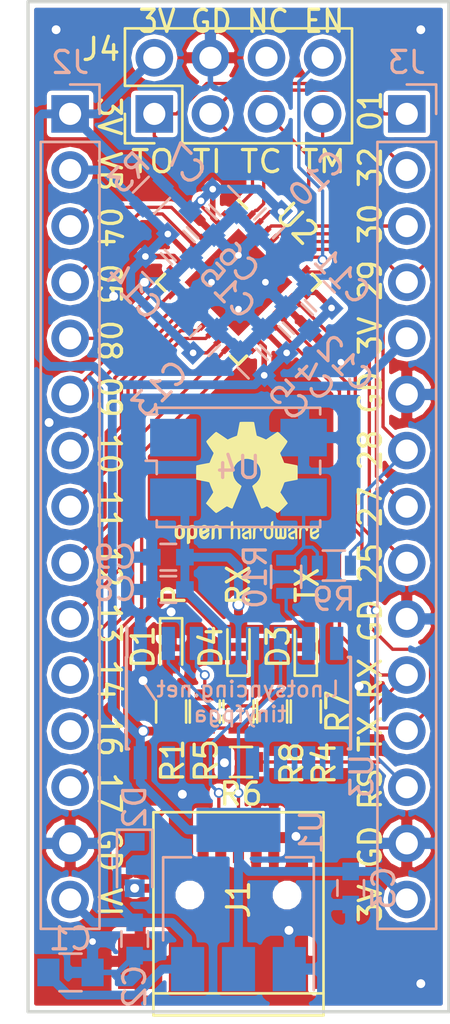
<source format=kicad_pcb>
(kicad_pcb (version 20170922) (host pcbnew "(2017-09-28 revision 6006b54dd)-master")

  (general
    (thickness 1.6)
    (drawings 12)
    (tracks 416)
    (zones 0)
    (modules 37)
    (nets 47)
  )

  (page A4)
  (layers
    (0 F.Cu signal)
    (31 B.Cu signal)
    (32 B.Adhes user)
    (33 F.Adhes user)
    (34 B.Paste user)
    (35 F.Paste user)
    (36 B.SilkS user)
    (37 F.SilkS user)
    (38 B.Mask user)
    (39 F.Mask user)
    (40 Dwgs.User user)
    (41 Cmts.User user)
    (42 Eco1.User user)
    (43 Eco2.User user)
    (44 Edge.Cuts user)
    (45 Margin user)
    (46 B.CrtYd user)
    (47 F.CrtYd user)
    (48 B.Fab user hide)
    (49 F.Fab user hide)
  )

  (setup
    (last_trace_width 0.25)
    (user_trace_width 0.15)
    (trace_clearance 0.15)
    (zone_clearance 0.2)
    (zone_45_only yes)
    (trace_min 0.15)
    (segment_width 0.2)
    (edge_width 0.15)
    (via_size 0.45)
    (via_drill 0.3)
    (via_min_size 0.45)
    (via_min_drill 0.3)
    (user_via 0.45 0.3)
    (user_via 0.55 0.4)
    (uvia_size 0.3)
    (uvia_drill 0.1)
    (uvias_allowed no)
    (uvia_min_size 0.2)
    (uvia_min_drill 0.1)
    (pcb_text_width 0.3)
    (pcb_text_size 1.5 1.5)
    (mod_edge_width 0.15)
    (mod_text_size 1 1)
    (mod_text_width 0.15)
    (pad_size 1.524 1.524)
    (pad_drill 0.762)
    (pad_to_mask_clearance 0.2)
    (aux_axis_origin 0 0)
    (visible_elements FFFFFF7F)
    (pcbplotparams
      (layerselection 0x00030_ffffffff)
      (usegerberextensions false)
      (usegerberattributes true)
      (usegerberadvancedattributes true)
      (creategerberjobfile true)
      (excludeedgelayer true)
      (linewidth 0.100000)
      (plotframeref false)
      (viasonmask false)
      (mode 1)
      (useauxorigin false)
      (hpglpennumber 1)
      (hpglpenspeed 20)
      (hpglpendiameter 15)
      (psnegative false)
      (psa4output false)
      (plotreference true)
      (plotvalue true)
      (plotinvisibletext false)
      (padsonsilk false)
      (subtractmaskfromsilk false)
      (outputformat 1)
      (mirror false)
      (drillshape 1)
      (scaleselection 1)
      (outputdirectory ""))
  )

  (net 0 "")
  (net 1 /fpga/TX)
  (net 2 /fpga/RX)
  (net 3 /fpga/RS)
  (net 4 GND)
  (net 5 VBUS)
  (net 6 /fpga/VCCIO23)
  (net 7 +3V3)
  (net 8 /fpga/JTAG_TDI)
  (net 9 /fpga/JTAG_TCK)
  (net 10 /fpga/JTAG_TMS)
  (net 11 /fpga/JTAG_EN)
  (net 12 /fpga/JTAG_TDO)
  (net 13 /usbserial/DTR)
  (net 14 "Net-(U3-Pad8)")
  (net 15 /usbserial/USB-)
  (net 16 /usbserial/USB+)
  (net 17 /fpga/P27)
  (net 18 /fpga/P25)
  (net 19 /fpga/P16)
  (net 20 /fpga/P14)
  (net 21 /fpga/P13)
  (net 22 /fpga/P12)
  (net 23 /fpga/P11)
  (net 24 /fpga/P10)
  (net 25 /fpga/P9)
  (net 26 /fpga/P8)
  (net 27 /fpga/P5)
  (net 28 /fpga/P4)
  (net 29 /fpga/P17)
  (net 30 "Net-(J4-Pad6)")
  (net 31 "Net-(D1-Pad2)")
  (net 32 /fpga/TXD)
  (net 33 /fpga/RXD)
  (net 34 /fpga/CLK_FPGA)
  (net 35 /fpga/CLK_USBSER)
  (net 36 "Net-(U4-Pad1)")
  (net 37 "Net-(U3-Pad15)")
  (net 38 "Net-(U3-Pad14)")
  (net 39 "Net-(U3-Pad12)")
  (net 40 "Net-(U3-Pad11)")
  (net 41 "Net-(U3-Pad10)")
  (net 42 "Net-(U3-Pad9)")
  (net 43 "Net-(R10-Pad2)")
  (net 44 /usbserial/VU)
  (net 45 "Net-(D3-Pad1)")
  (net 46 "Net-(D4-Pad1)")

  (net_class Default "This is the default net class."
    (clearance 0.15)
    (trace_width 0.25)
    (via_dia 0.45)
    (via_drill 0.3)
    (uvia_dia 0.3)
    (uvia_drill 0.1)
    (add_net /fpga/CLK_FPGA)
    (add_net /fpga/CLK_USBSER)
    (add_net /fpga/JTAG_EN)
    (add_net /fpga/JTAG_TCK)
    (add_net /fpga/JTAG_TDI)
    (add_net /fpga/JTAG_TDO)
    (add_net /fpga/JTAG_TMS)
    (add_net /fpga/P10)
    (add_net /fpga/P11)
    (add_net /fpga/P12)
    (add_net /fpga/P13)
    (add_net /fpga/P14)
    (add_net /fpga/P16)
    (add_net /fpga/P17)
    (add_net /fpga/P25)
    (add_net /fpga/P27)
    (add_net /fpga/P4)
    (add_net /fpga/P5)
    (add_net /fpga/P8)
    (add_net /fpga/P9)
    (add_net /fpga/RS)
    (add_net /fpga/RX)
    (add_net /fpga/RXD)
    (add_net /fpga/TX)
    (add_net /fpga/TXD)
    (add_net /usbserial/DTR)
    (add_net /usbserial/USB+)
    (add_net /usbserial/USB-)
    (add_net GND)
    (add_net "Net-(D1-Pad2)")
    (add_net "Net-(D3-Pad1)")
    (add_net "Net-(D4-Pad1)")
    (add_net "Net-(J4-Pad6)")
    (add_net "Net-(R10-Pad2)")
    (add_net "Net-(U3-Pad10)")
    (add_net "Net-(U3-Pad11)")
    (add_net "Net-(U3-Pad12)")
    (add_net "Net-(U3-Pad14)")
    (add_net "Net-(U3-Pad15)")
    (add_net "Net-(U3-Pad8)")
    (add_net "Net-(U3-Pad9)")
    (add_net "Net-(U4-Pad1)")
  )

  (net_class power ""
    (clearance 0.15)
    (trace_width 0.4)
    (via_dia 0.55)
    (via_drill 0.4)
    (uvia_dia 0.3)
    (uvia_drill 0.1)
    (add_net +3V3)
    (add_net /fpga/VCCIO23)
    (add_net /usbserial/VU)
    (add_net VBUS)
  )

  (module Symbols:OSHW-Logo2_7.3x6mm_SilkScreen (layer F.Cu) (tedit 0) (tstamp 5A32F57D)
    (at 117.221 97.9805)
    (descr "Open Source Hardware Symbol")
    (tags "Logo Symbol OSHW")
    (attr virtual)
    (fp_text reference REF*** (at 0 0) (layer F.SilkS) hide
      (effects (font (size 1 1) (thickness 0.15)))
    )
    (fp_text value OSHW-Logo2_7.3x6mm_SilkScreen (at 0.75 0) (layer F.Fab) hide
      (effects (font (size 1 1) (thickness 0.15)))
    )
    (fp_poly (pts (xy -2.400256 1.919918) (xy -2.344799 1.947568) (xy -2.295852 1.99848) (xy -2.282371 2.017338)
      (xy -2.267686 2.042015) (xy -2.258158 2.068816) (xy -2.252707 2.104587) (xy -2.250253 2.156169)
      (xy -2.249714 2.224267) (xy -2.252148 2.317588) (xy -2.260606 2.387657) (xy -2.276826 2.439931)
      (xy -2.302546 2.479869) (xy -2.339503 2.512929) (xy -2.342218 2.514886) (xy -2.37864 2.534908)
      (xy -2.422498 2.544815) (xy -2.478276 2.547257) (xy -2.568952 2.547257) (xy -2.56899 2.635283)
      (xy -2.569834 2.684308) (xy -2.574976 2.713065) (xy -2.588413 2.730311) (xy -2.614142 2.744808)
      (xy -2.620321 2.747769) (xy -2.649236 2.761648) (xy -2.671624 2.770414) (xy -2.688271 2.771171)
      (xy -2.699964 2.761023) (xy -2.70749 2.737073) (xy -2.711634 2.696426) (xy -2.713185 2.636186)
      (xy -2.712929 2.553455) (xy -2.711651 2.445339) (xy -2.711252 2.413) (xy -2.709815 2.301524)
      (xy -2.708528 2.228603) (xy -2.569029 2.228603) (xy -2.568245 2.290499) (xy -2.56476 2.330997)
      (xy -2.556876 2.357708) (xy -2.542895 2.378244) (xy -2.533403 2.38826) (xy -2.494596 2.417567)
      (xy -2.460237 2.419952) (xy -2.424784 2.39575) (xy -2.423886 2.394857) (xy -2.409461 2.376153)
      (xy -2.400687 2.350732) (xy -2.396261 2.311584) (xy -2.394882 2.251697) (xy -2.394857 2.23843)
      (xy -2.398188 2.155901) (xy -2.409031 2.098691) (xy -2.42866 2.063766) (xy -2.45835 2.048094)
      (xy -2.475509 2.046514) (xy -2.516234 2.053926) (xy -2.544168 2.07833) (xy -2.560983 2.12298)
      (xy -2.56835 2.19113) (xy -2.569029 2.228603) (xy -2.708528 2.228603) (xy -2.708292 2.215245)
      (xy -2.706323 2.150333) (xy -2.70355 2.102958) (xy -2.699612 2.06929) (xy -2.694151 2.045498)
      (xy -2.686808 2.027753) (xy -2.677223 2.012224) (xy -2.673113 2.006381) (xy -2.618595 1.951185)
      (xy -2.549664 1.91989) (xy -2.469928 1.911165) (xy -2.400256 1.919918)) (layer F.SilkS) (width 0.01))
    (fp_poly (pts (xy -1.283907 1.92778) (xy -1.237328 1.954723) (xy -1.204943 1.981466) (xy -1.181258 2.009484)
      (xy -1.164941 2.043748) (xy -1.154661 2.089227) (xy -1.149086 2.150892) (xy -1.146884 2.233711)
      (xy -1.146629 2.293246) (xy -1.146629 2.512391) (xy -1.208314 2.540044) (xy -1.27 2.567697)
      (xy -1.277257 2.32767) (xy -1.280256 2.238028) (xy -1.283402 2.172962) (xy -1.287299 2.128026)
      (xy -1.292553 2.09877) (xy -1.299769 2.080748) (xy -1.30955 2.069511) (xy -1.312688 2.067079)
      (xy -1.360239 2.048083) (xy -1.408303 2.0556) (xy -1.436914 2.075543) (xy -1.448553 2.089675)
      (xy -1.456609 2.10822) (xy -1.461729 2.136334) (xy -1.464559 2.179173) (xy -1.465744 2.241895)
      (xy -1.465943 2.307261) (xy -1.465982 2.389268) (xy -1.467386 2.447316) (xy -1.472086 2.486465)
      (xy -1.482013 2.51178) (xy -1.499097 2.528323) (xy -1.525268 2.541156) (xy -1.560225 2.554491)
      (xy -1.598404 2.569007) (xy -1.593859 2.311389) (xy -1.592029 2.218519) (xy -1.589888 2.149889)
      (xy -1.586819 2.100711) (xy -1.582206 2.066198) (xy -1.575432 2.041562) (xy -1.565881 2.022016)
      (xy -1.554366 2.00477) (xy -1.49881 1.94968) (xy -1.43102 1.917822) (xy -1.357287 1.910191)
      (xy -1.283907 1.92778)) (layer F.SilkS) (width 0.01))
    (fp_poly (pts (xy -2.958885 1.921962) (xy -2.890855 1.957733) (xy -2.840649 2.015301) (xy -2.822815 2.052312)
      (xy -2.808937 2.107882) (xy -2.801833 2.178096) (xy -2.80116 2.254727) (xy -2.806573 2.329552)
      (xy -2.81773 2.394342) (xy -2.834286 2.440873) (xy -2.839374 2.448887) (xy -2.899645 2.508707)
      (xy -2.971231 2.544535) (xy -3.048908 2.55502) (xy -3.127452 2.53881) (xy -3.149311 2.529092)
      (xy -3.191878 2.499143) (xy -3.229237 2.459433) (xy -3.232768 2.454397) (xy -3.247119 2.430124)
      (xy -3.256606 2.404178) (xy -3.26221 2.370022) (xy -3.264914 2.321119) (xy -3.265701 2.250935)
      (xy -3.265714 2.2352) (xy -3.265678 2.230192) (xy -3.120571 2.230192) (xy -3.119727 2.29643)
      (xy -3.116404 2.340386) (xy -3.109417 2.368779) (xy -3.097584 2.388325) (xy -3.091543 2.394857)
      (xy -3.056814 2.41968) (xy -3.023097 2.418548) (xy -2.989005 2.397016) (xy -2.968671 2.374029)
      (xy -2.956629 2.340478) (xy -2.949866 2.287569) (xy -2.949402 2.281399) (xy -2.948248 2.185513)
      (xy -2.960312 2.114299) (xy -2.98543 2.068194) (xy -3.02344 2.047635) (xy -3.037008 2.046514)
      (xy -3.072636 2.052152) (xy -3.097006 2.071686) (xy -3.111907 2.109042) (xy -3.119125 2.16815)
      (xy -3.120571 2.230192) (xy -3.265678 2.230192) (xy -3.265174 2.160413) (xy -3.262904 2.108159)
      (xy -3.257932 2.071949) (xy -3.249287 2.045299) (xy -3.235995 2.021722) (xy -3.233057 2.017338)
      (xy -3.183687 1.958249) (xy -3.129891 1.923947) (xy -3.064398 1.910331) (xy -3.042158 1.909665)
      (xy -2.958885 1.921962)) (layer F.SilkS) (width 0.01))
    (fp_poly (pts (xy -1.831697 1.931239) (xy -1.774473 1.969735) (xy -1.730251 2.025335) (xy -1.703833 2.096086)
      (xy -1.69849 2.148162) (xy -1.699097 2.169893) (xy -1.704178 2.186531) (xy -1.718145 2.201437)
      (xy -1.745411 2.217973) (xy -1.790388 2.239498) (xy -1.857489 2.269374) (xy -1.857829 2.269524)
      (xy -1.919593 2.297813) (xy -1.970241 2.322933) (xy -2.004596 2.342179) (xy -2.017482 2.352848)
      (xy -2.017486 2.352934) (xy -2.006128 2.376166) (xy -1.979569 2.401774) (xy -1.949077 2.420221)
      (xy -1.93363 2.423886) (xy -1.891485 2.411212) (xy -1.855192 2.379471) (xy -1.837483 2.344572)
      (xy -1.820448 2.318845) (xy -1.787078 2.289546) (xy -1.747851 2.264235) (xy -1.713244 2.250471)
      (xy -1.706007 2.249714) (xy -1.697861 2.26216) (xy -1.69737 2.293972) (xy -1.703357 2.336866)
      (xy -1.714643 2.382558) (xy -1.73005 2.422761) (xy -1.730829 2.424322) (xy -1.777196 2.489062)
      (xy -1.837289 2.533097) (xy -1.905535 2.554711) (xy -1.976362 2.552185) (xy -2.044196 2.523804)
      (xy -2.047212 2.521808) (xy -2.100573 2.473448) (xy -2.13566 2.410352) (xy -2.155078 2.327387)
      (xy -2.157684 2.304078) (xy -2.162299 2.194055) (xy -2.156767 2.142748) (xy -2.017486 2.142748)
      (xy -2.015676 2.174753) (xy -2.005778 2.184093) (xy -1.981102 2.177105) (xy -1.942205 2.160587)
      (xy -1.898725 2.139881) (xy -1.897644 2.139333) (xy -1.860791 2.119949) (xy -1.846 2.107013)
      (xy -1.849647 2.093451) (xy -1.865005 2.075632) (xy -1.904077 2.049845) (xy -1.946154 2.04795)
      (xy -1.983897 2.066717) (xy -2.009966 2.102915) (xy -2.017486 2.142748) (xy -2.156767 2.142748)
      (xy -2.152806 2.106027) (xy -2.12845 2.036212) (xy -2.094544 1.987302) (xy -2.033347 1.937878)
      (xy -1.965937 1.913359) (xy -1.89712 1.911797) (xy -1.831697 1.931239)) (layer F.SilkS) (width 0.01))
    (fp_poly (pts (xy -0.624114 1.851289) (xy -0.619861 1.910613) (xy -0.614975 1.945572) (xy -0.608205 1.96082)
      (xy -0.598298 1.961015) (xy -0.595086 1.959195) (xy -0.552356 1.946015) (xy -0.496773 1.946785)
      (xy -0.440263 1.960333) (xy -0.404918 1.977861) (xy -0.368679 2.005861) (xy -0.342187 2.037549)
      (xy -0.324001 2.077813) (xy -0.312678 2.131543) (xy -0.306778 2.203626) (xy -0.304857 2.298951)
      (xy -0.304823 2.317237) (xy -0.3048 2.522646) (xy -0.350509 2.53858) (xy -0.382973 2.54942)
      (xy -0.400785 2.554468) (xy -0.401309 2.554514) (xy -0.403063 2.540828) (xy -0.404556 2.503076)
      (xy -0.405674 2.446224) (xy -0.406303 2.375234) (xy -0.4064 2.332073) (xy -0.406602 2.246973)
      (xy -0.407642 2.185981) (xy -0.410169 2.144177) (xy -0.414836 2.116642) (xy -0.422293 2.098456)
      (xy -0.433189 2.084698) (xy -0.439993 2.078073) (xy -0.486728 2.051375) (xy -0.537728 2.049375)
      (xy -0.583999 2.071955) (xy -0.592556 2.080107) (xy -0.605107 2.095436) (xy -0.613812 2.113618)
      (xy -0.619369 2.139909) (xy -0.622474 2.179562) (xy -0.623824 2.237832) (xy -0.624114 2.318173)
      (xy -0.624114 2.522646) (xy -0.669823 2.53858) (xy -0.702287 2.54942) (xy -0.720099 2.554468)
      (xy -0.720623 2.554514) (xy -0.721963 2.540623) (xy -0.723172 2.501439) (xy -0.724199 2.4407)
      (xy -0.724998 2.362141) (xy -0.725519 2.269498) (xy -0.725714 2.166509) (xy -0.725714 1.769342)
      (xy -0.678543 1.749444) (xy -0.631371 1.729547) (xy -0.624114 1.851289)) (layer F.SilkS) (width 0.01))
    (fp_poly (pts (xy 0.039744 1.950968) (xy 0.096616 1.972087) (xy 0.097267 1.972493) (xy 0.13244 1.99838)
      (xy 0.158407 2.028633) (xy 0.17667 2.068058) (xy 0.188732 2.121462) (xy 0.196096 2.193651)
      (xy 0.200264 2.289432) (xy 0.200629 2.303078) (xy 0.205876 2.508842) (xy 0.161716 2.531678)
      (xy 0.129763 2.54711) (xy 0.11047 2.554423) (xy 0.109578 2.554514) (xy 0.106239 2.541022)
      (xy 0.103587 2.504626) (xy 0.101956 2.451452) (xy 0.1016 2.408393) (xy 0.101592 2.338641)
      (xy 0.098403 2.294837) (xy 0.087288 2.273944) (xy 0.063501 2.272925) (xy 0.022296 2.288741)
      (xy -0.039914 2.317815) (xy -0.085659 2.341963) (xy -0.109187 2.362913) (xy -0.116104 2.385747)
      (xy -0.116114 2.386877) (xy -0.104701 2.426212) (xy -0.070908 2.447462) (xy -0.019191 2.450539)
      (xy 0.018061 2.450006) (xy 0.037703 2.460735) (xy 0.049952 2.486505) (xy 0.057002 2.519337)
      (xy 0.046842 2.537966) (xy 0.043017 2.540632) (xy 0.007001 2.55134) (xy -0.043434 2.552856)
      (xy -0.095374 2.545759) (xy -0.132178 2.532788) (xy -0.183062 2.489585) (xy -0.211986 2.429446)
      (xy -0.217714 2.382462) (xy -0.213343 2.340082) (xy -0.197525 2.305488) (xy -0.166203 2.274763)
      (xy -0.115322 2.24399) (xy -0.040824 2.209252) (xy -0.036286 2.207288) (xy 0.030821 2.176287)
      (xy 0.072232 2.150862) (xy 0.089981 2.128014) (xy 0.086107 2.104745) (xy 0.062643 2.078056)
      (xy 0.055627 2.071914) (xy 0.00863 2.0481) (xy -0.040067 2.049103) (xy -0.082478 2.072451)
      (xy -0.110616 2.115675) (xy -0.113231 2.12416) (xy -0.138692 2.165308) (xy -0.170999 2.185128)
      (xy -0.217714 2.20477) (xy -0.217714 2.15395) (xy -0.203504 2.080082) (xy -0.161325 2.012327)
      (xy -0.139376 1.989661) (xy -0.089483 1.960569) (xy -0.026033 1.9474) (xy 0.039744 1.950968)) (layer F.SilkS) (width 0.01))
    (fp_poly (pts (xy 0.529926 1.949755) (xy 0.595858 1.974084) (xy 0.649273 2.017117) (xy 0.670164 2.047409)
      (xy 0.692939 2.102994) (xy 0.692466 2.143186) (xy 0.668562 2.170217) (xy 0.659717 2.174813)
      (xy 0.62153 2.189144) (xy 0.602028 2.185472) (xy 0.595422 2.161407) (xy 0.595086 2.148114)
      (xy 0.582992 2.09921) (xy 0.551471 2.064999) (xy 0.507659 2.048476) (xy 0.458695 2.052634)
      (xy 0.418894 2.074227) (xy 0.40545 2.086544) (xy 0.395921 2.101487) (xy 0.389485 2.124075)
      (xy 0.385317 2.159328) (xy 0.382597 2.212266) (xy 0.380502 2.287907) (xy 0.37996 2.311857)
      (xy 0.377981 2.39379) (xy 0.375731 2.451455) (xy 0.372357 2.489608) (xy 0.367006 2.513004)
      (xy 0.358824 2.526398) (xy 0.346959 2.534545) (xy 0.339362 2.538144) (xy 0.307102 2.550452)
      (xy 0.288111 2.554514) (xy 0.281836 2.540948) (xy 0.278006 2.499934) (xy 0.2766 2.430999)
      (xy 0.277598 2.333669) (xy 0.277908 2.318657) (xy 0.280101 2.229859) (xy 0.282693 2.165019)
      (xy 0.286382 2.119067) (xy 0.291864 2.086935) (xy 0.299835 2.063553) (xy 0.310993 2.043852)
      (xy 0.31683 2.03541) (xy 0.350296 1.998057) (xy 0.387727 1.969003) (xy 0.392309 1.966467)
      (xy 0.459426 1.946443) (xy 0.529926 1.949755)) (layer F.SilkS) (width 0.01))
    (fp_poly (pts (xy 1.190117 2.065358) (xy 1.189933 2.173837) (xy 1.189219 2.257287) (xy 1.187675 2.319704)
      (xy 1.185001 2.365085) (xy 1.180894 2.397429) (xy 1.175055 2.420733) (xy 1.167182 2.438995)
      (xy 1.161221 2.449418) (xy 1.111855 2.505945) (xy 1.049264 2.541377) (xy 0.980013 2.55409)
      (xy 0.910668 2.542463) (xy 0.869375 2.521568) (xy 0.826025 2.485422) (xy 0.796481 2.441276)
      (xy 0.778655 2.383462) (xy 0.770463 2.306313) (xy 0.769302 2.249714) (xy 0.769458 2.245647)
      (xy 0.870857 2.245647) (xy 0.871476 2.31055) (xy 0.874314 2.353514) (xy 0.88084 2.381622)
      (xy 0.892523 2.401953) (xy 0.906483 2.417288) (xy 0.953365 2.44689) (xy 1.003701 2.449419)
      (xy 1.051276 2.424705) (xy 1.054979 2.421356) (xy 1.070783 2.403935) (xy 1.080693 2.383209)
      (xy 1.086058 2.352362) (xy 1.088228 2.304577) (xy 1.088571 2.251748) (xy 1.087827 2.185381)
      (xy 1.084748 2.141106) (xy 1.078061 2.112009) (xy 1.066496 2.091173) (xy 1.057013 2.080107)
      (xy 1.01296 2.052198) (xy 0.962224 2.048843) (xy 0.913796 2.070159) (xy 0.90445 2.078073)
      (xy 0.88854 2.095647) (xy 0.87861 2.116587) (xy 0.873278 2.147782) (xy 0.871163 2.196122)
      (xy 0.870857 2.245647) (xy 0.769458 2.245647) (xy 0.77281 2.158568) (xy 0.784726 2.090086)
      (xy 0.807135 2.0386) (xy 0.842124 1.998443) (xy 0.869375 1.977861) (xy 0.918907 1.955625)
      (xy 0.976316 1.945304) (xy 1.029682 1.948067) (xy 1.059543 1.959212) (xy 1.071261 1.962383)
      (xy 1.079037 1.950557) (xy 1.084465 1.918866) (xy 1.088571 1.870593) (xy 1.093067 1.816829)
      (xy 1.099313 1.784482) (xy 1.110676 1.765985) (xy 1.130528 1.75377) (xy 1.143 1.748362)
      (xy 1.190171 1.728601) (xy 1.190117 2.065358)) (layer F.SilkS) (width 0.01))
    (fp_poly (pts (xy 1.779833 1.958663) (xy 1.782048 1.99685) (xy 1.783784 2.054886) (xy 1.784899 2.12818)
      (xy 1.785257 2.205055) (xy 1.785257 2.465196) (xy 1.739326 2.511127) (xy 1.707675 2.539429)
      (xy 1.67989 2.550893) (xy 1.641915 2.550168) (xy 1.62684 2.548321) (xy 1.579726 2.542948)
      (xy 1.540756 2.539869) (xy 1.531257 2.539585) (xy 1.499233 2.541445) (xy 1.453432 2.546114)
      (xy 1.435674 2.548321) (xy 1.392057 2.551735) (xy 1.362745 2.54432) (xy 1.33368 2.521427)
      (xy 1.323188 2.511127) (xy 1.277257 2.465196) (xy 1.277257 1.978602) (xy 1.314226 1.961758)
      (xy 1.346059 1.949282) (xy 1.364683 1.944914) (xy 1.369458 1.958718) (xy 1.373921 1.997286)
      (xy 1.377775 2.056356) (xy 1.380722 2.131663) (xy 1.382143 2.195286) (xy 1.386114 2.445657)
      (xy 1.420759 2.450556) (xy 1.452268 2.447131) (xy 1.467708 2.436041) (xy 1.472023 2.415308)
      (xy 1.475708 2.371145) (xy 1.478469 2.309146) (xy 1.480012 2.234909) (xy 1.480235 2.196706)
      (xy 1.480457 1.976783) (xy 1.526166 1.960849) (xy 1.558518 1.950015) (xy 1.576115 1.944962)
      (xy 1.576623 1.944914) (xy 1.578388 1.958648) (xy 1.580329 1.99673) (xy 1.582282 2.054482)
      (xy 1.584084 2.127227) (xy 1.585343 2.195286) (xy 1.589314 2.445657) (xy 1.6764 2.445657)
      (xy 1.680396 2.21724) (xy 1.684392 1.988822) (xy 1.726847 1.966868) (xy 1.758192 1.951793)
      (xy 1.776744 1.944951) (xy 1.777279 1.944914) (xy 1.779833 1.958663)) (layer F.SilkS) (width 0.01))
    (fp_poly (pts (xy 2.144876 1.956335) (xy 2.186667 1.975344) (xy 2.219469 1.998378) (xy 2.243503 2.024133)
      (xy 2.260097 2.057358) (xy 2.270577 2.1028) (xy 2.276271 2.165207) (xy 2.278507 2.249327)
      (xy 2.278743 2.304721) (xy 2.278743 2.520826) (xy 2.241774 2.53767) (xy 2.212656 2.549981)
      (xy 2.198231 2.554514) (xy 2.195472 2.541025) (xy 2.193282 2.504653) (xy 2.191942 2.451542)
      (xy 2.191657 2.409372) (xy 2.190434 2.348447) (xy 2.187136 2.300115) (xy 2.182321 2.270518)
      (xy 2.178496 2.264229) (xy 2.152783 2.270652) (xy 2.112418 2.287125) (xy 2.065679 2.309458)
      (xy 2.020845 2.333457) (xy 1.986193 2.35493) (xy 1.970002 2.369685) (xy 1.969938 2.369845)
      (xy 1.97133 2.397152) (xy 1.983818 2.423219) (xy 2.005743 2.444392) (xy 2.037743 2.451474)
      (xy 2.065092 2.450649) (xy 2.103826 2.450042) (xy 2.124158 2.459116) (xy 2.136369 2.483092)
      (xy 2.137909 2.487613) (xy 2.143203 2.521806) (xy 2.129047 2.542568) (xy 2.092148 2.552462)
      (xy 2.052289 2.554292) (xy 1.980562 2.540727) (xy 1.943432 2.521355) (xy 1.897576 2.475845)
      (xy 1.873256 2.419983) (xy 1.871073 2.360957) (xy 1.891629 2.305953) (xy 1.922549 2.271486)
      (xy 1.95342 2.252189) (xy 2.001942 2.227759) (xy 2.058485 2.202985) (xy 2.06791 2.199199)
      (xy 2.130019 2.171791) (xy 2.165822 2.147634) (xy 2.177337 2.123619) (xy 2.16658 2.096635)
      (xy 2.148114 2.075543) (xy 2.104469 2.049572) (xy 2.056446 2.047624) (xy 2.012406 2.067637)
      (xy 1.980709 2.107551) (xy 1.976549 2.117848) (xy 1.952327 2.155724) (xy 1.916965 2.183842)
      (xy 1.872343 2.206917) (xy 1.872343 2.141485) (xy 1.874969 2.101506) (xy 1.88623 2.069997)
      (xy 1.911199 2.036378) (xy 1.935169 2.010484) (xy 1.972441 1.973817) (xy 2.001401 1.954121)
      (xy 2.032505 1.94622) (xy 2.067713 1.944914) (xy 2.144876 1.956335)) (layer F.SilkS) (width 0.01))
    (fp_poly (pts (xy 2.6526 1.958752) (xy 2.669948 1.966334) (xy 2.711356 1.999128) (xy 2.746765 2.046547)
      (xy 2.768664 2.097151) (xy 2.772229 2.122098) (xy 2.760279 2.156927) (xy 2.734067 2.175357)
      (xy 2.705964 2.186516) (xy 2.693095 2.188572) (xy 2.686829 2.173649) (xy 2.674456 2.141175)
      (xy 2.669028 2.126502) (xy 2.63859 2.075744) (xy 2.59452 2.050427) (xy 2.53801 2.051206)
      (xy 2.533825 2.052203) (xy 2.503655 2.066507) (xy 2.481476 2.094393) (xy 2.466327 2.139287)
      (xy 2.45725 2.204615) (xy 2.453286 2.293804) (xy 2.452914 2.341261) (xy 2.45273 2.416071)
      (xy 2.451522 2.467069) (xy 2.448309 2.499471) (xy 2.442109 2.518495) (xy 2.43194 2.529356)
      (xy 2.416819 2.537272) (xy 2.415946 2.53767) (xy 2.386828 2.549981) (xy 2.372403 2.554514)
      (xy 2.370186 2.540809) (xy 2.368289 2.502925) (xy 2.366847 2.445715) (xy 2.365998 2.374027)
      (xy 2.365829 2.321565) (xy 2.366692 2.220047) (xy 2.37007 2.143032) (xy 2.377142 2.086023)
      (xy 2.389088 2.044526) (xy 2.40709 2.014043) (xy 2.432327 1.99008) (xy 2.457247 1.973355)
      (xy 2.517171 1.951097) (xy 2.586911 1.946076) (xy 2.6526 1.958752)) (layer F.SilkS) (width 0.01))
    (fp_poly (pts (xy 3.153595 1.966966) (xy 3.211021 2.004497) (xy 3.238719 2.038096) (xy 3.260662 2.099064)
      (xy 3.262405 2.147308) (xy 3.258457 2.211816) (xy 3.109686 2.276934) (xy 3.037349 2.310202)
      (xy 2.990084 2.336964) (xy 2.965507 2.360144) (xy 2.961237 2.382667) (xy 2.974889 2.407455)
      (xy 2.989943 2.423886) (xy 3.033746 2.450235) (xy 3.081389 2.452081) (xy 3.125145 2.431546)
      (xy 3.157289 2.390752) (xy 3.163038 2.376347) (xy 3.190576 2.331356) (xy 3.222258 2.312182)
      (xy 3.265714 2.295779) (xy 3.265714 2.357966) (xy 3.261872 2.400283) (xy 3.246823 2.435969)
      (xy 3.21528 2.476943) (xy 3.210592 2.482267) (xy 3.175506 2.51872) (xy 3.145347 2.538283)
      (xy 3.107615 2.547283) (xy 3.076335 2.55023) (xy 3.020385 2.550965) (xy 2.980555 2.54166)
      (xy 2.955708 2.527846) (xy 2.916656 2.497467) (xy 2.889625 2.464613) (xy 2.872517 2.423294)
      (xy 2.863238 2.367521) (xy 2.859693 2.291305) (xy 2.85941 2.252622) (xy 2.860372 2.206247)
      (xy 2.948007 2.206247) (xy 2.949023 2.231126) (xy 2.951556 2.2352) (xy 2.968274 2.229665)
      (xy 3.004249 2.215017) (xy 3.052331 2.19419) (xy 3.062386 2.189714) (xy 3.123152 2.158814)
      (xy 3.156632 2.131657) (xy 3.16399 2.10622) (xy 3.146391 2.080481) (xy 3.131856 2.069109)
      (xy 3.07941 2.046364) (xy 3.030322 2.050122) (xy 2.989227 2.077884) (xy 2.960758 2.127152)
      (xy 2.951631 2.166257) (xy 2.948007 2.206247) (xy 2.860372 2.206247) (xy 2.861285 2.162249)
      (xy 2.868196 2.095384) (xy 2.881884 2.046695) (xy 2.904096 2.010849) (xy 2.936574 1.982513)
      (xy 2.950733 1.973355) (xy 3.015053 1.949507) (xy 3.085473 1.948006) (xy 3.153595 1.966966)) (layer F.SilkS) (width 0.01))
    (fp_poly (pts (xy 0.10391 -2.757652) (xy 0.182454 -2.757222) (xy 0.239298 -2.756058) (xy 0.278105 -2.753793)
      (xy 0.302538 -2.75006) (xy 0.316262 -2.744494) (xy 0.32294 -2.736727) (xy 0.326236 -2.726395)
      (xy 0.326556 -2.725057) (xy 0.331562 -2.700921) (xy 0.340829 -2.653299) (xy 0.353392 -2.587259)
      (xy 0.368287 -2.507872) (xy 0.384551 -2.420204) (xy 0.385119 -2.417125) (xy 0.40141 -2.331211)
      (xy 0.416652 -2.255304) (xy 0.429861 -2.193955) (xy 0.440054 -2.151718) (xy 0.446248 -2.133145)
      (xy 0.446543 -2.132816) (xy 0.464788 -2.123747) (xy 0.502405 -2.108633) (xy 0.551271 -2.090738)
      (xy 0.551543 -2.090642) (xy 0.613093 -2.067507) (xy 0.685657 -2.038035) (xy 0.754057 -2.008403)
      (xy 0.757294 -2.006938) (xy 0.868702 -1.956374) (xy 1.115399 -2.12484) (xy 1.191077 -2.176197)
      (xy 1.259631 -2.222111) (xy 1.317088 -2.25997) (xy 1.359476 -2.287163) (xy 1.382825 -2.301079)
      (xy 1.385042 -2.302111) (xy 1.40201 -2.297516) (xy 1.433701 -2.275345) (xy 1.481352 -2.234553)
      (xy 1.546198 -2.174095) (xy 1.612397 -2.109773) (xy 1.676214 -2.046388) (xy 1.733329 -1.988549)
      (xy 1.780305 -1.939825) (xy 1.813703 -1.90379) (xy 1.830085 -1.884016) (xy 1.830694 -1.882998)
      (xy 1.832505 -1.869428) (xy 1.825683 -1.847267) (xy 1.80854 -1.813522) (xy 1.779393 -1.7652)
      (xy 1.736555 -1.699308) (xy 1.679448 -1.614483) (xy 1.628766 -1.539823) (xy 1.583461 -1.47286)
      (xy 1.54615 -1.417484) (xy 1.519452 -1.37758) (xy 1.505985 -1.357038) (xy 1.505137 -1.355644)
      (xy 1.506781 -1.335962) (xy 1.519245 -1.297707) (xy 1.540048 -1.248111) (xy 1.547462 -1.232272)
      (xy 1.579814 -1.16171) (xy 1.614328 -1.081647) (xy 1.642365 -1.012371) (xy 1.662568 -0.960955)
      (xy 1.678615 -0.921881) (xy 1.687888 -0.901459) (xy 1.689041 -0.899886) (xy 1.706096 -0.897279)
      (xy 1.746298 -0.890137) (xy 1.804302 -0.879477) (xy 1.874763 -0.866315) (xy 1.952335 -0.851667)
      (xy 2.031672 -0.836551) (xy 2.107431 -0.821982) (xy 2.174264 -0.808978) (xy 2.226828 -0.798555)
      (xy 2.259776 -0.79173) (xy 2.267857 -0.789801) (xy 2.276205 -0.785038) (xy 2.282506 -0.774282)
      (xy 2.287045 -0.753902) (xy 2.290104 -0.720266) (xy 2.291967 -0.669745) (xy 2.292918 -0.598708)
      (xy 2.29324 -0.503524) (xy 2.293257 -0.464508) (xy 2.293257 -0.147201) (xy 2.217057 -0.132161)
      (xy 2.174663 -0.124005) (xy 2.1114 -0.112101) (xy 2.034962 -0.097884) (xy 1.953043 -0.08279)
      (xy 1.9304 -0.078645) (xy 1.854806 -0.063947) (xy 1.788953 -0.049495) (xy 1.738366 -0.036625)
      (xy 1.708574 -0.026678) (xy 1.703612 -0.023713) (xy 1.691426 -0.002717) (xy 1.673953 0.037967)
      (xy 1.654577 0.090322) (xy 1.650734 0.1016) (xy 1.625339 0.171523) (xy 1.593817 0.250418)
      (xy 1.562969 0.321266) (xy 1.562817 0.321595) (xy 1.511447 0.432733) (xy 1.680399 0.681253)
      (xy 1.849352 0.929772) (xy 1.632429 1.147058) (xy 1.566819 1.211726) (xy 1.506979 1.268733)
      (xy 1.456267 1.315033) (xy 1.418046 1.347584) (xy 1.395675 1.363343) (xy 1.392466 1.364343)
      (xy 1.373626 1.356469) (xy 1.33518 1.334578) (xy 1.28133 1.301267) (xy 1.216276 1.259131)
      (xy 1.14594 1.211943) (xy 1.074555 1.16381) (xy 1.010908 1.121928) (xy 0.959041 1.088871)
      (xy 0.922995 1.067218) (xy 0.906867 1.059543) (xy 0.887189 1.066037) (xy 0.849875 1.08315)
      (xy 0.802621 1.107326) (xy 0.797612 1.110013) (xy 0.733977 1.141927) (xy 0.690341 1.157579)
      (xy 0.663202 1.157745) (xy 0.649057 1.143204) (xy 0.648975 1.143) (xy 0.641905 1.125779)
      (xy 0.625042 1.084899) (xy 0.599695 1.023525) (xy 0.567171 0.944819) (xy 0.528778 0.851947)
      (xy 0.485822 0.748072) (xy 0.444222 0.647502) (xy 0.398504 0.536516) (xy 0.356526 0.433703)
      (xy 0.319548 0.342215) (xy 0.288827 0.265201) (xy 0.265622 0.205815) (xy 0.25119 0.167209)
      (xy 0.246743 0.1528) (xy 0.257896 0.136272) (xy 0.287069 0.10993) (xy 0.325971 0.080887)
      (xy 0.436757 -0.010961) (xy 0.523351 -0.116241) (xy 0.584716 -0.232734) (xy 0.619815 -0.358224)
      (xy 0.627608 -0.490493) (xy 0.621943 -0.551543) (xy 0.591078 -0.678205) (xy 0.53792 -0.790059)
      (xy 0.465767 -0.885999) (xy 0.377917 -0.964924) (xy 0.277665 -1.02573) (xy 0.16831 -1.067313)
      (xy 0.053147 -1.088572) (xy -0.064525 -1.088401) (xy -0.18141 -1.065699) (xy -0.294211 -1.019362)
      (xy -0.399631 -0.948287) (xy -0.443632 -0.908089) (xy -0.528021 -0.804871) (xy -0.586778 -0.692075)
      (xy -0.620296 -0.57299) (xy -0.628965 -0.450905) (xy -0.613177 -0.329107) (xy -0.573322 -0.210884)
      (xy -0.509793 -0.099525) (xy -0.422979 0.001684) (xy -0.325971 0.080887) (xy -0.285563 0.111162)
      (xy -0.257018 0.137219) (xy -0.246743 0.152825) (xy -0.252123 0.169843) (xy -0.267425 0.2105)
      (xy -0.291388 0.271642) (xy -0.322756 0.350119) (xy -0.360268 0.44278) (xy -0.402667 0.546472)
      (xy -0.444337 0.647526) (xy -0.49031 0.758607) (xy -0.532893 0.861541) (xy -0.570779 0.953165)
      (xy -0.60266 1.030316) (xy -0.627229 1.089831) (xy -0.64318 1.128544) (xy -0.64909 1.143)
      (xy -0.663052 1.157685) (xy -0.69006 1.157642) (xy -0.733587 1.142099) (xy -0.79711 1.110284)
      (xy -0.797612 1.110013) (xy -0.84544 1.085323) (xy -0.884103 1.067338) (xy -0.905905 1.059614)
      (xy -0.906867 1.059543) (xy -0.923279 1.067378) (xy -0.959513 1.089165) (xy -1.011526 1.122328)
      (xy -1.075275 1.164291) (xy -1.14594 1.211943) (xy -1.217884 1.260191) (xy -1.282726 1.302151)
      (xy -1.336265 1.335227) (xy -1.374303 1.356821) (xy -1.392467 1.364343) (xy -1.409192 1.354457)
      (xy -1.44282 1.326826) (xy -1.48999 1.284495) (xy -1.547342 1.230505) (xy -1.611516 1.167899)
      (xy -1.632503 1.146983) (xy -1.849501 0.929623) (xy -1.684332 0.68722) (xy -1.634136 0.612781)
      (xy -1.590081 0.545972) (xy -1.554638 0.490665) (xy -1.530281 0.450729) (xy -1.519478 0.430036)
      (xy -1.519162 0.428563) (xy -1.524857 0.409058) (xy -1.540174 0.369822) (xy -1.562463 0.31743)
      (xy -1.578107 0.282355) (xy -1.607359 0.215201) (xy -1.634906 0.147358) (xy -1.656263 0.090034)
      (xy -1.662065 0.072572) (xy -1.678548 0.025938) (xy -1.69466 -0.010095) (xy -1.70351 -0.023713)
      (xy -1.72304 -0.032048) (xy -1.765666 -0.043863) (xy -1.825855 -0.057819) (xy -1.898078 -0.072578)
      (xy -1.9304 -0.078645) (xy -2.012478 -0.093727) (xy -2.091205 -0.108331) (xy -2.158891 -0.12102)
      (xy -2.20784 -0.130358) (xy -2.217057 -0.132161) (xy -2.293257 -0.147201) (xy -2.293257 -0.464508)
      (xy -2.293086 -0.568846) (xy -2.292384 -0.647787) (xy -2.290866 -0.704962) (xy -2.288251 -0.744001)
      (xy -2.284254 -0.768535) (xy -2.278591 -0.782195) (xy -2.27098 -0.788611) (xy -2.267857 -0.789801)
      (xy -2.249022 -0.79402) (xy -2.207412 -0.802438) (xy -2.14837 -0.814039) (xy -2.077243 -0.827805)
      (xy -1.999375 -0.84272) (xy -1.920113 -0.857768) (xy -1.844802 -0.871931) (xy -1.778787 -0.884194)
      (xy -1.727413 -0.893539) (xy -1.696025 -0.89895) (xy -1.689041 -0.899886) (xy -1.682715 -0.912404)
      (xy -1.66871 -0.945754) (xy -1.649645 -0.993623) (xy -1.642366 -1.012371) (xy -1.613004 -1.084805)
      (xy -1.578429 -1.16483) (xy -1.547463 -1.232272) (xy -1.524677 -1.283841) (xy -1.509518 -1.326215)
      (xy -1.504458 -1.352166) (xy -1.505264 -1.355644) (xy -1.515959 -1.372064) (xy -1.54038 -1.408583)
      (xy -1.575905 -1.461313) (xy -1.619913 -1.526365) (xy -1.669783 -1.599849) (xy -1.679644 -1.614355)
      (xy -1.737508 -1.700296) (xy -1.780044 -1.765739) (xy -1.808946 -1.813696) (xy -1.82591 -1.84718)
      (xy -1.832633 -1.869205) (xy -1.83081 -1.882783) (xy -1.830764 -1.882869) (xy -1.816414 -1.900703)
      (xy -1.784677 -1.935183) (xy -1.73899 -1.982732) (xy -1.682796 -2.039778) (xy -1.619532 -2.102745)
      (xy -1.612398 -2.109773) (xy -1.53267 -2.18698) (xy -1.471143 -2.24367) (xy -1.426579 -2.28089)
      (xy -1.397743 -2.299685) (xy -1.385042 -2.302111) (xy -1.366506 -2.291529) (xy -1.328039 -2.267084)
      (xy -1.273614 -2.231388) (xy -1.207202 -2.187053) (xy -1.132775 -2.136689) (xy -1.115399 -2.12484)
      (xy -0.868703 -1.956374) (xy -0.757294 -2.006938) (xy -0.689543 -2.036405) (xy -0.616817 -2.066041)
      (xy -0.554297 -2.08967) (xy -0.551543 -2.090642) (xy -0.50264 -2.108543) (xy -0.464943 -2.12368)
      (xy -0.446575 -2.13279) (xy -0.446544 -2.132816) (xy -0.440715 -2.149283) (xy -0.430808 -2.189781)
      (xy -0.417805 -2.249758) (xy -0.402691 -2.32466) (xy -0.386448 -2.409936) (xy -0.385119 -2.417125)
      (xy -0.368825 -2.504986) (xy -0.353867 -2.58474) (xy -0.341209 -2.651319) (xy -0.331814 -2.699653)
      (xy -0.326646 -2.724675) (xy -0.326556 -2.725057) (xy -0.323411 -2.735701) (xy -0.317296 -2.743738)
      (xy -0.304547 -2.749533) (xy -0.2815 -2.753453) (xy -0.244491 -2.755865) (xy -0.189856 -2.757135)
      (xy -0.113933 -2.757629) (xy -0.013056 -2.757714) (xy 0 -2.757714) (xy 0.10391 -2.757652)) (layer F.SilkS) (width 0.01))
  )

  (module LEDs:LED_0603 (layer F.Cu) (tedit 57FE93A5) (tstamp 59E00625)
    (at 119.888 105.41 90)
    (descr "LED 0603 smd package")
    (tags "LED led 0603 SMD smd SMT smt smdled SMDLED smtled SMTLED")
    (path /59CE819F/59CEB277)
    (attr smd)
    (fp_text reference D3 (at 0 -1.25 90) (layer F.SilkS)
      (effects (font (size 1 1) (thickness 0.15)))
    )
    (fp_text value Rd (at 0 1.35 90) (layer F.Fab)
      (effects (font (size 1 1) (thickness 0.15)))
    )
    (fp_line (start -1.45 -0.65) (end 1.45 -0.65) (layer F.CrtYd) (width 0.05))
    (fp_line (start -1.45 0.65) (end -1.45 -0.65) (layer F.CrtYd) (width 0.05))
    (fp_line (start 1.45 0.65) (end -1.45 0.65) (layer F.CrtYd) (width 0.05))
    (fp_line (start 1.45 -0.65) (end 1.45 0.65) (layer F.CrtYd) (width 0.05))
    (fp_line (start -1.3 -0.5) (end 0.8 -0.5) (layer F.SilkS) (width 0.12))
    (fp_line (start -1.3 0.5) (end 0.8 0.5) (layer F.SilkS) (width 0.12))
    (fp_line (start -0.8 0.4) (end -0.8 -0.4) (layer F.Fab) (width 0.1))
    (fp_line (start -0.8 -0.4) (end 0.8 -0.4) (layer F.Fab) (width 0.1))
    (fp_line (start 0.8 -0.4) (end 0.8 0.4) (layer F.Fab) (width 0.1))
    (fp_line (start 0.8 0.4) (end -0.8 0.4) (layer F.Fab) (width 0.1))
    (fp_line (start 0.15 -0.2) (end 0.15 0.2) (layer F.Fab) (width 0.1))
    (fp_line (start 0.15 0.2) (end -0.15 0) (layer F.Fab) (width 0.1))
    (fp_line (start -0.15 0) (end 0.15 -0.2) (layer F.Fab) (width 0.1))
    (fp_line (start -0.2 -0.2) (end -0.2 0.2) (layer F.Fab) (width 0.1))
    (fp_line (start -1.3 -0.5) (end -1.3 0.5) (layer F.SilkS) (width 0.12))
    (pad 1 smd rect (at -0.8 0 270) (size 0.8 0.8) (layers F.Cu F.Paste F.Mask)
      (net 45 "Net-(D3-Pad1)"))
    (pad 2 smd rect (at 0.8 0 270) (size 0.8 0.8) (layers F.Cu F.Paste F.Mask)
      (net 7 +3V3))
    (model ${KISYS3DMOD}/LEDs.3dshapes/LED_0603.wrl
      (at (xyz 0 0 0))
      (scale (xyz 1 1 1))
      (rotate (xyz 0 0 180))
    )
  )

  (module LEDs:LED_0603 (layer F.Cu) (tedit 57FE93A5) (tstamp 59E0063A)
    (at 116.84 105.41 90)
    (descr "LED 0603 smd package")
    (tags "LED led 0603 SMD smd SMT smt smdled SMDLED smtled SMTLED")
    (path /59CE819F/59CEAE2F)
    (attr smd)
    (fp_text reference D4 (at 0 -1.25 90) (layer F.SilkS)
      (effects (font (size 1 1) (thickness 0.15)))
    )
    (fp_text value Or (at 0 1.35 90) (layer F.Fab)
      (effects (font (size 1 1) (thickness 0.15)))
    )
    (fp_line (start -1.3 -0.5) (end -1.3 0.5) (layer F.SilkS) (width 0.12))
    (fp_line (start -0.2 -0.2) (end -0.2 0.2) (layer F.Fab) (width 0.1))
    (fp_line (start -0.15 0) (end 0.15 -0.2) (layer F.Fab) (width 0.1))
    (fp_line (start 0.15 0.2) (end -0.15 0) (layer F.Fab) (width 0.1))
    (fp_line (start 0.15 -0.2) (end 0.15 0.2) (layer F.Fab) (width 0.1))
    (fp_line (start 0.8 0.4) (end -0.8 0.4) (layer F.Fab) (width 0.1))
    (fp_line (start 0.8 -0.4) (end 0.8 0.4) (layer F.Fab) (width 0.1))
    (fp_line (start -0.8 -0.4) (end 0.8 -0.4) (layer F.Fab) (width 0.1))
    (fp_line (start -0.8 0.4) (end -0.8 -0.4) (layer F.Fab) (width 0.1))
    (fp_line (start -1.3 0.5) (end 0.8 0.5) (layer F.SilkS) (width 0.12))
    (fp_line (start -1.3 -0.5) (end 0.8 -0.5) (layer F.SilkS) (width 0.12))
    (fp_line (start 1.45 -0.65) (end 1.45 0.65) (layer F.CrtYd) (width 0.05))
    (fp_line (start 1.45 0.65) (end -1.45 0.65) (layer F.CrtYd) (width 0.05))
    (fp_line (start -1.45 0.65) (end -1.45 -0.65) (layer F.CrtYd) (width 0.05))
    (fp_line (start -1.45 -0.65) (end 1.45 -0.65) (layer F.CrtYd) (width 0.05))
    (pad 2 smd rect (at 0.8 0 270) (size 0.8 0.8) (layers F.Cu F.Paste F.Mask)
      (net 7 +3V3))
    (pad 1 smd rect (at -0.8 0 270) (size 0.8 0.8) (layers F.Cu F.Paste F.Mask)
      (net 46 "Net-(D4-Pad1)"))
    (model ${KISYS3DMOD}/LEDs.3dshapes/LED_0603.wrl
      (at (xyz 0 0 0))
      (scale (xyz 1 1 1))
      (rotate (xyz 0 0 180))
    )
  )

  (module Pin_Headers:Pin_Header_Straight_1x15_Pitch2.54mm (layer B.Cu) (tedit 59650532) (tstamp 59E0065D)
    (at 109.22 81.28 180)
    (descr "Through hole straight pin header, 1x15, 2.54mm pitch, single row")
    (tags "Through hole pin header THT 1x15 2.54mm single row")
    (path /59CE819F/59CE37F9)
    (fp_text reference J2 (at 0 2.33 180) (layer B.SilkS)
      (effects (font (size 1 1) (thickness 0.15)) (justify mirror))
    )
    (fp_text value Conn_Left (at 0 -37.89 180) (layer B.Fab)
      (effects (font (size 1 1) (thickness 0.15)) (justify mirror))
    )
    (fp_line (start -0.635 1.27) (end 1.27 1.27) (layer B.Fab) (width 0.1))
    (fp_line (start 1.27 1.27) (end 1.27 -36.83) (layer B.Fab) (width 0.1))
    (fp_line (start 1.27 -36.83) (end -1.27 -36.83) (layer B.Fab) (width 0.1))
    (fp_line (start -1.27 -36.83) (end -1.27 0.635) (layer B.Fab) (width 0.1))
    (fp_line (start -1.27 0.635) (end -0.635 1.27) (layer B.Fab) (width 0.1))
    (fp_line (start -1.33 -36.89) (end 1.33 -36.89) (layer B.SilkS) (width 0.12))
    (fp_line (start -1.33 -1.27) (end -1.33 -36.89) (layer B.SilkS) (width 0.12))
    (fp_line (start 1.33 -1.27) (end 1.33 -36.89) (layer B.SilkS) (width 0.12))
    (fp_line (start -1.33 -1.27) (end 1.33 -1.27) (layer B.SilkS) (width 0.12))
    (fp_line (start -1.33 0) (end -1.33 1.33) (layer B.SilkS) (width 0.12))
    (fp_line (start -1.33 1.33) (end 0 1.33) (layer B.SilkS) (width 0.12))
    (fp_line (start -1.8 1.8) (end -1.8 -37.35) (layer B.CrtYd) (width 0.05))
    (fp_line (start -1.8 -37.35) (end 1.8 -37.35) (layer B.CrtYd) (width 0.05))
    (fp_line (start 1.8 -37.35) (end 1.8 1.8) (layer B.CrtYd) (width 0.05))
    (fp_line (start 1.8 1.8) (end -1.8 1.8) (layer B.CrtYd) (width 0.05))
    (fp_text user %R (at 0 -17.78 90) (layer B.Fab)
      (effects (font (size 1 1) (thickness 0.15)) (justify mirror))
    )
    (pad 1 thru_hole rect (at 0 0 180) (size 1.7 1.7) (drill 1) (layers *.Cu *.Mask)
      (net 7 +3V3))
    (pad 2 thru_hole oval (at 0 -2.54 180) (size 1.7 1.7) (drill 1) (layers *.Cu *.Mask)
      (net 6 /fpga/VCCIO23))
    (pad 3 thru_hole oval (at 0 -5.08 180) (size 1.7 1.7) (drill 1) (layers *.Cu *.Mask)
      (net 28 /fpga/P4))
    (pad 4 thru_hole oval (at 0 -7.62 180) (size 1.7 1.7) (drill 1) (layers *.Cu *.Mask)
      (net 27 /fpga/P5))
    (pad 5 thru_hole oval (at 0 -10.16 180) (size 1.7 1.7) (drill 1) (layers *.Cu *.Mask)
      (net 26 /fpga/P8))
    (pad 6 thru_hole oval (at 0 -12.7 180) (size 1.7 1.7) (drill 1) (layers *.Cu *.Mask)
      (net 25 /fpga/P9))
    (pad 7 thru_hole oval (at 0 -15.24 180) (size 1.7 1.7) (drill 1) (layers *.Cu *.Mask)
      (net 24 /fpga/P10))
    (pad 8 thru_hole oval (at 0 -17.78 180) (size 1.7 1.7) (drill 1) (layers *.Cu *.Mask)
      (net 23 /fpga/P11))
    (pad 9 thru_hole oval (at 0 -20.32 180) (size 1.7 1.7) (drill 1) (layers *.Cu *.Mask)
      (net 22 /fpga/P12))
    (pad 10 thru_hole oval (at 0 -22.86 180) (size 1.7 1.7) (drill 1) (layers *.Cu *.Mask)
      (net 21 /fpga/P13))
    (pad 11 thru_hole oval (at 0 -25.4 180) (size 1.7 1.7) (drill 1) (layers *.Cu *.Mask)
      (net 20 /fpga/P14))
    (pad 12 thru_hole oval (at 0 -27.94 180) (size 1.7 1.7) (drill 1) (layers *.Cu *.Mask)
      (net 19 /fpga/P16))
    (pad 13 thru_hole oval (at 0 -30.48 180) (size 1.7 1.7) (drill 1) (layers *.Cu *.Mask)
      (net 29 /fpga/P17))
    (pad 14 thru_hole oval (at 0 -33.02 180) (size 1.7 1.7) (drill 1) (layers *.Cu *.Mask)
      (net 4 GND))
    (pad 15 thru_hole oval (at 0 -35.56 180) (size 1.7 1.7) (drill 1) (layers *.Cu *.Mask)
      (net 5 VBUS))
    (model ${KISYS3DMOD}/Pin_Headers.3dshapes/Pin_Header_Straight_1x15_Pitch2.54mm.wrl
      (at (xyz 0 0 0))
      (scale (xyz 1 1 1))
      (rotate (xyz 0 0 0))
    )
  )

  (module Pin_Headers:Pin_Header_Straight_1x15_Pitch2.54mm (layer B.Cu) (tedit 59650532) (tstamp 59E00680)
    (at 124.46 81.28 180)
    (descr "Through hole straight pin header, 1x15, 2.54mm pitch, single row")
    (tags "Through hole pin header THT 1x15 2.54mm single row")
    (path /59CE819F/59CE3A58)
    (fp_text reference J3 (at 0 2.33 180) (layer B.SilkS)
      (effects (font (size 1 1) (thickness 0.15)) (justify mirror))
    )
    (fp_text value Conn_Right (at 0 -37.89 180) (layer B.Fab)
      (effects (font (size 1 1) (thickness 0.15)) (justify mirror))
    )
    (fp_text user %R (at 0 -17.78 90) (layer B.Fab)
      (effects (font (size 1 1) (thickness 0.15)) (justify mirror))
    )
    (fp_line (start 1.8 1.8) (end -1.8 1.8) (layer B.CrtYd) (width 0.05))
    (fp_line (start 1.8 -37.35) (end 1.8 1.8) (layer B.CrtYd) (width 0.05))
    (fp_line (start -1.8 -37.35) (end 1.8 -37.35) (layer B.CrtYd) (width 0.05))
    (fp_line (start -1.8 1.8) (end -1.8 -37.35) (layer B.CrtYd) (width 0.05))
    (fp_line (start -1.33 1.33) (end 0 1.33) (layer B.SilkS) (width 0.12))
    (fp_line (start -1.33 0) (end -1.33 1.33) (layer B.SilkS) (width 0.12))
    (fp_line (start -1.33 -1.27) (end 1.33 -1.27) (layer B.SilkS) (width 0.12))
    (fp_line (start 1.33 -1.27) (end 1.33 -36.89) (layer B.SilkS) (width 0.12))
    (fp_line (start -1.33 -1.27) (end -1.33 -36.89) (layer B.SilkS) (width 0.12))
    (fp_line (start -1.33 -36.89) (end 1.33 -36.89) (layer B.SilkS) (width 0.12))
    (fp_line (start -1.27 0.635) (end -0.635 1.27) (layer B.Fab) (width 0.1))
    (fp_line (start -1.27 -36.83) (end -1.27 0.635) (layer B.Fab) (width 0.1))
    (fp_line (start 1.27 -36.83) (end -1.27 -36.83) (layer B.Fab) (width 0.1))
    (fp_line (start 1.27 1.27) (end 1.27 -36.83) (layer B.Fab) (width 0.1))
    (fp_line (start -0.635 1.27) (end 1.27 1.27) (layer B.Fab) (width 0.1))
    (pad 15 thru_hole oval (at 0 -35.56 180) (size 1.7 1.7) (drill 1) (layers *.Cu *.Mask)
      (net 7 +3V3))
    (pad 14 thru_hole oval (at 0 -33.02 180) (size 1.7 1.7) (drill 1) (layers *.Cu *.Mask)
      (net 4 GND))
    (pad 13 thru_hole oval (at 0 -30.48 180) (size 1.7 1.7) (drill 1) (layers *.Cu *.Mask)
      (net 3 /fpga/RS))
    (pad 12 thru_hole oval (at 0 -27.94 180) (size 1.7 1.7) (drill 1) (layers *.Cu *.Mask)
      (net 1 /fpga/TX))
    (pad 11 thru_hole oval (at 0 -25.4 180) (size 1.7 1.7) (drill 1) (layers *.Cu *.Mask)
      (net 2 /fpga/RX))
    (pad 10 thru_hole oval (at 0 -22.86 180) (size 1.7 1.7) (drill 1) (layers *.Cu *.Mask)
      (net 4 GND))
    (pad 9 thru_hole oval (at 0 -20.32 180) (size 1.7 1.7) (drill 1) (layers *.Cu *.Mask)
      (net 18 /fpga/P25))
    (pad 8 thru_hole oval (at 0 -17.78 180) (size 1.7 1.7) (drill 1) (layers *.Cu *.Mask)
      (net 17 /fpga/P27))
    (pad 7 thru_hole oval (at 0 -15.24 180) (size 1.7 1.7) (drill 1) (layers *.Cu *.Mask)
      (net 34 /fpga/CLK_FPGA))
    (pad 6 thru_hole oval (at 0 -12.7 180) (size 1.7 1.7) (drill 1) (layers *.Cu *.Mask)
      (net 4 GND))
    (pad 5 thru_hole oval (at 0 -10.16 180) (size 1.7 1.7) (drill 1) (layers *.Cu *.Mask)
      (net 7 +3V3))
    (pad 4 thru_hole oval (at 0 -7.62 180) (size 1.7 1.7) (drill 1) (layers *.Cu *.Mask)
      (net 10 /fpga/JTAG_TMS))
    (pad 3 thru_hole oval (at 0 -5.08 180) (size 1.7 1.7) (drill 1) (layers *.Cu *.Mask)
      (net 9 /fpga/JTAG_TCK))
    (pad 2 thru_hole oval (at 0 -2.54 180) (size 1.7 1.7) (drill 1) (layers *.Cu *.Mask)
      (net 8 /fpga/JTAG_TDI))
    (pad 1 thru_hole rect (at 0 0 180) (size 1.7 1.7) (drill 1) (layers *.Cu *.Mask)
      (net 12 /fpga/JTAG_TDO))
    (model ${KISYS3DMOD}/Pin_Headers.3dshapes/Pin_Header_Straight_1x15_Pitch2.54mm.wrl
      (at (xyz 0 0 0))
      (scale (xyz 1 1 1))
      (rotate (xyz 0 0 0))
    )
  )

  (module TO_SOT_Packages_SMD:SOT-223-3Lead_TabPin2 (layer B.Cu) (tedit 58CE4E7E) (tstamp 59E00696)
    (at 116.84 116.84 90)
    (descr "module CMS SOT223 4 pins")
    (tags "CMS SOT")
    (path /59CE0A28/59CE0B45)
    (attr smd)
    (fp_text reference U1 (at 3.048 3.302 90) (layer B.SilkS)
      (effects (font (size 1 1) (thickness 0.15)) (justify mirror))
    )
    (fp_text value AP1117-33 (at 0 -4.5 90) (layer B.Fab)
      (effects (font (size 1 1) (thickness 0.15)) (justify mirror))
    )
    (fp_line (start 1.85 3.35) (end 1.85 -3.35) (layer B.Fab) (width 0.1))
    (fp_line (start -1.85 -3.35) (end 1.85 -3.35) (layer B.Fab) (width 0.1))
    (fp_line (start -4.1 3.41) (end 1.91 3.41) (layer B.SilkS) (width 0.12))
    (fp_line (start -0.85 3.35) (end 1.85 3.35) (layer B.Fab) (width 0.1))
    (fp_line (start -1.85 -3.41) (end 1.91 -3.41) (layer B.SilkS) (width 0.12))
    (fp_line (start -1.85 2.35) (end -1.85 -3.35) (layer B.Fab) (width 0.1))
    (fp_line (start -1.85 2.35) (end -0.85 3.35) (layer B.Fab) (width 0.1))
    (fp_line (start -4.4 3.6) (end -4.4 -3.6) (layer B.CrtYd) (width 0.05))
    (fp_line (start -4.4 -3.6) (end 4.4 -3.6) (layer B.CrtYd) (width 0.05))
    (fp_line (start 4.4 -3.6) (end 4.4 3.6) (layer B.CrtYd) (width 0.05))
    (fp_line (start 4.4 3.6) (end -4.4 3.6) (layer B.CrtYd) (width 0.05))
    (fp_line (start 1.91 3.41) (end 1.91 2.15) (layer B.SilkS) (width 0.12))
    (fp_line (start 1.91 -3.41) (end 1.91 -2.15) (layer B.SilkS) (width 0.12))
    (fp_text user %R (at 0 0) (layer B.Fab)
      (effects (font (size 0.8 0.8) (thickness 0.12)) (justify mirror))
    )
    (pad 1 smd rect (at -3.15 2.3 90) (size 2 1.5) (layers B.Cu B.Paste B.Mask)
      (net 4 GND))
    (pad 3 smd rect (at -3.15 -2.3 90) (size 2 1.5) (layers B.Cu B.Paste B.Mask)
      (net 5 VBUS))
    (pad 2 smd rect (at -3.15 0 90) (size 2 1.5) (layers B.Cu B.Paste B.Mask)
      (net 7 +3V3))
    (pad 2 smd rect (at 3.15 0 90) (size 2 3.8) (layers B.Cu B.Paste B.Mask)
      (net 7 +3V3))
    (model ${KISYS3DMOD}/TO_SOT_Packages_SMD.3dshapes/SOT-223.wrl
      (at (xyz 0 0 0))
      (scale (xyz 1 1 1))
      (rotate (xyz 0 0 0))
    )
  )

  (module Housings_DFN_QFN:QFN-32-1EP_5x5mm_Pitch0.5mm (layer F.Cu) (tedit 54130A77) (tstamp 59E006CE)
    (at 116.84 88.9 315)
    (descr "UH Package; 32-Lead Plastic QFN (5mm x 5mm); (see Linear Technology QFN_32_05-08-1693.pdf)")
    (tags "QFN 0.5")
    (path /59CE0A28/59CE1D8D)
    (attr smd)
    (fp_text reference U2 (at 0 -3.75 315) (layer F.SilkS)
      (effects (font (size 1 1) (thickness 0.15)))
    )
    (fp_text value LCMXO2-1200HC-4SG32C (at 0 3.75 315) (layer F.Fab)
      (effects (font (size 1 1) (thickness 0.15)))
    )
    (fp_line (start 2.625 -2.625) (end 2.1 -2.625) (layer F.SilkS) (width 0.15))
    (fp_line (start 2.625 2.625) (end 2.1 2.625) (layer F.SilkS) (width 0.15))
    (fp_line (start -2.625 2.625) (end -2.1 2.625) (layer F.SilkS) (width 0.15))
    (fp_line (start -2.625 -2.625) (end -2.1 -2.625) (layer F.SilkS) (width 0.15))
    (fp_line (start 2.625 2.625) (end 2.625 2.1) (layer F.SilkS) (width 0.15))
    (fp_line (start -2.625 2.625) (end -2.625 2.1) (layer F.SilkS) (width 0.15))
    (fp_line (start 2.625 -2.625) (end 2.625 -2.1) (layer F.SilkS) (width 0.15))
    (fp_line (start -3 3) (end 3 3) (layer F.CrtYd) (width 0.05))
    (fp_line (start -3 -3) (end 3 -3) (layer F.CrtYd) (width 0.05))
    (fp_line (start 3 -3) (end 3 3) (layer F.CrtYd) (width 0.05))
    (fp_line (start -3 -3) (end -3 3) (layer F.CrtYd) (width 0.05))
    (fp_line (start -2.5 -1.5) (end -1.5 -2.5) (layer F.Fab) (width 0.15))
    (fp_line (start -2.5 2.5) (end -2.5 -1.5) (layer F.Fab) (width 0.15))
    (fp_line (start 2.5 2.5) (end -2.5 2.5) (layer F.Fab) (width 0.15))
    (fp_line (start 2.5 -2.5) (end 2.5 2.5) (layer F.Fab) (width 0.15))
    (fp_line (start -1.5 -2.5) (end 2.5 -2.5) (layer F.Fab) (width 0.15))
    (pad 33 smd rect (at -0.8625 -0.8625 315) (size 1.725 1.725) (layers F.Cu F.Paste F.Mask)
      (net 4 GND) (solder_paste_margin_ratio -0.2))
    (pad 33 smd rect (at -0.8625 0.8625 315) (size 1.725 1.725) (layers F.Cu F.Paste F.Mask)
      (net 4 GND) (solder_paste_margin_ratio -0.2))
    (pad 33 smd rect (at 0.8625 -0.8625 315) (size 1.725 1.725) (layers F.Cu F.Paste F.Mask)
      (net 4 GND) (solder_paste_margin_ratio -0.2))
    (pad 33 smd rect (at 0.8625 0.8625 315) (size 1.725 1.725) (layers F.Cu F.Paste F.Mask)
      (net 4 GND) (solder_paste_margin_ratio -0.2))
    (pad 32 smd rect (at -1.75 -2.4 45) (size 0.7 0.25) (layers F.Cu F.Paste F.Mask)
      (net 8 /fpga/JTAG_TDI))
    (pad 31 smd rect (at -1.25 -2.4 45) (size 0.7 0.25) (layers F.Cu F.Paste F.Mask)
      (net 7 +3V3))
    (pad 30 smd rect (at -0.75 -2.4 45) (size 0.7 0.25) (layers F.Cu F.Paste F.Mask)
      (net 9 /fpga/JTAG_TCK))
    (pad 29 smd rect (at -0.25 -2.4 45) (size 0.7 0.25) (layers F.Cu F.Paste F.Mask)
      (net 10 /fpga/JTAG_TMS))
    (pad 28 smd rect (at 0.25 -2.4 45) (size 0.7 0.25) (layers F.Cu F.Paste F.Mask)
      (net 34 /fpga/CLK_FPGA))
    (pad 27 smd rect (at 0.75 -2.4 45) (size 0.7 0.25) (layers F.Cu F.Paste F.Mask)
      (net 17 /fpga/P27))
    (pad 26 smd rect (at 1.25 -2.4 45) (size 0.7 0.25) (layers F.Cu F.Paste F.Mask)
      (net 11 /fpga/JTAG_EN))
    (pad 25 smd rect (at 1.75 -2.4 45) (size 0.7 0.25) (layers F.Cu F.Paste F.Mask)
      (net 18 /fpga/P25))
    (pad 24 smd rect (at 2.4 -1.75 315) (size 0.7 0.25) (layers F.Cu F.Paste F.Mask)
      (net 7 +3V3))
    (pad 23 smd rect (at 2.4 -1.25 315) (size 0.7 0.25) (layers F.Cu F.Paste F.Mask)
      (net 3 /fpga/RS))
    (pad 22 smd rect (at 2.4 -0.75 315) (size 0.7 0.25) (layers F.Cu F.Paste F.Mask)
      (net 4 GND))
    (pad 21 smd rect (at 2.4 -0.25 315) (size 0.7 0.25) (layers F.Cu F.Paste F.Mask)
      (net 1 /fpga/TX))
    (pad 20 smd rect (at 2.4 0.25 315) (size 0.7 0.25) (layers F.Cu F.Paste F.Mask)
      (net 2 /fpga/RX))
    (pad 19 smd rect (at 2.4 0.75 315) (size 0.7 0.25) (layers F.Cu F.Paste F.Mask)
      (net 7 +3V3))
    (pad 18 smd rect (at 2.4 1.25 315) (size 0.7 0.25) (layers F.Cu F.Paste F.Mask)
      (net 7 +3V3))
    (pad 17 smd rect (at 2.4 1.75 315) (size 0.7 0.25) (layers F.Cu F.Paste F.Mask)
      (net 29 /fpga/P17))
    (pad 16 smd rect (at 1.75 2.4 45) (size 0.7 0.25) (layers F.Cu F.Paste F.Mask)
      (net 19 /fpga/P16))
    (pad 15 smd rect (at 1.25 2.4 45) (size 0.7 0.25) (layers F.Cu F.Paste F.Mask)
      (net 6 /fpga/VCCIO23))
    (pad 14 smd rect (at 0.75 2.4 45) (size 0.7 0.25) (layers F.Cu F.Paste F.Mask)
      (net 20 /fpga/P14))
    (pad 13 smd rect (at 0.25 2.4 45) (size 0.7 0.25) (layers F.Cu F.Paste F.Mask)
      (net 21 /fpga/P13))
    (pad 12 smd rect (at -0.25 2.4 45) (size 0.7 0.25) (layers F.Cu F.Paste F.Mask)
      (net 22 /fpga/P12))
    (pad 11 smd rect (at -0.75 2.4 45) (size 0.7 0.25) (layers F.Cu F.Paste F.Mask)
      (net 23 /fpga/P11))
    (pad 10 smd rect (at -1.25 2.4 45) (size 0.7 0.25) (layers F.Cu F.Paste F.Mask)
      (net 24 /fpga/P10))
    (pad 9 smd rect (at -1.75 2.4 45) (size 0.7 0.25) (layers F.Cu F.Paste F.Mask)
      (net 25 /fpga/P9))
    (pad 8 smd rect (at -2.4 1.75 315) (size 0.7 0.25) (layers F.Cu F.Paste F.Mask)
      (net 26 /fpga/P8))
    (pad 7 smd rect (at -2.4 1.25 315) (size 0.7 0.25) (layers F.Cu F.Paste F.Mask)
      (net 6 /fpga/VCCIO23))
    (pad 6 smd rect (at -2.4 0.75 315) (size 0.7 0.25) (layers F.Cu F.Paste F.Mask)
      (net 6 /fpga/VCCIO23))
    (pad 5 smd rect (at -2.4 0.25 315) (size 0.7 0.25) (layers F.Cu F.Paste F.Mask)
      (net 27 /fpga/P5))
    (pad 4 smd rect (at -2.4 -0.25 315) (size 0.7 0.25) (layers F.Cu F.Paste F.Mask)
      (net 28 /fpga/P4))
    (pad 3 smd rect (at -2.4 -0.75 315) (size 0.7 0.25) (layers F.Cu F.Paste F.Mask)
      (net 4 GND))
    (pad 2 smd rect (at -2.4 -1.25 315) (size 0.7 0.25) (layers F.Cu F.Paste F.Mask)
      (net 7 +3V3))
    (pad 1 smd rect (at -2.4 -1.75 315) (size 0.7 0.25) (layers F.Cu F.Paste F.Mask)
      (net 12 /fpga/JTAG_TDO))
    (model ${KISYS3DMOD}/Housings_DFN_QFN.3dshapes/QFN-32-1EP_5x5mm_Pitch0.5mm.wrl
      (at (xyz 0 0 0))
      (scale (xyz 1 1 1))
      (rotate (xyz 0 0 0))
    )
  )

  (module Housings_SOIC:SOIC-16_3.9x9.9mm_Pitch1.27mm (layer B.Cu) (tedit 58CC8F64) (tstamp 59E006F3)
    (at 116.84 107.95 270)
    (descr "16-Lead Plastic Small Outline (SL) - Narrow, 3.90 mm Body [SOIC] (see Microchip Packaging Specification 00000049BS.pdf)")
    (tags "SOIC 1.27")
    (path /59CE3CDF/59CE5435)
    (attr smd)
    (fp_text reference U3 (at 3.302 -5.588 270) (layer B.SilkS)
      (effects (font (size 1 1) (thickness 0.15)) (justify mirror))
    )
    (fp_text value ch340g (at 0 -6 270) (layer B.Fab)
      (effects (font (size 1 1) (thickness 0.15)) (justify mirror))
    )
    (fp_line (start -2.075 5.05) (end -3.45 5.05) (layer B.SilkS) (width 0.15))
    (fp_line (start -2.075 -5.075) (end 2.075 -5.075) (layer B.SilkS) (width 0.15))
    (fp_line (start -2.075 5.075) (end 2.075 5.075) (layer B.SilkS) (width 0.15))
    (fp_line (start -2.075 -5.075) (end -2.075 -4.97) (layer B.SilkS) (width 0.15))
    (fp_line (start 2.075 -5.075) (end 2.075 -4.97) (layer B.SilkS) (width 0.15))
    (fp_line (start 2.075 5.075) (end 2.075 4.97) (layer B.SilkS) (width 0.15))
    (fp_line (start -2.075 5.075) (end -2.075 5.05) (layer B.SilkS) (width 0.15))
    (fp_line (start -3.7 -5.25) (end 3.7 -5.25) (layer B.CrtYd) (width 0.05))
    (fp_line (start -3.7 5.25) (end 3.7 5.25) (layer B.CrtYd) (width 0.05))
    (fp_line (start 3.7 5.25) (end 3.7 -5.25) (layer B.CrtYd) (width 0.05))
    (fp_line (start -3.7 5.25) (end -3.7 -5.25) (layer B.CrtYd) (width 0.05))
    (fp_line (start -1.95 3.95) (end -0.95 4.95) (layer B.Fab) (width 0.15))
    (fp_line (start -1.95 -4.95) (end -1.95 3.95) (layer B.Fab) (width 0.15))
    (fp_line (start 1.95 -4.95) (end -1.95 -4.95) (layer B.Fab) (width 0.15))
    (fp_line (start 1.95 4.95) (end 1.95 -4.95) (layer B.Fab) (width 0.15))
    (fp_line (start -0.95 4.95) (end 1.95 4.95) (layer B.Fab) (width 0.15))
    (fp_text user %R (at 0 0 270) (layer B.Fab)
      (effects (font (size 0.9 0.9) (thickness 0.135)) (justify mirror))
    )
    (pad 16 smd rect (at 2.7 4.445 270) (size 1.5 0.6) (layers B.Cu B.Paste B.Mask)
      (net 7 +3V3))
    (pad 15 smd rect (at 2.7 3.175 270) (size 1.5 0.6) (layers B.Cu B.Paste B.Mask)
      (net 37 "Net-(U3-Pad15)"))
    (pad 14 smd rect (at 2.7 1.905 270) (size 1.5 0.6) (layers B.Cu B.Paste B.Mask)
      (net 38 "Net-(U3-Pad14)"))
    (pad 13 smd rect (at 2.7 0.635 270) (size 1.5 0.6) (layers B.Cu B.Paste B.Mask)
      (net 13 /usbserial/DTR))
    (pad 12 smd rect (at 2.7 -0.635 270) (size 1.5 0.6) (layers B.Cu B.Paste B.Mask)
      (net 39 "Net-(U3-Pad12)"))
    (pad 11 smd rect (at 2.7 -1.905 270) (size 1.5 0.6) (layers B.Cu B.Paste B.Mask)
      (net 40 "Net-(U3-Pad11)"))
    (pad 10 smd rect (at 2.7 -3.175 270) (size 1.5 0.6) (layers B.Cu B.Paste B.Mask)
      (net 41 "Net-(U3-Pad10)"))
    (pad 9 smd rect (at 2.7 -4.445 270) (size 1.5 0.6) (layers B.Cu B.Paste B.Mask)
      (net 42 "Net-(U3-Pad9)"))
    (pad 8 smd rect (at -2.7 -4.445 270) (size 1.5 0.6) (layers B.Cu B.Paste B.Mask)
      (net 14 "Net-(U3-Pad8)"))
    (pad 7 smd rect (at -2.7 -3.175 270) (size 1.5 0.6) (layers B.Cu B.Paste B.Mask)
      (net 35 /fpga/CLK_USBSER))
    (pad 6 smd rect (at -2.7 -1.905 270) (size 1.5 0.6) (layers B.Cu B.Paste B.Mask)
      (net 15 /usbserial/USB-))
    (pad 5 smd rect (at -2.7 -0.635 270) (size 1.5 0.6) (layers B.Cu B.Paste B.Mask)
      (net 16 /usbserial/USB+))
    (pad 4 smd rect (at -2.7 0.635 270) (size 1.5 0.6) (layers B.Cu B.Paste B.Mask)
      (net 7 +3V3))
    (pad 3 smd rect (at -2.7 1.905 270) (size 1.5 0.6) (layers B.Cu B.Paste B.Mask)
      (net 33 /fpga/RXD))
    (pad 2 smd rect (at -2.7 3.175 270) (size 1.5 0.6) (layers B.Cu B.Paste B.Mask)
      (net 32 /fpga/TXD))
    (pad 1 smd rect (at -2.7 4.445 270) (size 1.5 0.6) (layers B.Cu B.Paste B.Mask)
      (net 4 GND))
    (model ${KISYS3DMOD}/Housings_SOIC.3dshapes/SOIC-16_3.9x9.9mm_Pitch1.27mm.wrl
      (at (xyz 0 0 0))
      (scale (xyz 1 1 1))
      (rotate (xyz 0 0 0))
    )
  )

  (module Pin_Headers:Pin_Header_Straight_2x04_Pitch2.54mm (layer F.Cu) (tedit 59650532) (tstamp 5A00FBEC)
    (at 113.03 81.28 90)
    (descr "Through hole straight pin header, 2x04, 2.54mm pitch, double rows")
    (tags "Through hole pin header THT 2x04 2.54mm double row")
    (path /59CE819F/59CE71D1)
    (fp_text reference J4 (at 2.921 -2.413 180) (layer F.SilkS)
      (effects (font (size 1 1) (thickness 0.15)))
    )
    (fp_text value JTAG (at 1.27 9.95 90) (layer F.Fab)
      (effects (font (size 1 1) (thickness 0.15)))
    )
    (fp_text user %R (at 1.27 3.81 180) (layer F.Fab)
      (effects (font (size 1 1) (thickness 0.15)))
    )
    (fp_line (start 4.35 -1.8) (end -1.8 -1.8) (layer F.CrtYd) (width 0.05))
    (fp_line (start 4.35 9.4) (end 4.35 -1.8) (layer F.CrtYd) (width 0.05))
    (fp_line (start -1.8 9.4) (end 4.35 9.4) (layer F.CrtYd) (width 0.05))
    (fp_line (start -1.8 -1.8) (end -1.8 9.4) (layer F.CrtYd) (width 0.05))
    (fp_line (start -1.33 -1.33) (end 0 -1.33) (layer F.SilkS) (width 0.12))
    (fp_line (start -1.33 0) (end -1.33 -1.33) (layer F.SilkS) (width 0.12))
    (fp_line (start 1.27 -1.33) (end 3.87 -1.33) (layer F.SilkS) (width 0.12))
    (fp_line (start 1.27 1.27) (end 1.27 -1.33) (layer F.SilkS) (width 0.12))
    (fp_line (start -1.33 1.27) (end 1.27 1.27) (layer F.SilkS) (width 0.12))
    (fp_line (start 3.87 -1.33) (end 3.87 8.95) (layer F.SilkS) (width 0.12))
    (fp_line (start -1.33 1.27) (end -1.33 8.95) (layer F.SilkS) (width 0.12))
    (fp_line (start -1.33 8.95) (end 3.87 8.95) (layer F.SilkS) (width 0.12))
    (fp_line (start -1.27 0) (end 0 -1.27) (layer F.Fab) (width 0.1))
    (fp_line (start -1.27 8.89) (end -1.27 0) (layer F.Fab) (width 0.1))
    (fp_line (start 3.81 8.89) (end -1.27 8.89) (layer F.Fab) (width 0.1))
    (fp_line (start 3.81 -1.27) (end 3.81 8.89) (layer F.Fab) (width 0.1))
    (fp_line (start 0 -1.27) (end 3.81 -1.27) (layer F.Fab) (width 0.1))
    (pad 8 thru_hole oval (at 2.54 7.62 90) (size 1.7 1.7) (drill 1) (layers *.Cu *.Mask)
      (net 11 /fpga/JTAG_EN))
    (pad 7 thru_hole oval (at 0 7.62 90) (size 1.7 1.7) (drill 1) (layers *.Cu *.Mask)
      (net 10 /fpga/JTAG_TMS))
    (pad 6 thru_hole oval (at 2.54 5.08 90) (size 1.7 1.7) (drill 1) (layers *.Cu *.Mask)
      (net 30 "Net-(J4-Pad6)"))
    (pad 5 thru_hole oval (at 0 5.08 90) (size 1.7 1.7) (drill 1) (layers *.Cu *.Mask)
      (net 9 /fpga/JTAG_TCK))
    (pad 4 thru_hole oval (at 2.54 2.54 90) (size 1.7 1.7) (drill 1) (layers *.Cu *.Mask)
      (net 4 GND))
    (pad 3 thru_hole oval (at 0 2.54 90) (size 1.7 1.7) (drill 1) (layers *.Cu *.Mask)
      (net 8 /fpga/JTAG_TDI))
    (pad 2 thru_hole oval (at 2.54 0 90) (size 1.7 1.7) (drill 1) (layers *.Cu *.Mask)
      (net 7 +3V3))
    (pad 1 thru_hole rect (at 0 0 90) (size 1.7 1.7) (drill 1) (layers *.Cu *.Mask)
      (net 12 /fpga/JTAG_TDO))
    (model ${KISYS3DMOD}/Pin_Headers.3dshapes/Pin_Header_Straight_2x04_Pitch2.54mm.wrl
      (at (xyz 0 0 0))
      (scale (xyz 1 1 1))
      (rotate (xyz 0 0 0))
    )
  )

  (module Capacitors_SMD:C_0805 (layer B.Cu) (tedit 58AA8463) (tstamp 5A1184B9)
    (at 109.236 120.142)
    (descr "Capacitor SMD 0805, reflow soldering, AVX (see smccp.pdf)")
    (tags "capacitor 0805")
    (path /59CE0A28/59CE0E72)
    (attr smd)
    (fp_text reference C1 (at 0 -1.524) (layer B.SilkS)
      (effects (font (size 1 1) (thickness 0.15)) (justify mirror))
    )
    (fp_text value 1u (at 0 -1.75) (layer B.Fab)
      (effects (font (size 1 1) (thickness 0.15)) (justify mirror))
    )
    (fp_line (start 1.75 -0.87) (end -1.75 -0.87) (layer B.CrtYd) (width 0.05))
    (fp_line (start 1.75 -0.87) (end 1.75 0.88) (layer B.CrtYd) (width 0.05))
    (fp_line (start -1.75 0.88) (end -1.75 -0.87) (layer B.CrtYd) (width 0.05))
    (fp_line (start -1.75 0.88) (end 1.75 0.88) (layer B.CrtYd) (width 0.05))
    (fp_line (start -0.5 -0.85) (end 0.5 -0.85) (layer B.SilkS) (width 0.12))
    (fp_line (start 0.5 0.85) (end -0.5 0.85) (layer B.SilkS) (width 0.12))
    (fp_line (start -1 0.62) (end 1 0.62) (layer B.Fab) (width 0.1))
    (fp_line (start 1 0.62) (end 1 -0.62) (layer B.Fab) (width 0.1))
    (fp_line (start 1 -0.62) (end -1 -0.62) (layer B.Fab) (width 0.1))
    (fp_line (start -1 -0.62) (end -1 0.62) (layer B.Fab) (width 0.1))
    (fp_text user %R (at 0 1.5) (layer B.Fab)
      (effects (font (size 1 1) (thickness 0.15)) (justify mirror))
    )
    (pad 2 smd rect (at 1 0) (size 1 1.25) (layers B.Cu B.Paste B.Mask)
      (net 4 GND))
    (pad 1 smd rect (at -1 0) (size 1 1.25) (layers B.Cu B.Paste B.Mask)
      (net 5 VBUS))
    (model Capacitors_SMD.3dshapes/C_0805.wrl
      (at (xyz 0 0 0))
      (scale (xyz 1 1 1))
      (rotate (xyz 0 0 0))
    )
  )

  (module Capacitors_SMD:C_0603 (layer B.Cu) (tedit 59958EE7) (tstamp 5A1184CA)
    (at 112.141 118.63 270)
    (descr "Capacitor SMD 0603, reflow soldering, AVX (see smccp.pdf)")
    (tags "capacitor 0603")
    (path /59CE0A28/59CE0D8D)
    (attr smd)
    (fp_text reference C2 (at 2.147 0 270) (layer B.SilkS)
      (effects (font (size 1 1) (thickness 0.15)) (justify mirror))
    )
    (fp_text value 100n (at 0 -1.5 270) (layer B.Fab)
      (effects (font (size 1 1) (thickness 0.15)) (justify mirror))
    )
    (fp_line (start 1.4 -0.65) (end -1.4 -0.65) (layer B.CrtYd) (width 0.05))
    (fp_line (start 1.4 -0.65) (end 1.4 0.65) (layer B.CrtYd) (width 0.05))
    (fp_line (start -1.4 0.65) (end -1.4 -0.65) (layer B.CrtYd) (width 0.05))
    (fp_line (start -1.4 0.65) (end 1.4 0.65) (layer B.CrtYd) (width 0.05))
    (fp_line (start 0.35 -0.6) (end -0.35 -0.6) (layer B.SilkS) (width 0.12))
    (fp_line (start -0.35 0.6) (end 0.35 0.6) (layer B.SilkS) (width 0.12))
    (fp_line (start -0.8 0.4) (end 0.8 0.4) (layer B.Fab) (width 0.1))
    (fp_line (start 0.8 0.4) (end 0.8 -0.4) (layer B.Fab) (width 0.1))
    (fp_line (start 0.8 -0.4) (end -0.8 -0.4) (layer B.Fab) (width 0.1))
    (fp_line (start -0.8 -0.4) (end -0.8 0.4) (layer B.Fab) (width 0.1))
    (fp_text user %R (at 0 0 270) (layer B.Fab)
      (effects (font (size 0.3 0.3) (thickness 0.075)) (justify mirror))
    )
    (pad 2 smd rect (at 0.75 0 270) (size 0.8 0.75) (layers B.Cu B.Paste B.Mask)
      (net 4 GND))
    (pad 1 smd rect (at -0.75 0 270) (size 0.8 0.75) (layers B.Cu B.Paste B.Mask)
      (net 5 VBUS))
    (model Capacitors_SMD.3dshapes/C_0603.wrl
      (at (xyz 0 0 0))
      (scale (xyz 1 1 1))
      (rotate (xyz 0 0 0))
    )
  )

  (module Capacitors_SMD:C_0603 (layer B.Cu) (tedit 59958EE7) (tstamp 5A1184DB)
    (at 121.92 116.32 90)
    (descr "Capacitor SMD 0603, reflow soldering, AVX (see smccp.pdf)")
    (tags "capacitor 0603")
    (path /59CE0A28/59CE1081)
    (attr smd)
    (fp_text reference C3 (at 0 1.5 90) (layer B.SilkS)
      (effects (font (size 1 1) (thickness 0.15)) (justify mirror))
    )
    (fp_text value 100n (at 0 -1.5 90) (layer B.Fab)
      (effects (font (size 1 1) (thickness 0.15)) (justify mirror))
    )
    (fp_text user %R (at 0 0 90) (layer B.Fab)
      (effects (font (size 0.3 0.3) (thickness 0.075)) (justify mirror))
    )
    (fp_line (start -0.8 -0.4) (end -0.8 0.4) (layer B.Fab) (width 0.1))
    (fp_line (start 0.8 -0.4) (end -0.8 -0.4) (layer B.Fab) (width 0.1))
    (fp_line (start 0.8 0.4) (end 0.8 -0.4) (layer B.Fab) (width 0.1))
    (fp_line (start -0.8 0.4) (end 0.8 0.4) (layer B.Fab) (width 0.1))
    (fp_line (start -0.35 0.6) (end 0.35 0.6) (layer B.SilkS) (width 0.12))
    (fp_line (start 0.35 -0.6) (end -0.35 -0.6) (layer B.SilkS) (width 0.12))
    (fp_line (start -1.4 0.65) (end 1.4 0.65) (layer B.CrtYd) (width 0.05))
    (fp_line (start -1.4 0.65) (end -1.4 -0.65) (layer B.CrtYd) (width 0.05))
    (fp_line (start 1.4 -0.65) (end 1.4 0.65) (layer B.CrtYd) (width 0.05))
    (fp_line (start 1.4 -0.65) (end -1.4 -0.65) (layer B.CrtYd) (width 0.05))
    (pad 1 smd rect (at -0.75 0 90) (size 0.8 0.75) (layers B.Cu B.Paste B.Mask)
      (net 4 GND))
    (pad 2 smd rect (at 0.75 0 90) (size 0.8 0.75) (layers B.Cu B.Paste B.Mask)
      (net 7 +3V3))
    (model Capacitors_SMD.3dshapes/C_0603.wrl
      (at (xyz 0 0 0))
      (scale (xyz 1 1 1))
      (rotate (xyz 0 0 0))
    )
  )

  (module Capacitors_SMD:C_0603 (layer B.Cu) (tedit 59958EE7) (tstamp 5A1184EC)
    (at 118.491 91.567 315)
    (descr "Capacitor SMD 0603, reflow soldering, AVX (see smccp.pdf)")
    (tags "capacitor 0603")
    (path /59CE0A28/59CE1FC1)
    (attr smd)
    (fp_text reference C4 (at 2.514472 0 315) (layer B.SilkS)
      (effects (font (size 1 1) (thickness 0.15)) (justify mirror))
    )
    (fp_text value 10n (at 0 -1.5 315) (layer B.Fab)
      (effects (font (size 1 1) (thickness 0.15)) (justify mirror))
    )
    (fp_line (start 1.4 -0.65) (end -1.4 -0.65) (layer B.CrtYd) (width 0.05))
    (fp_line (start 1.4 -0.65) (end 1.4 0.65) (layer B.CrtYd) (width 0.05))
    (fp_line (start -1.4 0.65) (end -1.4 -0.65) (layer B.CrtYd) (width 0.05))
    (fp_line (start -1.4 0.65) (end 1.4 0.65) (layer B.CrtYd) (width 0.05))
    (fp_line (start 0.349999 -0.6) (end -0.349999 -0.6) (layer B.SilkS) (width 0.12))
    (fp_line (start -0.349999 0.6) (end 0.349999 0.6) (layer B.SilkS) (width 0.12))
    (fp_line (start -0.8 0.4) (end 0.8 0.4) (layer B.Fab) (width 0.1))
    (fp_line (start 0.8 0.4) (end 0.8 -0.4) (layer B.Fab) (width 0.1))
    (fp_line (start 0.8 -0.4) (end -0.8 -0.4) (layer B.Fab) (width 0.1))
    (fp_line (start -0.8 -0.4) (end -0.8 0.4) (layer B.Fab) (width 0.1))
    (fp_text user %R (at 0 0 315) (layer B.Fab)
      (effects (font (size 0.3 0.3) (thickness 0.075)) (justify mirror))
    )
    (pad 2 smd rect (at 0.75 0 315) (size 0.8 0.75) (layers B.Cu B.Paste B.Mask)
      (net 7 +3V3))
    (pad 1 smd rect (at -0.75 0 315) (size 0.8 0.75) (layers B.Cu B.Paste B.Mask)
      (net 4 GND))
    (model Capacitors_SMD.3dshapes/C_0603.wrl
      (at (xyz 0 0 0))
      (scale (xyz 1 1 1))
      (rotate (xyz 0 0 0))
    )
  )

  (module Capacitors_SMD:C_0603 (layer B.Cu) (tedit 59958EE7) (tstamp 5A1184FD)
    (at 117.475 92.583 315)
    (descr "Capacitor SMD 0603, reflow soldering, AVX (see smccp.pdf)")
    (tags "capacitor 0603")
    (path /59CE0A28/59CE2F41)
    (attr smd)
    (fp_text reference C5 (at 2.334867 0 315) (layer B.SilkS)
      (effects (font (size 1 1) (thickness 0.15)) (justify mirror))
    )
    (fp_text value 100n (at 0 -1.5 315) (layer B.Fab)
      (effects (font (size 1 1) (thickness 0.15)) (justify mirror))
    )
    (fp_line (start 1.4 -0.65) (end -1.4 -0.65) (layer B.CrtYd) (width 0.05))
    (fp_line (start 1.4 -0.65) (end 1.4 0.65) (layer B.CrtYd) (width 0.05))
    (fp_line (start -1.4 0.65) (end -1.4 -0.65) (layer B.CrtYd) (width 0.05))
    (fp_line (start -1.4 0.65) (end 1.4 0.65) (layer B.CrtYd) (width 0.05))
    (fp_line (start 0.349999 -0.6) (end -0.349999 -0.6) (layer B.SilkS) (width 0.12))
    (fp_line (start -0.349999 0.6) (end 0.349999 0.6) (layer B.SilkS) (width 0.12))
    (fp_line (start -0.8 0.4) (end 0.8 0.4) (layer B.Fab) (width 0.1))
    (fp_line (start 0.8 0.4) (end 0.8 -0.4) (layer B.Fab) (width 0.1))
    (fp_line (start 0.8 -0.4) (end -0.8 -0.4) (layer B.Fab) (width 0.1))
    (fp_line (start -0.8 -0.4) (end -0.8 0.4) (layer B.Fab) (width 0.1))
    (fp_text user %R (at 0 0 315) (layer B.Fab)
      (effects (font (size 0.3 0.3) (thickness 0.075)) (justify mirror))
    )
    (pad 2 smd rect (at 0.75 0 315) (size 0.8 0.75) (layers B.Cu B.Paste B.Mask)
      (net 7 +3V3))
    (pad 1 smd rect (at -0.75 0 315) (size 0.8 0.75) (layers B.Cu B.Paste B.Mask)
      (net 4 GND))
    (model Capacitors_SMD.3dshapes/C_0603.wrl
      (at (xyz 0 0 0))
      (scale (xyz 1 1 1))
      (rotate (xyz 0 0 0))
    )
  )

  (module Capacitors_SMD:C_0603 (layer B.Cu) (tedit 59958EE7) (tstamp 5A11850E)
    (at 115.189 86.233 135)
    (descr "Capacitor SMD 0603, reflow soldering, AVX (see smccp.pdf)")
    (tags "capacitor 0603")
    (path /59CE0A28/59CE300F)
    (attr smd)
    (fp_text reference C6 (at -2.424669 -0.089803 135) (layer B.SilkS)
      (effects (font (size 1 1) (thickness 0.15)) (justify mirror))
    )
    (fp_text value 10n (at 0 -1.5 135) (layer B.Fab)
      (effects (font (size 1 1) (thickness 0.15)) (justify mirror))
    )
    (fp_line (start 1.4 -0.65) (end -1.4 -0.65) (layer B.CrtYd) (width 0.05))
    (fp_line (start 1.4 -0.65) (end 1.4 0.65) (layer B.CrtYd) (width 0.05))
    (fp_line (start -1.4 0.65) (end -1.4 -0.65) (layer B.CrtYd) (width 0.05))
    (fp_line (start -1.4 0.65) (end 1.4 0.65) (layer B.CrtYd) (width 0.05))
    (fp_line (start 0.349999 -0.6) (end -0.349999 -0.6) (layer B.SilkS) (width 0.12))
    (fp_line (start -0.349999 0.6) (end 0.349999 0.6) (layer B.SilkS) (width 0.12))
    (fp_line (start -0.8 0.4) (end 0.8 0.4) (layer B.Fab) (width 0.1))
    (fp_line (start 0.8 0.4) (end 0.8 -0.4) (layer B.Fab) (width 0.1))
    (fp_line (start 0.8 -0.4) (end -0.8 -0.4) (layer B.Fab) (width 0.1))
    (fp_line (start -0.8 -0.4) (end -0.8 0.4) (layer B.Fab) (width 0.1))
    (fp_text user %R (at 0 0 135) (layer B.Fab)
      (effects (font (size 0.3 0.3) (thickness 0.075)) (justify mirror))
    )
    (pad 2 smd rect (at 0.75 0 135) (size 0.8 0.75) (layers B.Cu B.Paste B.Mask)
      (net 7 +3V3))
    (pad 1 smd rect (at -0.75 0 135) (size 0.8 0.75) (layers B.Cu B.Paste B.Mask)
      (net 4 GND))
    (model Capacitors_SMD.3dshapes/C_0603.wrl
      (at (xyz 0 0 0))
      (scale (xyz 1 1 1))
      (rotate (xyz 0 0 0))
    )
  )

  (module Capacitors_SMD:C_0603 (layer B.Cu) (tedit 59958EE7) (tstamp 5A11851F)
    (at 116.205 85.217 135)
    (descr "Capacitor SMD 0603, reflow soldering, AVX (see smccp.pdf)")
    (tags "capacitor 0603")
    (path /59CE0A28/59CE303F)
    (attr smd)
    (fp_text reference C7 (at 2.424669 -0.089803 135) (layer B.SilkS)
      (effects (font (size 1 1) (thickness 0.15)) (justify mirror))
    )
    (fp_text value 100n (at 0 -1.5 135) (layer B.Fab)
      (effects (font (size 1 1) (thickness 0.15)) (justify mirror))
    )
    (fp_text user %R (at 0 0 135) (layer B.Fab)
      (effects (font (size 0.3 0.3) (thickness 0.075)) (justify mirror))
    )
    (fp_line (start -0.8 -0.4) (end -0.8 0.4) (layer B.Fab) (width 0.1))
    (fp_line (start 0.8 -0.4) (end -0.8 -0.4) (layer B.Fab) (width 0.1))
    (fp_line (start 0.8 0.4) (end 0.8 -0.4) (layer B.Fab) (width 0.1))
    (fp_line (start -0.8 0.4) (end 0.8 0.4) (layer B.Fab) (width 0.1))
    (fp_line (start -0.349999 0.6) (end 0.349999 0.6) (layer B.SilkS) (width 0.12))
    (fp_line (start 0.349999 -0.6) (end -0.349999 -0.6) (layer B.SilkS) (width 0.12))
    (fp_line (start -1.4 0.65) (end 1.4 0.65) (layer B.CrtYd) (width 0.05))
    (fp_line (start -1.4 0.65) (end -1.4 -0.65) (layer B.CrtYd) (width 0.05))
    (fp_line (start 1.4 -0.65) (end 1.4 0.65) (layer B.CrtYd) (width 0.05))
    (fp_line (start 1.4 -0.65) (end -1.4 -0.65) (layer B.CrtYd) (width 0.05))
    (pad 1 smd rect (at -0.75 0 135) (size 0.8 0.75) (layers B.Cu B.Paste B.Mask)
      (net 4 GND))
    (pad 2 smd rect (at 0.75 0 135) (size 0.8 0.75) (layers B.Cu B.Paste B.Mask)
      (net 7 +3V3))
    (model Capacitors_SMD.3dshapes/C_0603.wrl
      (at (xyz 0 0 0))
      (scale (xyz 1 1 1))
      (rotate (xyz 0 0 0))
    )
  )

  (module Capacitors_SMD:C_0603 (layer B.Cu) (tedit 59958EE7) (tstamp 5A118530)
    (at 113.665 102.8065 180)
    (descr "Capacitor SMD 0603, reflow soldering, AVX (see smccp.pdf)")
    (tags "capacitor 0603")
    (path /59CE3CDF/59CE59BF)
    (attr smd)
    (fp_text reference C8 (at 2.413 0 180) (layer B.SilkS)
      (effects (font (size 1 1) (thickness 0.15)) (justify mirror))
    )
    (fp_text value 100n (at 0 -1.5 180) (layer B.Fab)
      (effects (font (size 1 1) (thickness 0.15)) (justify mirror))
    )
    (fp_line (start 1.4 -0.65) (end -1.4 -0.65) (layer B.CrtYd) (width 0.05))
    (fp_line (start 1.4 -0.65) (end 1.4 0.65) (layer B.CrtYd) (width 0.05))
    (fp_line (start -1.4 0.65) (end -1.4 -0.65) (layer B.CrtYd) (width 0.05))
    (fp_line (start -1.4 0.65) (end 1.4 0.65) (layer B.CrtYd) (width 0.05))
    (fp_line (start 0.35 -0.6) (end -0.35 -0.6) (layer B.SilkS) (width 0.12))
    (fp_line (start -0.35 0.6) (end 0.35 0.6) (layer B.SilkS) (width 0.12))
    (fp_line (start -0.8 0.4) (end 0.8 0.4) (layer B.Fab) (width 0.1))
    (fp_line (start 0.8 0.4) (end 0.8 -0.4) (layer B.Fab) (width 0.1))
    (fp_line (start 0.8 -0.4) (end -0.8 -0.4) (layer B.Fab) (width 0.1))
    (fp_line (start -0.8 -0.4) (end -0.8 0.4) (layer B.Fab) (width 0.1))
    (fp_text user %R (at 0 0 180) (layer B.Fab)
      (effects (font (size 0.3 0.3) (thickness 0.075)) (justify mirror))
    )
    (pad 2 smd rect (at 0.75 0 180) (size 0.8 0.75) (layers B.Cu B.Paste B.Mask)
      (net 4 GND))
    (pad 1 smd rect (at -0.75 0 180) (size 0.8 0.75) (layers B.Cu B.Paste B.Mask)
      (net 7 +3V3))
    (model Capacitors_SMD.3dshapes/C_0603.wrl
      (at (xyz 0 0 0))
      (scale (xyz 1 1 1))
      (rotate (xyz 0 0 0))
    )
  )

  (module Capacitors_SMD:C_0603 (layer B.Cu) (tedit 59958EE7) (tstamp 5A118541)
    (at 113.665 101.346 180)
    (descr "Capacitor SMD 0603, reflow soldering, AVX (see smccp.pdf)")
    (tags "capacitor 0603")
    (path /59CE819F/59CE98A6)
    (attr smd)
    (fp_text reference C9 (at 2.413 0 180) (layer B.SilkS)
      (effects (font (size 1 1) (thickness 0.15)) (justify mirror))
    )
    (fp_text value 100n (at 0 -1.5 180) (layer B.Fab)
      (effects (font (size 1 1) (thickness 0.15)) (justify mirror))
    )
    (fp_text user %R (at 0 0 180) (layer B.Fab)
      (effects (font (size 0.3 0.3) (thickness 0.075)) (justify mirror))
    )
    (fp_line (start -0.8 -0.4) (end -0.8 0.4) (layer B.Fab) (width 0.1))
    (fp_line (start 0.8 -0.4) (end -0.8 -0.4) (layer B.Fab) (width 0.1))
    (fp_line (start 0.8 0.4) (end 0.8 -0.4) (layer B.Fab) (width 0.1))
    (fp_line (start -0.8 0.4) (end 0.8 0.4) (layer B.Fab) (width 0.1))
    (fp_line (start -0.35 0.6) (end 0.35 0.6) (layer B.SilkS) (width 0.12))
    (fp_line (start 0.35 -0.6) (end -0.35 -0.6) (layer B.SilkS) (width 0.12))
    (fp_line (start -1.4 0.65) (end 1.4 0.65) (layer B.CrtYd) (width 0.05))
    (fp_line (start -1.4 0.65) (end -1.4 -0.65) (layer B.CrtYd) (width 0.05))
    (fp_line (start 1.4 -0.65) (end 1.4 0.65) (layer B.CrtYd) (width 0.05))
    (fp_line (start 1.4 -0.65) (end -1.4 -0.65) (layer B.CrtYd) (width 0.05))
    (pad 1 smd rect (at -0.75 0 180) (size 0.8 0.75) (layers B.Cu B.Paste B.Mask)
      (net 7 +3V3))
    (pad 2 smd rect (at 0.75 0 180) (size 0.8 0.75) (layers B.Cu B.Paste B.Mask)
      (net 4 GND))
    (model Capacitors_SMD.3dshapes/C_0603.wrl
      (at (xyz 0 0 0))
      (scale (xyz 1 1 1))
      (rotate (xyz 0 0 0))
    )
  )

  (module Capacitors_SMD:C_0603 (layer B.Cu) (tedit 59958EE7) (tstamp 5A118552)
    (at 118.237 86.233 225)
    (descr "Capacitor SMD 0603, reflow soldering, AVX (see smccp.pdf)")
    (tags "capacitor 0603")
    (path /59CE819F/59CEB38A)
    (attr smd)
    (fp_text reference C10 (at -2.963485 -0.089803 225) (layer B.SilkS)
      (effects (font (size 1 1) (thickness 0.15)) (justify mirror))
    )
    (fp_text value 100n (at 0 -1.5 225) (layer B.Fab)
      (effects (font (size 1 1) (thickness 0.15)) (justify mirror))
    )
    (fp_line (start 1.4 -0.65) (end -1.4 -0.65) (layer B.CrtYd) (width 0.05))
    (fp_line (start 1.4 -0.65) (end 1.4 0.65) (layer B.CrtYd) (width 0.05))
    (fp_line (start -1.4 0.65) (end -1.4 -0.65) (layer B.CrtYd) (width 0.05))
    (fp_line (start -1.4 0.65) (end 1.4 0.65) (layer B.CrtYd) (width 0.05))
    (fp_line (start 0.349999 -0.6) (end -0.349999 -0.6) (layer B.SilkS) (width 0.12))
    (fp_line (start -0.349999 0.6) (end 0.349999 0.6) (layer B.SilkS) (width 0.12))
    (fp_line (start -0.8 0.4) (end 0.8 0.4) (layer B.Fab) (width 0.1))
    (fp_line (start 0.8 0.4) (end 0.8 -0.4) (layer B.Fab) (width 0.1))
    (fp_line (start 0.8 -0.4) (end -0.8 -0.4) (layer B.Fab) (width 0.1))
    (fp_line (start -0.8 -0.4) (end -0.8 0.4) (layer B.Fab) (width 0.1))
    (fp_text user %R (at 0 0 225) (layer B.Fab)
      (effects (font (size 0.3 0.3) (thickness 0.075)) (justify mirror))
    )
    (pad 2 smd rect (at 0.75 0 225) (size 0.8 0.75) (layers B.Cu B.Paste B.Mask)
      (net 4 GND))
    (pad 1 smd rect (at -0.75 0 225) (size 0.8 0.75) (layers B.Cu B.Paste B.Mask)
      (net 7 +3V3))
    (model Capacitors_SMD.3dshapes/C_0603.wrl
      (at (xyz 0 0 0))
      (scale (xyz 1 1 1))
      (rotate (xyz 0 0 0))
    )
  )

  (module Capacitors_SMD:C_0603 (layer B.Cu) (tedit 59958EE7) (tstamp 5A118563)
    (at 120.523 89.535 135)
    (descr "Capacitor SMD 0603, reflow soldering, AVX (see smccp.pdf)")
    (tags "capacitor 0603")
    (path /59CE819F/59CEB4E5)
    (attr smd)
    (fp_text reference C11 (at -0.089803 1.347038 135) (layer B.SilkS)
      (effects (font (size 1 1) (thickness 0.15)) (justify mirror))
    )
    (fp_text value 100n (at 0 -1.5 135) (layer B.Fab)
      (effects (font (size 1 1) (thickness 0.15)) (justify mirror))
    )
    (fp_text user %R (at 0 0 135) (layer B.Fab)
      (effects (font (size 0.3 0.3) (thickness 0.075)) (justify mirror))
    )
    (fp_line (start -0.8 -0.4) (end -0.8 0.4) (layer B.Fab) (width 0.1))
    (fp_line (start 0.8 -0.4) (end -0.8 -0.4) (layer B.Fab) (width 0.1))
    (fp_line (start 0.8 0.4) (end 0.8 -0.4) (layer B.Fab) (width 0.1))
    (fp_line (start -0.8 0.4) (end 0.8 0.4) (layer B.Fab) (width 0.1))
    (fp_line (start -0.349999 0.6) (end 0.349999 0.6) (layer B.SilkS) (width 0.12))
    (fp_line (start 0.349999 -0.6) (end -0.349999 -0.6) (layer B.SilkS) (width 0.12))
    (fp_line (start -1.4 0.65) (end 1.4 0.65) (layer B.CrtYd) (width 0.05))
    (fp_line (start -1.4 0.65) (end -1.4 -0.65) (layer B.CrtYd) (width 0.05))
    (fp_line (start 1.4 -0.65) (end 1.4 0.65) (layer B.CrtYd) (width 0.05))
    (fp_line (start 1.4 -0.65) (end -1.4 -0.65) (layer B.CrtYd) (width 0.05))
    (pad 1 smd rect (at -0.75 0 135) (size 0.8 0.75) (layers B.Cu B.Paste B.Mask)
      (net 7 +3V3))
    (pad 2 smd rect (at 0.75 0 135) (size 0.8 0.75) (layers B.Cu B.Paste B.Mask)
      (net 4 GND))
    (model Capacitors_SMD.3dshapes/C_0603.wrl
      (at (xyz 0 0 0))
      (scale (xyz 1 1 1))
      (rotate (xyz 0 0 0))
    )
  )

  (module Capacitors_SMD:C_0603 (layer B.Cu) (tedit 59958EE7) (tstamp 5A118574)
    (at 119.52933 90.551 135)
    (descr "Capacitor SMD 0603, reflow soldering, AVX (see smccp.pdf)")
    (tags "capacitor 0603")
    (path /59CE819F/59CEB527)
    (attr smd)
    (fp_text reference C12 (at -2.947695 0.074013 135) (layer B.SilkS)
      (effects (font (size 1 1) (thickness 0.15)) (justify mirror))
    )
    (fp_text value 100n (at 0 -1.5 135) (layer B.Fab)
      (effects (font (size 1 1) (thickness 0.15)) (justify mirror))
    )
    (fp_line (start 1.4 -0.65) (end -1.4 -0.65) (layer B.CrtYd) (width 0.05))
    (fp_line (start 1.4 -0.65) (end 1.4 0.65) (layer B.CrtYd) (width 0.05))
    (fp_line (start -1.4 0.65) (end -1.4 -0.65) (layer B.CrtYd) (width 0.05))
    (fp_line (start -1.4 0.65) (end 1.4 0.65) (layer B.CrtYd) (width 0.05))
    (fp_line (start 0.349999 -0.6) (end -0.349999 -0.6) (layer B.SilkS) (width 0.12))
    (fp_line (start -0.349999 0.6) (end 0.349999 0.6) (layer B.SilkS) (width 0.12))
    (fp_line (start -0.8 0.4) (end 0.8 0.4) (layer B.Fab) (width 0.1))
    (fp_line (start 0.8 0.4) (end 0.8 -0.4) (layer B.Fab) (width 0.1))
    (fp_line (start 0.8 -0.4) (end -0.8 -0.4) (layer B.Fab) (width 0.1))
    (fp_line (start -0.8 -0.4) (end -0.8 0.4) (layer B.Fab) (width 0.1))
    (fp_text user %R (at 0 0 135) (layer B.Fab)
      (effects (font (size 0.3 0.3) (thickness 0.075)) (justify mirror))
    )
    (pad 2 smd rect (at 0.75 0 135) (size 0.8 0.75) (layers B.Cu B.Paste B.Mask)
      (net 4 GND))
    (pad 1 smd rect (at -0.75 0 135) (size 0.8 0.75) (layers B.Cu B.Paste B.Mask)
      (net 7 +3V3))
    (model Capacitors_SMD.3dshapes/C_0603.wrl
      (at (xyz 0 0 0))
      (scale (xyz 1 1 1))
      (rotate (xyz 0 0 0))
    )
  )

  (module Capacitors_SMD:C_0603 (layer B.Cu) (tedit 59958EE7) (tstamp 5A118585)
    (at 115.316 91.567 45)
    (descr "Capacitor SMD 0603, reflow soldering, AVX (see smccp.pdf)")
    (tags "capacitor 0603")
    (path /59CE819F/59CEBF63)
    (attr smd)
    (fp_text reference C13 (at -2.963485 0.089803 45) (layer B.SilkS)
      (effects (font (size 1 1) (thickness 0.15)) (justify mirror))
    )
    (fp_text value 100n (at 0 -1.5 45) (layer B.Fab)
      (effects (font (size 1 1) (thickness 0.15)) (justify mirror))
    )
    (fp_text user %R (at 0 0 45) (layer B.Fab)
      (effects (font (size 0.3 0.3) (thickness 0.075)) (justify mirror))
    )
    (fp_line (start -0.8 -0.4) (end -0.8 0.4) (layer B.Fab) (width 0.1))
    (fp_line (start 0.8 -0.4) (end -0.8 -0.4) (layer B.Fab) (width 0.1))
    (fp_line (start 0.8 0.4) (end 0.8 -0.4) (layer B.Fab) (width 0.1))
    (fp_line (start -0.8 0.4) (end 0.8 0.4) (layer B.Fab) (width 0.1))
    (fp_line (start -0.349999 0.6) (end 0.349999 0.6) (layer B.SilkS) (width 0.12))
    (fp_line (start 0.349999 -0.6) (end -0.349999 -0.6) (layer B.SilkS) (width 0.12))
    (fp_line (start -1.4 0.65) (end 1.4 0.65) (layer B.CrtYd) (width 0.05))
    (fp_line (start -1.4 0.65) (end -1.4 -0.65) (layer B.CrtYd) (width 0.05))
    (fp_line (start 1.4 -0.65) (end 1.4 0.65) (layer B.CrtYd) (width 0.05))
    (fp_line (start 1.4 -0.65) (end -1.4 -0.65) (layer B.CrtYd) (width 0.05))
    (pad 1 smd rect (at -0.75 0 45) (size 0.8 0.75) (layers B.Cu B.Paste B.Mask)
      (net 6 /fpga/VCCIO23))
    (pad 2 smd rect (at 0.75 0 45) (size 0.8 0.75) (layers B.Cu B.Paste B.Mask)
      (net 4 GND))
    (model Capacitors_SMD.3dshapes/C_0603.wrl
      (at (xyz 0 0 0))
      (scale (xyz 1 1 1))
      (rotate (xyz 0 0 0))
    )
  )

  (module Capacitors_SMD:C_0603 (layer B.Cu) (tedit 59958EE7) (tstamp 5A118596)
    (at 113.157 88.265 315)
    (descr "Capacitor SMD 0603, reflow soldering, AVX (see smccp.pdf)")
    (tags "capacitor 0603")
    (path /59CE819F/59CEBF69)
    (attr smd)
    (fp_text reference C14 (at 0 1.5 315) (layer B.SilkS)
      (effects (font (size 1 1) (thickness 0.15)) (justify mirror))
    )
    (fp_text value 100n (at 0 -1.5 315) (layer B.Fab)
      (effects (font (size 1 1) (thickness 0.15)) (justify mirror))
    )
    (fp_text user %R (at 0 0 315) (layer B.Fab)
      (effects (font (size 0.3 0.3) (thickness 0.075)) (justify mirror))
    )
    (fp_line (start -0.8 -0.4) (end -0.8 0.4) (layer B.Fab) (width 0.1))
    (fp_line (start 0.8 -0.4) (end -0.8 -0.4) (layer B.Fab) (width 0.1))
    (fp_line (start 0.8 0.4) (end 0.8 -0.4) (layer B.Fab) (width 0.1))
    (fp_line (start -0.8 0.4) (end 0.8 0.4) (layer B.Fab) (width 0.1))
    (fp_line (start -0.349999 0.6) (end 0.349999 0.6) (layer B.SilkS) (width 0.12))
    (fp_line (start 0.349999 -0.6) (end -0.349999 -0.6) (layer B.SilkS) (width 0.12))
    (fp_line (start -1.4 0.65) (end 1.4 0.65) (layer B.CrtYd) (width 0.05))
    (fp_line (start -1.4 0.65) (end -1.4 -0.65) (layer B.CrtYd) (width 0.05))
    (fp_line (start 1.4 -0.65) (end 1.4 0.65) (layer B.CrtYd) (width 0.05))
    (fp_line (start 1.4 -0.65) (end -1.4 -0.65) (layer B.CrtYd) (width 0.05))
    (pad 1 smd rect (at -0.75 0 315) (size 0.8 0.75) (layers B.Cu B.Paste B.Mask)
      (net 6 /fpga/VCCIO23))
    (pad 2 smd rect (at 0.75 0 315) (size 0.8 0.75) (layers B.Cu B.Paste B.Mask)
      (net 4 GND))
    (model Capacitors_SMD.3dshapes/C_0603.wrl
      (at (xyz 0 0 0))
      (scale (xyz 1 1 1))
      (rotate (xyz 0 0 0))
    )
  )

  (module Capacitors_SMD:C_0603 (layer B.Cu) (tedit 59958EE7) (tstamp 5A1185A7)
    (at 114.173 87.249 315)
    (descr "Capacitor SMD 0603, reflow soldering, AVX (see smccp.pdf)")
    (tags "capacitor 0603")
    (path /59CE819F/59CEBF6F)
    (attr smd)
    (fp_text reference C15 (at 2.963485 -0.089803 315) (layer B.SilkS)
      (effects (font (size 1 1) (thickness 0.15)) (justify mirror))
    )
    (fp_text value 100n (at 0 -1.5 315) (layer B.Fab)
      (effects (font (size 1 1) (thickness 0.15)) (justify mirror))
    )
    (fp_text user %R (at 0 0 315) (layer B.Fab)
      (effects (font (size 0.3 0.3) (thickness 0.075)) (justify mirror))
    )
    (fp_line (start -0.8 -0.4) (end -0.8 0.4) (layer B.Fab) (width 0.1))
    (fp_line (start 0.8 -0.4) (end -0.8 -0.4) (layer B.Fab) (width 0.1))
    (fp_line (start 0.8 0.4) (end 0.8 -0.4) (layer B.Fab) (width 0.1))
    (fp_line (start -0.8 0.4) (end 0.8 0.4) (layer B.Fab) (width 0.1))
    (fp_line (start -0.349999 0.6) (end 0.349999 0.6) (layer B.SilkS) (width 0.12))
    (fp_line (start 0.349999 -0.6) (end -0.349999 -0.6) (layer B.SilkS) (width 0.12))
    (fp_line (start -1.4 0.65) (end 1.4 0.65) (layer B.CrtYd) (width 0.05))
    (fp_line (start -1.4 0.65) (end -1.4 -0.65) (layer B.CrtYd) (width 0.05))
    (fp_line (start 1.4 -0.65) (end 1.4 0.65) (layer B.CrtYd) (width 0.05))
    (fp_line (start 1.4 -0.65) (end -1.4 -0.65) (layer B.CrtYd) (width 0.05))
    (pad 1 smd rect (at -0.75 0 315) (size 0.8 0.75) (layers B.Cu B.Paste B.Mask)
      (net 6 /fpga/VCCIO23))
    (pad 2 smd rect (at 0.75 0 315) (size 0.8 0.75) (layers B.Cu B.Paste B.Mask)
      (net 4 GND))
    (model Capacitors_SMD.3dshapes/C_0603.wrl
      (at (xyz 0 0 0))
      (scale (xyz 1 1 1))
      (rotate (xyz 0 0 0))
    )
  )

  (module Connectors:USB_Mini-B (layer F.Cu) (tedit 5543E571) (tstamp 5A1185E8)
    (at 116.84 116.84 90)
    (descr "USB Mini-B 5-pin SMD connector")
    (tags "USB USB_B USB_Mini connector")
    (path /59CE3CDF/59CE581D)
    (attr smd)
    (fp_text reference J1 (at 0 0 90) (layer F.SilkS)
      (effects (font (size 1 1) (thickness 0.15)))
    )
    (fp_text value USB_OTG (at -0.65 -7.1 90) (layer F.Fab)
      (effects (font (size 1 1) (thickness 0.15)))
    )
    (fp_line (start 3.95 -3.85) (end -5.25 -3.85) (layer F.SilkS) (width 0.12))
    (fp_line (start 3.95 3.85) (end 3.95 -3.85) (layer F.SilkS) (width 0.12))
    (fp_line (start -5.25 3.85) (end 3.95 3.85) (layer F.SilkS) (width 0.12))
    (fp_line (start -5.25 -3.85) (end -5.25 3.85) (layer F.SilkS) (width 0.12))
    (fp_line (start -4.25 -3.85) (end -4.25 3.85) (layer F.SilkS) (width 0.12))
    (fp_line (start -5.5 5.7) (end -5.5 -5.7) (layer F.CrtYd) (width 0.05))
    (fp_line (start 4.2 5.7) (end -5.5 5.7) (layer F.CrtYd) (width 0.05))
    (fp_line (start 4.2 -5.7) (end 4.2 5.7) (layer F.CrtYd) (width 0.05))
    (fp_line (start -5.5 -5.7) (end 4.2 -5.7) (layer F.CrtYd) (width 0.05))
    (pad "" np_thru_hole circle (at 0.2 2.2 90) (size 0.9 0.9) (drill 0.9) (layers *.Cu *.Mask))
    (pad "" np_thru_hole circle (at 0.2 -2.2 90) (size 0.9 0.9) (drill 0.9) (layers *.Cu *.Mask))
    (pad 6 smd rect (at -2.8 4.45 90) (size 2.5 2) (layers F.Cu F.Paste F.Mask)
      (net 4 GND))
    (pad 6 smd rect (at 2.7 4.45 90) (size 2.5 2) (layers F.Cu F.Paste F.Mask)
      (net 4 GND))
    (pad 6 smd rect (at -2.8 -4.45 90) (size 2.5 2) (layers F.Cu F.Paste F.Mask)
      (net 4 GND))
    (pad 6 smd rect (at 2.7 -4.45 90) (size 2.5 2) (layers F.Cu F.Paste F.Mask)
      (net 4 GND))
    (pad 5 smd rect (at 2.8 1.6 90) (size 2.3 0.5) (layers F.Cu F.Paste F.Mask)
      (net 4 GND))
    (pad 4 smd rect (at 2.8 0.8 90) (size 2.3 0.5) (layers F.Cu F.Paste F.Mask)
      (net 4 GND))
    (pad 3 smd rect (at 2.8 0 90) (size 2.3 0.5) (layers F.Cu F.Paste F.Mask)
      (net 15 /usbserial/USB-))
    (pad 2 smd rect (at 2.8 -0.8 90) (size 2.3 0.5) (layers F.Cu F.Paste F.Mask)
      (net 16 /usbserial/USB+))
    (pad 1 smd rect (at 2.8 -1.6 90) (size 2.3 0.5) (layers F.Cu F.Paste F.Mask)
      (net 44 /usbserial/VU))
  )

  (module Resistors_SMD:R_0603 (layer B.Cu) (tedit 58E0A804) (tstamp 5A11860A)
    (at 112.903 84.963 45)
    (descr "Resistor SMD 0603, reflow soldering, Vishay (see dcrcw.pdf)")
    (tags "resistor 0603")
    (path /59CE819F/59CEC5BE)
    (attr smd)
    (fp_text reference R3 (at 0 -1.436841 45) (layer B.SilkS)
      (effects (font (size 1 1) (thickness 0.15)) (justify mirror))
    )
    (fp_text value DNP (at 0 -1.5 45) (layer B.Fab)
      (effects (font (size 1 1) (thickness 0.15)) (justify mirror))
    )
    (fp_text user %R (at 0 0 45) (layer B.Fab)
      (effects (font (size 0.4 0.4) (thickness 0.075)) (justify mirror))
    )
    (fp_line (start -0.8 -0.4) (end -0.8 0.4) (layer B.Fab) (width 0.1))
    (fp_line (start 0.8 -0.4) (end -0.8 -0.4) (layer B.Fab) (width 0.1))
    (fp_line (start 0.8 0.4) (end 0.8 -0.4) (layer B.Fab) (width 0.1))
    (fp_line (start -0.8 0.4) (end 0.8 0.4) (layer B.Fab) (width 0.1))
    (fp_line (start 0.5 -0.68) (end -0.5 -0.68) (layer B.SilkS) (width 0.12))
    (fp_line (start -0.5 0.68) (end 0.5 0.68) (layer B.SilkS) (width 0.12))
    (fp_line (start -1.25 0.7) (end 1.25 0.7) (layer B.CrtYd) (width 0.05))
    (fp_line (start -1.25 0.7) (end -1.25 -0.7) (layer B.CrtYd) (width 0.05))
    (fp_line (start 1.25 -0.7) (end 1.25 0.7) (layer B.CrtYd) (width 0.05))
    (fp_line (start 1.25 -0.7) (end -1.25 -0.7) (layer B.CrtYd) (width 0.05))
    (pad 1 smd rect (at -0.75 0 45) (size 0.5 0.9) (layers B.Cu B.Paste B.Mask)
      (net 6 /fpga/VCCIO23))
    (pad 2 smd rect (at 0.75 0 45) (size 0.5 0.9) (layers B.Cu B.Paste B.Mask)
      (net 7 +3V3))
    (model ${KISYS3DMOD}/Resistors_SMD.3dshapes/R_0603.wrl
      (at (xyz 0 0 0))
      (scale (xyz 1 1 1))
      (rotate (xyz 0 0 0))
    )
  )

  (module Resistors_SMD:R_0603 (layer F.Cu) (tedit 58E0A804) (tstamp 5A11861B)
    (at 118.364 108.331 90)
    (descr "Resistor SMD 0603, reflow soldering, Vishay (see dcrcw.pdf)")
    (tags "resistor 0603")
    (path /59CE819F/59CE5A45)
    (attr smd)
    (fp_text reference R4 (at -2.3495 2.3495 90) (layer F.SilkS)
      (effects (font (size 1 1) (thickness 0.15)))
    )
    (fp_text value 1k (at 0 1.5 90) (layer F.Fab)
      (effects (font (size 1 1) (thickness 0.15)))
    )
    (fp_line (start 1.25 0.7) (end -1.25 0.7) (layer F.CrtYd) (width 0.05))
    (fp_line (start 1.25 0.7) (end 1.25 -0.7) (layer F.CrtYd) (width 0.05))
    (fp_line (start -1.25 -0.7) (end -1.25 0.7) (layer F.CrtYd) (width 0.05))
    (fp_line (start -1.25 -0.7) (end 1.25 -0.7) (layer F.CrtYd) (width 0.05))
    (fp_line (start -0.5 -0.68) (end 0.5 -0.68) (layer F.SilkS) (width 0.12))
    (fp_line (start 0.5 0.68) (end -0.5 0.68) (layer F.SilkS) (width 0.12))
    (fp_line (start -0.8 -0.4) (end 0.8 -0.4) (layer F.Fab) (width 0.1))
    (fp_line (start 0.8 -0.4) (end 0.8 0.4) (layer F.Fab) (width 0.1))
    (fp_line (start 0.8 0.4) (end -0.8 0.4) (layer F.Fab) (width 0.1))
    (fp_line (start -0.8 0.4) (end -0.8 -0.4) (layer F.Fab) (width 0.1))
    (fp_text user %R (at 0 0 90) (layer F.Fab)
      (effects (font (size 0.4 0.4) (thickness 0.075)))
    )
    (pad 2 smd rect (at 0.75 0 90) (size 0.5 0.9) (layers F.Cu F.Paste F.Mask)
      (net 32 /fpga/TXD))
    (pad 1 smd rect (at -0.75 0 90) (size 0.5 0.9) (layers F.Cu F.Paste F.Mask)
      (net 1 /fpga/TX))
    (model ${KISYS3DMOD}/Resistors_SMD.3dshapes/R_0603.wrl
      (at (xyz 0 0 0))
      (scale (xyz 1 1 1))
      (rotate (xyz 0 0 0))
    )
  )

  (module Resistors_SMD:R_0603 (layer F.Cu) (tedit 58E0A804) (tstamp 5A11862C)
    (at 115.316 108.331 90)
    (descr "Resistor SMD 0603, reflow soldering, Vishay (see dcrcw.pdf)")
    (tags "resistor 0603")
    (path /59CE819F/59CE5D31)
    (attr smd)
    (fp_text reference R5 (at -2.2225 0.0635 90) (layer F.SilkS)
      (effects (font (size 1 1) (thickness 0.15)))
    )
    (fp_text value 1k (at 0 1.5 90) (layer F.Fab)
      (effects (font (size 1 1) (thickness 0.15)))
    )
    (fp_line (start 1.25 0.7) (end -1.25 0.7) (layer F.CrtYd) (width 0.05))
    (fp_line (start 1.25 0.7) (end 1.25 -0.7) (layer F.CrtYd) (width 0.05))
    (fp_line (start -1.25 -0.7) (end -1.25 0.7) (layer F.CrtYd) (width 0.05))
    (fp_line (start -1.25 -0.7) (end 1.25 -0.7) (layer F.CrtYd) (width 0.05))
    (fp_line (start -0.5 -0.68) (end 0.5 -0.68) (layer F.SilkS) (width 0.12))
    (fp_line (start 0.5 0.68) (end -0.5 0.68) (layer F.SilkS) (width 0.12))
    (fp_line (start -0.8 -0.4) (end 0.8 -0.4) (layer F.Fab) (width 0.1))
    (fp_line (start 0.8 -0.4) (end 0.8 0.4) (layer F.Fab) (width 0.1))
    (fp_line (start 0.8 0.4) (end -0.8 0.4) (layer F.Fab) (width 0.1))
    (fp_line (start -0.8 0.4) (end -0.8 -0.4) (layer F.Fab) (width 0.1))
    (fp_text user %R (at 0 0 90) (layer F.Fab)
      (effects (font (size 0.4 0.4) (thickness 0.075)))
    )
    (pad 2 smd rect (at 0.75 0 90) (size 0.5 0.9) (layers F.Cu F.Paste F.Mask)
      (net 33 /fpga/RXD))
    (pad 1 smd rect (at -0.75 0 90) (size 0.5 0.9) (layers F.Cu F.Paste F.Mask)
      (net 2 /fpga/RX))
    (model ${KISYS3DMOD}/Resistors_SMD.3dshapes/R_0603.wrl
      (at (xyz 0 0 0))
      (scale (xyz 1 1 1))
      (rotate (xyz 0 0 0))
    )
  )

  (module Resistors_SMD:R_0603 (layer F.Cu) (tedit 58E0A804) (tstamp 5A11863D)
    (at 116.955 110.617 180)
    (descr "Resistor SMD 0603, reflow soldering, Vishay (see dcrcw.pdf)")
    (tags "resistor 0603")
    (path /59CE819F/59CE5D67)
    (attr smd)
    (fp_text reference R6 (at 0 -1.45 180) (layer F.SilkS)
      (effects (font (size 1 1) (thickness 0.15)))
    )
    (fp_text value 1k (at 0 1.5 180) (layer F.Fab)
      (effects (font (size 1 1) (thickness 0.15)))
    )
    (fp_text user %R (at 0 0 180) (layer F.Fab)
      (effects (font (size 0.4 0.4) (thickness 0.075)))
    )
    (fp_line (start -0.8 0.4) (end -0.8 -0.4) (layer F.Fab) (width 0.1))
    (fp_line (start 0.8 0.4) (end -0.8 0.4) (layer F.Fab) (width 0.1))
    (fp_line (start 0.8 -0.4) (end 0.8 0.4) (layer F.Fab) (width 0.1))
    (fp_line (start -0.8 -0.4) (end 0.8 -0.4) (layer F.Fab) (width 0.1))
    (fp_line (start 0.5 0.68) (end -0.5 0.68) (layer F.SilkS) (width 0.12))
    (fp_line (start -0.5 -0.68) (end 0.5 -0.68) (layer F.SilkS) (width 0.12))
    (fp_line (start -1.25 -0.7) (end 1.25 -0.7) (layer F.CrtYd) (width 0.05))
    (fp_line (start -1.25 -0.7) (end -1.25 0.7) (layer F.CrtYd) (width 0.05))
    (fp_line (start 1.25 0.7) (end 1.25 -0.7) (layer F.CrtYd) (width 0.05))
    (fp_line (start 1.25 0.7) (end -1.25 0.7) (layer F.CrtYd) (width 0.05))
    (pad 1 smd rect (at -0.75 0 180) (size 0.5 0.9) (layers F.Cu F.Paste F.Mask)
      (net 3 /fpga/RS))
    (pad 2 smd rect (at 0.75 0 180) (size 0.5 0.9) (layers F.Cu F.Paste F.Mask)
      (net 13 /usbserial/DTR))
    (model ${KISYS3DMOD}/Resistors_SMD.3dshapes/R_0603.wrl
      (at (xyz 0 0 0))
      (scale (xyz 1 1 1))
      (rotate (xyz 0 0 0))
    )
  )

  (module Resistors_SMD:R_0603 (layer F.Cu) (tedit 58E0A804) (tstamp 5A11864E)
    (at 119.888 108.331 270)
    (descr "Resistor SMD 0603, reflow soldering, Vishay (see dcrcw.pdf)")
    (tags "resistor 0603")
    (path /59CE819F/59CEBC90)
    (attr smd)
    (fp_text reference R7 (at 0 -1.45 270) (layer F.SilkS)
      (effects (font (size 1 1) (thickness 0.15)))
    )
    (fp_text value 1k (at 0 1.5 270) (layer F.Fab)
      (effects (font (size 1 1) (thickness 0.15)))
    )
    (fp_text user %R (at 0 0 270) (layer F.Fab)
      (effects (font (size 0.4 0.4) (thickness 0.075)))
    )
    (fp_line (start -0.8 0.4) (end -0.8 -0.4) (layer F.Fab) (width 0.1))
    (fp_line (start 0.8 0.4) (end -0.8 0.4) (layer F.Fab) (width 0.1))
    (fp_line (start 0.8 -0.4) (end 0.8 0.4) (layer F.Fab) (width 0.1))
    (fp_line (start -0.8 -0.4) (end 0.8 -0.4) (layer F.Fab) (width 0.1))
    (fp_line (start 0.5 0.68) (end -0.5 0.68) (layer F.SilkS) (width 0.12))
    (fp_line (start -0.5 -0.68) (end 0.5 -0.68) (layer F.SilkS) (width 0.12))
    (fp_line (start -1.25 -0.7) (end 1.25 -0.7) (layer F.CrtYd) (width 0.05))
    (fp_line (start -1.25 -0.7) (end -1.25 0.7) (layer F.CrtYd) (width 0.05))
    (fp_line (start 1.25 0.7) (end 1.25 -0.7) (layer F.CrtYd) (width 0.05))
    (fp_line (start 1.25 0.7) (end -1.25 0.7) (layer F.CrtYd) (width 0.05))
    (pad 1 smd rect (at -0.75 0 270) (size 0.5 0.9) (layers F.Cu F.Paste F.Mask)
      (net 45 "Net-(D3-Pad1)"))
    (pad 2 smd rect (at 0.75 0 270) (size 0.5 0.9) (layers F.Cu F.Paste F.Mask)
      (net 1 /fpga/TX))
    (model ${KISYS3DMOD}/Resistors_SMD.3dshapes/R_0603.wrl
      (at (xyz 0 0 0))
      (scale (xyz 1 1 1))
      (rotate (xyz 0 0 0))
    )
  )

  (module Resistors_SMD:R_0603 (layer F.Cu) (tedit 58E0A804) (tstamp 5A11865F)
    (at 116.84 108.331 270)
    (descr "Resistor SMD 0603, reflow soldering, Vishay (see dcrcw.pdf)")
    (tags "resistor 0603")
    (path /59CE819F/59CEBBCC)
    (attr smd)
    (fp_text reference R8 (at 2.3495 -2.413 270) (layer F.SilkS)
      (effects (font (size 1 1) (thickness 0.15)))
    )
    (fp_text value 1k (at 0 1.5 270) (layer F.Fab)
      (effects (font (size 1 1) (thickness 0.15)))
    )
    (fp_line (start 1.25 0.7) (end -1.25 0.7) (layer F.CrtYd) (width 0.05))
    (fp_line (start 1.25 0.7) (end 1.25 -0.7) (layer F.CrtYd) (width 0.05))
    (fp_line (start -1.25 -0.7) (end -1.25 0.7) (layer F.CrtYd) (width 0.05))
    (fp_line (start -1.25 -0.7) (end 1.25 -0.7) (layer F.CrtYd) (width 0.05))
    (fp_line (start -0.5 -0.68) (end 0.5 -0.68) (layer F.SilkS) (width 0.12))
    (fp_line (start 0.5 0.68) (end -0.5 0.68) (layer F.SilkS) (width 0.12))
    (fp_line (start -0.8 -0.4) (end 0.8 -0.4) (layer F.Fab) (width 0.1))
    (fp_line (start 0.8 -0.4) (end 0.8 0.4) (layer F.Fab) (width 0.1))
    (fp_line (start 0.8 0.4) (end -0.8 0.4) (layer F.Fab) (width 0.1))
    (fp_line (start -0.8 0.4) (end -0.8 -0.4) (layer F.Fab) (width 0.1))
    (fp_text user %R (at 0 0 270) (layer F.Fab)
      (effects (font (size 0.4 0.4) (thickness 0.075)))
    )
    (pad 2 smd rect (at 0.75 0 270) (size 0.5 0.9) (layers F.Cu F.Paste F.Mask)
      (net 2 /fpga/RX))
    (pad 1 smd rect (at -0.75 0 270) (size 0.5 0.9) (layers F.Cu F.Paste F.Mask)
      (net 46 "Net-(D4-Pad1)"))
    (model ${KISYS3DMOD}/Resistors_SMD.3dshapes/R_0603.wrl
      (at (xyz 0 0 0))
      (scale (xyz 1 1 1))
      (rotate (xyz 0 0 0))
    )
  )

  (module Resistors_SMD:R_0603 (layer B.Cu) (tedit 58E0A804) (tstamp 5A118670)
    (at 121.158 101.727 180)
    (descr "Resistor SMD 0603, reflow soldering, Vishay (see dcrcw.pdf)")
    (tags "resistor 0603")
    (path /59CE819F/59CEA10C)
    (attr smd)
    (fp_text reference R9 (at 0 -1.524 180) (layer B.SilkS)
      (effects (font (size 1 1) (thickness 0.15)) (justify mirror))
    )
    (fp_text value 33 (at 0 -1.5 180) (layer B.Fab)
      (effects (font (size 1 1) (thickness 0.15)) (justify mirror))
    )
    (fp_text user %R (at 0 0 180) (layer B.Fab)
      (effects (font (size 0.4 0.4) (thickness 0.075)) (justify mirror))
    )
    (fp_line (start -0.8 -0.4) (end -0.8 0.4) (layer B.Fab) (width 0.1))
    (fp_line (start 0.8 -0.4) (end -0.8 -0.4) (layer B.Fab) (width 0.1))
    (fp_line (start 0.8 0.4) (end 0.8 -0.4) (layer B.Fab) (width 0.1))
    (fp_line (start -0.8 0.4) (end 0.8 0.4) (layer B.Fab) (width 0.1))
    (fp_line (start 0.5 -0.68) (end -0.5 -0.68) (layer B.SilkS) (width 0.12))
    (fp_line (start -0.5 0.68) (end 0.5 0.68) (layer B.SilkS) (width 0.12))
    (fp_line (start -1.25 0.7) (end 1.25 0.7) (layer B.CrtYd) (width 0.05))
    (fp_line (start -1.25 0.7) (end -1.25 -0.7) (layer B.CrtYd) (width 0.05))
    (fp_line (start 1.25 -0.7) (end 1.25 0.7) (layer B.CrtYd) (width 0.05))
    (fp_line (start 1.25 -0.7) (end -1.25 -0.7) (layer B.CrtYd) (width 0.05))
    (pad 1 smd rect (at -0.75 0 180) (size 0.5 0.9) (layers B.Cu B.Paste B.Mask)
      (net 34 /fpga/CLK_FPGA))
    (pad 2 smd rect (at 0.75 0 180) (size 0.5 0.9) (layers B.Cu B.Paste B.Mask)
      (net 43 "Net-(R10-Pad2)"))
    (model ${KISYS3DMOD}/Resistors_SMD.3dshapes/R_0603.wrl
      (at (xyz 0 0 0))
      (scale (xyz 1 1 1))
      (rotate (xyz 0 0 0))
    )
  )

  (module Resistors_SMD:R_0603 (layer B.Cu) (tedit 58E0A804) (tstamp 5A118681)
    (at 118.999 102.235 90)
    (descr "Resistor SMD 0603, reflow soldering, Vishay (see dcrcw.pdf)")
    (tags "resistor 0603")
    (path /59CE819F/59CEA1C2)
    (attr smd)
    (fp_text reference R10 (at 0 -1.397 90) (layer B.SilkS)
      (effects (font (size 1 1) (thickness 0.15)) (justify mirror))
    )
    (fp_text value 33 (at 0 -1.5 90) (layer B.Fab)
      (effects (font (size 1 1) (thickness 0.15)) (justify mirror))
    )
    (fp_line (start 1.25 -0.7) (end -1.25 -0.7) (layer B.CrtYd) (width 0.05))
    (fp_line (start 1.25 -0.7) (end 1.25 0.7) (layer B.CrtYd) (width 0.05))
    (fp_line (start -1.25 0.7) (end -1.25 -0.7) (layer B.CrtYd) (width 0.05))
    (fp_line (start -1.25 0.7) (end 1.25 0.7) (layer B.CrtYd) (width 0.05))
    (fp_line (start -0.5 0.68) (end 0.5 0.68) (layer B.SilkS) (width 0.12))
    (fp_line (start 0.5 -0.68) (end -0.5 -0.68) (layer B.SilkS) (width 0.12))
    (fp_line (start -0.8 0.4) (end 0.8 0.4) (layer B.Fab) (width 0.1))
    (fp_line (start 0.8 0.4) (end 0.8 -0.4) (layer B.Fab) (width 0.1))
    (fp_line (start 0.8 -0.4) (end -0.8 -0.4) (layer B.Fab) (width 0.1))
    (fp_line (start -0.8 -0.4) (end -0.8 0.4) (layer B.Fab) (width 0.1))
    (fp_text user %R (at 0 0 90) (layer B.Fab)
      (effects (font (size 0.4 0.4) (thickness 0.075)) (justify mirror))
    )
    (pad 2 smd rect (at 0.75 0 90) (size 0.5 0.9) (layers B.Cu B.Paste B.Mask)
      (net 43 "Net-(R10-Pad2)"))
    (pad 1 smd rect (at -0.75 0 90) (size 0.5 0.9) (layers B.Cu B.Paste B.Mask)
      (net 35 /fpga/CLK_USBSER))
    (model ${KISYS3DMOD}/Resistors_SMD.3dshapes/R_0603.wrl
      (at (xyz 0 0 0))
      (scale (xyz 1 1 1))
      (rotate (xyz 0 0 0))
    )
  )

  (module Crystals:Crystal_SMD_7050-4pin_7.0x5.0mm (layer B.Cu) (tedit 58CD2E9C) (tstamp 5A1186D7)
    (at 116.84 97.282)
    (descr "SMD Crystal SERIES SMD7050/4 https://www.foxonline.com/pdfs/FQ7050.pdf, 7.0x5.0mm^2 package")
    (tags "SMD SMT crystal")
    (path /59CE819F/59CE9484)
    (attr smd)
    (fp_text reference U4 (at 0 0) (layer B.SilkS)
      (effects (font (size 1 1) (thickness 0.15)) (justify mirror))
    )
    (fp_text value 12MHz (at 0 -3.7) (layer B.Fab)
      (effects (font (size 1 1) (thickness 0.15)) (justify mirror))
    )
    (fp_line (start 4.3 2.8) (end -4.3 2.8) (layer B.CrtYd) (width 0.05))
    (fp_line (start 4.3 -2.8) (end 4.3 2.8) (layer B.CrtYd) (width 0.05))
    (fp_line (start -4.3 -2.8) (end 4.3 -2.8) (layer B.CrtYd) (width 0.05))
    (fp_line (start -4.3 2.8) (end -4.3 -2.8) (layer B.CrtYd) (width 0.05))
    (fp_line (start 3.7 0.3) (end 3.7 -0.3) (layer B.SilkS) (width 0.12))
    (fp_line (start -3.7 -0.3) (end -3.7 0.3) (layer B.SilkS) (width 0.12))
    (fp_line (start -4.2 -0.3) (end -3.7 -0.3) (layer B.SilkS) (width 0.12))
    (fp_line (start 3.7 -2.7) (end 3.7 -2.4) (layer B.SilkS) (width 0.12))
    (fp_line (start -3.7 -2.7) (end 3.7 -2.7) (layer B.SilkS) (width 0.12))
    (fp_line (start -3.7 -2.4) (end -3.7 -2.7) (layer B.SilkS) (width 0.12))
    (fp_line (start -4.2 -2.4) (end -3.7 -2.4) (layer B.SilkS) (width 0.12))
    (fp_line (start 3.7 2.7) (end 3.7 2.4) (layer B.SilkS) (width 0.12))
    (fp_line (start -3.7 2.7) (end 3.7 2.7) (layer B.SilkS) (width 0.12))
    (fp_line (start -3.7 2.4) (end -3.7 2.7) (layer B.SilkS) (width 0.12))
    (fp_line (start -3.5 -1.5) (end -2.5 -2.5) (layer B.Fab) (width 0.1))
    (fp_line (start -3.5 2.3) (end -3.3 2.5) (layer B.Fab) (width 0.1))
    (fp_line (start -3.5 -2.3) (end -3.5 2.3) (layer B.Fab) (width 0.1))
    (fp_line (start -3.3 -2.5) (end -3.5 -2.3) (layer B.Fab) (width 0.1))
    (fp_line (start 3.3 -2.5) (end -3.3 -2.5) (layer B.Fab) (width 0.1))
    (fp_line (start 3.5 -2.3) (end 3.3 -2.5) (layer B.Fab) (width 0.1))
    (fp_line (start 3.5 2.3) (end 3.5 -2.3) (layer B.Fab) (width 0.1))
    (fp_line (start 3.3 2.5) (end 3.5 2.3) (layer B.Fab) (width 0.1))
    (fp_line (start -3.3 2.5) (end 3.3 2.5) (layer B.Fab) (width 0.1))
    (fp_text user %R (at 0 0) (layer B.Fab)
      (effects (font (size 1 1) (thickness 0.15)) (justify mirror))
    )
    (pad 4 smd rect (at -2.95 1.35) (size 2.1 1.7) (layers B.Cu B.Paste B.Mask)
      (net 7 +3V3))
    (pad 3 smd rect (at 2.95 1.35) (size 2.1 1.7) (layers B.Cu B.Paste B.Mask)
      (net 43 "Net-(R10-Pad2)"))
    (pad 2 smd rect (at 2.95 -1.35) (size 2.1 1.7) (layers B.Cu B.Paste B.Mask)
      (net 4 GND))
    (pad 1 smd rect (at -2.95 -1.35) (size 2.1 1.7) (layers B.Cu B.Paste B.Mask)
      (net 36 "Net-(U4-Pad1)"))
    (model ${KISYS3DMOD}/Crystals.3dshapes/Crystal_SMD_7050-4pin_7.0x5.0mm.wrl
      (at (xyz 0 0 0))
      (scale (xyz 1 1 1))
      (rotate (xyz 0 0 0))
    )
  )

  (module Diodes_SMD:D_0805 (layer B.Cu) (tedit 590CE9A4) (tstamp 5A19B8E8)
    (at 112.141 115.282 270)
    (descr "Diode SMD in 0805 package http://datasheets.avx.com/schottky.pdf")
    (tags "smd diode")
    (path /59CE3CDF/59CE5824)
    (attr smd)
    (fp_text reference D2 (at -2.633 0 270) (layer B.SilkS)
      (effects (font (size 1 1) (thickness 0.15)) (justify mirror))
    )
    (fp_text value POL (at 0 -1.7 270) (layer B.Fab)
      (effects (font (size 1 1) (thickness 0.15)) (justify mirror))
    )
    (fp_line (start -1.6 0.8) (end 1 0.8) (layer B.SilkS) (width 0.12))
    (fp_line (start -1.6 -0.8) (end 1 -0.8) (layer B.SilkS) (width 0.12))
    (fp_line (start -1 0.65) (end 1 0.65) (layer B.Fab) (width 0.1))
    (fp_line (start 1 0.65) (end 1 -0.65) (layer B.Fab) (width 0.1))
    (fp_line (start 1 -0.65) (end -1 -0.65) (layer B.Fab) (width 0.1))
    (fp_line (start -1 -0.65) (end -1 0.65) (layer B.Fab) (width 0.1))
    (fp_line (start 0.2 0.2) (end -0.1 0) (layer B.Fab) (width 0.1))
    (fp_line (start -0.1 0) (end 0.2 -0.2) (layer B.Fab) (width 0.1))
    (fp_line (start 0.2 -0.2) (end 0.2 0.2) (layer B.Fab) (width 0.1))
    (fp_line (start -0.1 0.2) (end -0.1 -0.2) (layer B.Fab) (width 0.1))
    (fp_line (start -0.1 0) (end -0.3 0) (layer B.Fab) (width 0.1))
    (fp_line (start 0.2 0) (end 0.4 0) (layer B.Fab) (width 0.1))
    (fp_line (start -1.7 0.88) (end 1.7 0.88) (layer B.CrtYd) (width 0.05))
    (fp_line (start 1.7 0.88) (end 1.7 -0.88) (layer B.CrtYd) (width 0.05))
    (fp_line (start 1.7 -0.88) (end -1.7 -0.88) (layer B.CrtYd) (width 0.05))
    (fp_line (start -1.7 -0.88) (end -1.7 0.88) (layer B.CrtYd) (width 0.05))
    (fp_line (start -1.6 0.8) (end -1.6 -0.8) (layer B.SilkS) (width 0.12))
    (fp_text user %R (at 0 1.6 270) (layer B.Fab)
      (effects (font (size 1 1) (thickness 0.15)) (justify mirror))
    )
    (pad 2 smd rect (at 1.05 0 270) (size 0.8 0.9) (layers B.Cu B.Paste B.Mask)
      (net 44 /usbserial/VU))
    (pad 1 smd rect (at -1.05 0 270) (size 0.8 0.9) (layers B.Cu B.Paste B.Mask)
      (net 5 VBUS))
    (model ${KISYS3DMOD}/Diodes_SMD.3dshapes/D_0805.wrl
      (at (xyz 0 0 0))
      (scale (xyz 1 1 1))
      (rotate (xyz 0 0 0))
    )
  )

  (module LEDs:LED_0603 (layer F.Cu) (tedit 57FE93A5) (tstamp 5A19C6CE)
    (at 113.792 105.41 270)
    (descr "LED 0603 smd package")
    (tags "LED led 0603 SMD smd SMT smt smdled SMDLED smtled SMTLED")
    (path /59CE0A28/59CF2B39)
    (attr smd)
    (fp_text reference D1 (at 0 1.27 270) (layer F.SilkS)
      (effects (font (size 1 1) (thickness 0.15)))
    )
    (fp_text value Gn (at 0 1.35 270) (layer F.Fab)
      (effects (font (size 1 1) (thickness 0.15)))
    )
    (fp_line (start -1.45 -0.65) (end 1.45 -0.65) (layer F.CrtYd) (width 0.05))
    (fp_line (start -1.45 0.65) (end -1.45 -0.65) (layer F.CrtYd) (width 0.05))
    (fp_line (start 1.45 0.65) (end -1.45 0.65) (layer F.CrtYd) (width 0.05))
    (fp_line (start 1.45 -0.65) (end 1.45 0.65) (layer F.CrtYd) (width 0.05))
    (fp_line (start -1.3 -0.5) (end 0.8 -0.5) (layer F.SilkS) (width 0.12))
    (fp_line (start -1.3 0.5) (end 0.8 0.5) (layer F.SilkS) (width 0.12))
    (fp_line (start -0.8 0.4) (end -0.8 -0.4) (layer F.Fab) (width 0.1))
    (fp_line (start -0.8 -0.4) (end 0.8 -0.4) (layer F.Fab) (width 0.1))
    (fp_line (start 0.8 -0.4) (end 0.8 0.4) (layer F.Fab) (width 0.1))
    (fp_line (start 0.8 0.4) (end -0.8 0.4) (layer F.Fab) (width 0.1))
    (fp_line (start 0.15 -0.2) (end 0.15 0.2) (layer F.Fab) (width 0.1))
    (fp_line (start 0.15 0.2) (end -0.15 0) (layer F.Fab) (width 0.1))
    (fp_line (start -0.15 0) (end 0.15 -0.2) (layer F.Fab) (width 0.1))
    (fp_line (start -0.2 -0.2) (end -0.2 0.2) (layer F.Fab) (width 0.1))
    (fp_line (start -1.3 -0.5) (end -1.3 0.5) (layer F.SilkS) (width 0.12))
    (pad 1 smd rect (at -0.8 0 90) (size 0.8 0.8) (layers F.Cu F.Paste F.Mask)
      (net 4 GND))
    (pad 2 smd rect (at 0.8 0 90) (size 0.8 0.8) (layers F.Cu F.Paste F.Mask)
      (net 31 "Net-(D1-Pad2)"))
    (model ${KISYS3DMOD}/LEDs.3dshapes/LED_0603.wrl
      (at (xyz 0 0 0))
      (scale (xyz 1 1 1))
      (rotate (xyz 0 0 180))
    )
  )

  (module Resistors_SMD:R_0603 (layer F.Cu) (tedit 58E0A804) (tstamp 5A2A4299)
    (at 113.792 108.331 90)
    (descr "Resistor SMD 0603, reflow soldering, Vishay (see dcrcw.pdf)")
    (tags "resistor 0603")
    (path /59CE0A28/59CF2BD7)
    (attr smd)
    (fp_text reference R1 (at -2.2225 0.0635 90) (layer F.SilkS)
      (effects (font (size 1 1) (thickness 0.15)))
    )
    (fp_text value 1k (at 0 1.5 90) (layer F.Fab)
      (effects (font (size 1 1) (thickness 0.15)))
    )
    (fp_line (start 1.25 0.7) (end -1.25 0.7) (layer F.CrtYd) (width 0.05))
    (fp_line (start 1.25 0.7) (end 1.25 -0.7) (layer F.CrtYd) (width 0.05))
    (fp_line (start -1.25 -0.7) (end -1.25 0.7) (layer F.CrtYd) (width 0.05))
    (fp_line (start -1.25 -0.7) (end 1.25 -0.7) (layer F.CrtYd) (width 0.05))
    (fp_line (start -0.5 -0.68) (end 0.5 -0.68) (layer F.SilkS) (width 0.12))
    (fp_line (start 0.5 0.68) (end -0.5 0.68) (layer F.SilkS) (width 0.12))
    (fp_line (start -0.8 -0.4) (end 0.8 -0.4) (layer F.Fab) (width 0.1))
    (fp_line (start 0.8 -0.4) (end 0.8 0.4) (layer F.Fab) (width 0.1))
    (fp_line (start 0.8 0.4) (end -0.8 0.4) (layer F.Fab) (width 0.1))
    (fp_line (start -0.8 0.4) (end -0.8 -0.4) (layer F.Fab) (width 0.1))
    (fp_text user %R (at 0 0 90) (layer F.Fab)
      (effects (font (size 0.4 0.4) (thickness 0.075)))
    )
    (pad 2 smd rect (at 0.75 0 90) (size 0.5 0.9) (layers F.Cu F.Paste F.Mask)
      (net 31 "Net-(D1-Pad2)"))
    (pad 1 smd rect (at -0.75 0 90) (size 0.5 0.9) (layers F.Cu F.Paste F.Mask)
      (net 7 +3V3))
    (model ${KISYS3DMOD}/Resistors_SMD.3dshapes/R_0603.wrl
      (at (xyz 0 0 0))
      (scale (xyz 1 1 1))
      (rotate (xyz 0 0 0))
    )
  )

  (gr_text "l.notsyncing.net/\ntinyfpga" (at 116.9035 107.8865) (layer B.SilkS) (tstamp 5A32FCBB)
    (effects (font (size 0.7 0.7) (thickness 0.12)) (justify mirror))
  )
  (gr_text P (at 113.919 103.0605 90) (layer F.SilkS) (tstamp 5A32F7DA)
    (effects (font (size 1 0.92) (thickness 0.15)))
  )
  (gr_text RX (at 116.84 102.616 90) (layer F.SilkS) (tstamp 5A32F7D0)
    (effects (font (size 1 0.92) (thickness 0.15)))
  )
  (gr_text TX (at 119.9515 102.616 90) (layer F.SilkS) (tstamp 5A32F7C7)
    (effects (font (size 1 0.92) (thickness 0.15)))
  )
  (gr_text "TO TI TC TM" (at 116.84 83.439) (layer F.SilkS) (tstamp 5A2AB5FE)
    (effects (font (size 1 1.08) (thickness 0.15)))
  )
  (gr_text "3V GD NC EN" (at 116.967 77.089) (layer F.SilkS) (tstamp 5A2AB5ED)
    (effects (font (size 1 0.92) (thickness 0.15)))
  )
  (gr_text "3V VB 04 05 08 09 10 11 12 13 14 16 17 GD VI" (at 110.998 99.06 270) (layer F.SilkS) (tstamp 5A2AB4A9)
    (effects (font (size 1 0.96) (thickness 0.15)))
  )
  (gr_text "3V GD RS TX RX GD 25 27 28 GD 3V 29 30 32 01" (at 122.809 99.06 90) (layer F.SilkS)
    (effects (font (size 1 0.96) (thickness 0.15)))
  )
  (gr_line (start 107.315 121.92) (end 107.315 76.2) (layer Edge.Cuts) (width 0.15))
  (gr_line (start 126.365 121.92) (end 107.315 121.92) (layer Edge.Cuts) (width 0.15))
  (gr_line (start 126.365 76.2) (end 126.365 121.92) (layer Edge.Cuts) (width 0.15))
  (gr_line (start 107.315 76.2) (end 126.365 76.2) (layer Edge.Cuts) (width 0.15))

  (segment (start 121.285 92.991447) (end 121.82798 93.534427) (width 0.15) (layer F.Cu) (net 1))
  (segment (start 121.82798 93.534427) (end 121.82798 99.816538) (width 0.15) (layer F.Cu) (net 1))
  (segment (start 121.82798 99.816538) (end 122.428 100.416558) (width 0.15) (layer F.Cu) (net 1))
  (segment (start 125.535001 106.163999) (end 125.535001 108.144999) (width 0.15) (layer F.Cu) (net 1))
  (segment (start 122.428 100.416558) (end 122.428 104.12328) (width 0.15) (layer F.Cu) (net 1))
  (segment (start 122.428 104.12328) (end 123.819731 105.515012) (width 0.15) (layer F.Cu) (net 1))
  (segment (start 123.819731 105.515012) (end 124.886014 105.515012) (width 0.15) (layer F.Cu) (net 1))
  (segment (start 124.886014 105.515012) (end 125.535001 106.163999) (width 0.15) (layer F.Cu) (net 1))
  (segment (start 125.535001 108.144999) (end 124.46 109.22) (width 0.15) (layer F.Cu) (net 1))
  (segment (start 119.888 109.081) (end 124.321 109.081) (width 0.15) (layer F.Cu) (net 1))
  (segment (start 124.321 109.081) (end 124.46 109.22) (width 0.15) (layer F.Cu) (net 1))
  (segment (start 118.364 109.081) (end 119.888 109.081) (width 0.15) (layer F.Cu) (net 1))
  (segment (start 121.44698 93.153427) (end 121.285 92.991447) (width 0.15) (layer F.Cu) (net 1))
  (segment (start 121.285 92.991447) (end 119.03203 90.738477) (width 0.15) (layer F.Cu) (net 1))
  (segment (start 119.03203 90.738477) (end 118.713833 90.42028) (width 0.15) (layer F.Cu) (net 1))
  (segment (start 116.84 109.081) (end 115.316 109.081) (width 0.15) (layer F.Cu) (net 2))
  (segment (start 116.84 109.081) (end 117.04 109.081) (width 0.15) (layer F.Cu) (net 2))
  (segment (start 117.04 109.081) (end 117.743989 108.377011) (width 0.15) (layer F.Cu) (net 2))
  (segment (start 117.743989 108.377011) (end 122.762989 108.377011) (width 0.15) (layer F.Cu) (net 2))
  (segment (start 122.762989 108.377011) (end 124.46 106.68) (width 0.15) (layer F.Cu) (net 2))
  (segment (start 123.257919 106.68) (end 121.412 104.834081) (width 0.15) (layer F.Cu) (net 2))
  (segment (start 121.412 104.834081) (end 121.412 93.825553) (width 0.15) (layer F.Cu) (net 2))
  (segment (start 121.412 93.825553) (end 118.678477 91.09203) (width 0.15) (layer F.Cu) (net 2))
  (segment (start 118.678477 91.09203) (end 118.36028 90.773833) (width 0.15) (layer F.Cu) (net 2))
  (segment (start 123.257919 106.68) (end 121.873991 105.296072) (width 0.15) (layer F.Cu) (net 2))
  (segment (start 124.46 106.68) (end 123.257919 106.68) (width 0.15) (layer F.Cu) (net 2))
  (segment (start 117.705 110.617) (end 123.317 110.617) (width 0.15) (layer F.Cu) (net 3))
  (segment (start 123.317 110.617) (end 124.46 111.76) (width 0.15) (layer F.Cu) (net 3))
  (segment (start 119.42094 89.713173) (end 122.127991 92.420224) (width 0.15) (layer F.Cu) (net 3))
  (segment (start 122.127991 92.420224) (end 122.127991 99.692269) (width 0.15) (layer F.Cu) (net 3))
  (segment (start 122.127991 99.692269) (end 122.809 100.373278) (width 0.15) (layer F.Cu) (net 3))
  (segment (start 122.809 100.373278) (end 122.809 103.505) (width 0.15) (layer F.Cu) (net 3))
  (segment (start 122.809 103.505) (end 123.063 103.759) (width 0.15) (layer F.Cu) (net 3))
  (via (at 123.063 103.759) (size 0.45) (drill 0.3) (layers F.Cu B.Cu) (net 3))
  (segment (start 123.063 103.759) (end 123.063 110.363) (width 0.15) (layer B.Cu) (net 3))
  (segment (start 123.063 110.363) (end 124.46 111.76) (width 0.15) (layer B.Cu) (net 3))
  (segment (start 108.017919 114.3) (end 108.017919 113.097919) (width 0.25) (layer B.Cu) (net 4))
  (segment (start 108.017919 113.097919) (end 107.8865 112.9665) (width 0.25) (layer B.Cu) (net 4))
  (segment (start 109.22 114.3) (end 108.017919 114.3) (width 0.25) (layer B.Cu) (net 4))
  (segment (start 124.46 114.3) (end 122.7455 114.3) (width 0.15) (layer B.Cu) (net 4))
  (segment (start 122.7455 114.3) (end 122.301 113.8555) (width 0.15) (layer B.Cu) (net 4))
  (segment (start 122.301 113.8555) (end 122.301 112.141) (width 0.15) (layer B.Cu) (net 4))
  (segment (start 122.301 112.141) (end 122.301 107.188) (width 0.15) (layer B.Cu) (net 4))
  (segment (start 111.1885 89.535) (end 111.9505 89.535) (width 0.25) (layer F.Cu) (net 4))
  (segment (start 111.9505 89.535) (end 112.5855 88.9) (width 0.25) (layer F.Cu) (net 4))
  (segment (start 113.68733 88.79533) (end 112.69017 88.79533) (width 0.25) (layer B.Cu) (net 4))
  (segment (start 112.69017 88.79533) (end 112.5855 88.9) (width 0.25) (layer B.Cu) (net 4))
  (via (at 112.5855 88.9) (size 0.55) (drill 0.4) (layers F.Cu B.Cu) (net 4))
  (segment (start 111.1885 89.535) (end 110.5535 90.17) (width 0.25) (layer F.Cu) (net 4))
  (segment (start 107.992501 94.975001) (end 108.2675 95.25) (width 0.25) (layer F.Cu) (net 4))
  (segment (start 110.5535 90.17) (end 108.458 90.17) (width 0.25) (layer F.Cu) (net 4))
  (segment (start 107.992501 90.635499) (end 107.992501 94.975001) (width 0.25) (layer F.Cu) (net 4))
  (segment (start 108.458 90.17) (end 107.992501 90.635499) (width 0.25) (layer F.Cu) (net 4))
  (via (at 111.1885 89.535) (size 0.55) (drill 0.4) (layers F.Cu B.Cu) (net 4))
  (segment (start 119.067386 90.066726) (end 121.4755 92.47484) (width 0.15) (layer F.Cu) (net 4))
  (segment (start 121.4755 92.47484) (end 121.4755 92.5195) (width 0.15) (layer F.Cu) (net 4))
  (via (at 121.4755 92.5195) (size 0.45) (drill 0.3) (layers F.Cu B.Cu) (net 4))
  (via (at 108.2675 95.25) (size 0.55) (drill 0.4) (layers F.Cu B.Cu) (net 4))
  (segment (start 108.2675 95.25) (end 108.077 95.25) (width 0.25) (layer B.Cu) (net 4))
  (segment (start 108.077 95.25) (end 107.8865 95.4405) (width 0.25) (layer B.Cu) (net 4))
  (segment (start 107.8865 95.4405) (end 107.8865 112.9665) (width 0.25) (layer B.Cu) (net 4))
  (segment (start 115.57 79.942081) (end 115.701419 80.0735) (width 0.25) (layer B.Cu) (net 4))
  (segment (start 115.57 78.74) (end 115.57 79.942081) (width 0.25) (layer B.Cu) (net 4))
  (segment (start 115.57 79.942081) (end 115.502081 80.01) (width 0.25) (layer B.Cu) (net 4))
  (segment (start 112.39 114.14) (end 112.39 113.89) (width 0.25) (layer F.Cu) (net 4))
  (segment (start 112.39 113.89) (end 114.2025 112.0775) (width 0.25) (layer F.Cu) (net 4))
  (segment (start 114.2025 112.0775) (end 114.3 112.0775) (width 0.25) (layer F.Cu) (net 4))
  (via (at 114.3 112.0775) (size 0.55) (drill 0.4) (layers F.Cu B.Cu) (net 4))
  (segment (start 119.14 119.99) (end 119.14 118.251) (width 0.25) (layer B.Cu) (net 4))
  (segment (start 119.14 118.251) (end 119.126 118.237) (width 0.25) (layer B.Cu) (net 4))
  (via (at 119.126 118.237) (size 0.55) (drill 0.4) (layers F.Cu B.Cu) (net 4))
  (segment (start 118.44 114.04) (end 119.386 114.04) (width 0.25) (layer F.Cu) (net 4))
  (segment (start 119.386 114.04) (end 119.4435 113.9825) (width 0.25) (layer F.Cu) (net 4))
  (via (at 119.4435 113.9825) (size 0.55) (drill 0.4) (layers F.Cu B.Cu) (net 4))
  (segment (start 113.792 103.8225) (end 113.306 103.8225) (width 0.25) (layer B.Cu) (net 4))
  (segment (start 113.306 103.8225) (end 112.915 103.4315) (width 0.25) (layer B.Cu) (net 4))
  (segment (start 112.915 103.4315) (end 112.915 102.8065) (width 0.25) (layer B.Cu) (net 4))
  (via (at 113.792 103.8225) (size 0.55) (drill 0.4) (layers F.Cu B.Cu) (net 4))
  (segment (start 113.792 104.61) (end 113.792 103.8225) (width 0.25) (layer F.Cu) (net 4))
  (via (at 122.301 107.188) (size 0.55) (drill 0.4) (layers F.Cu B.Cu) (net 4))
  (segment (start 112.522 106.934) (end 112.796999 106.659001) (width 0.15) (layer F.Cu) (net 4))
  (segment (start 112.796999 106.659001) (end 112.796999 105.055001) (width 0.15) (layer F.Cu) (net 4))
  (segment (start 112.796999 105.055001) (end 113.242 104.61) (width 0.15) (layer F.Cu) (net 4))
  (segment (start 113.242 104.61) (end 113.792 104.61) (width 0.15) (layer F.Cu) (net 4))
  (segment (start 112.395 105.25) (end 112.395 106.807) (width 0.15) (layer B.Cu) (net 4))
  (segment (start 112.395 106.807) (end 112.522 106.934) (width 0.15) (layer B.Cu) (net 4))
  (via (at 112.522 106.934) (size 0.55) (drill 0.4) (layers F.Cu B.Cu) (net 4))
  (segment (start 119.14 119.99) (end 124.435 119.99) (width 0.25) (layer B.Cu) (net 4))
  (segment (start 124.435 119.99) (end 125.095 120.65) (width 0.25) (layer B.Cu) (net 4))
  (via (at 125.095 120.65) (size 0.55) (drill 0.4) (layers F.Cu B.Cu) (net 4))
  (segment (start 124.46 76.835) (end 125.095 77.47) (width 0.25) (layer F.Cu) (net 4))
  (via (at 125.095 77.47) (size 0.55) (drill 0.4) (layers F.Cu B.Cu) (net 4))
  (segment (start 115.57 76.835) (end 124.46 76.835) (width 0.25) (layer F.Cu) (net 4))
  (segment (start 115.57 78.74) (end 115.57 76.835) (width 0.25) (layer F.Cu) (net 4))
  (segment (start 115.57 76.835) (end 109.22 76.835) (width 0.25) (layer B.Cu) (net 4))
  (segment (start 109.22 76.835) (end 108.585 77.47) (width 0.25) (layer B.Cu) (net 4))
  (via (at 108.585 77.47) (size 0.55) (drill 0.4) (layers F.Cu B.Cu) (net 4))
  (segment (start 115.57 78.74) (end 115.57 76.835) (width 0.25) (layer B.Cu) (net 4))
  (segment (start 119.99267 89.00467) (end 120.328545 88.668795) (width 0.25) (layer B.Cu) (net 4))
  (segment (start 120.328545 88.668795) (end 122.024205 88.668795) (width 0.25) (layer B.Cu) (net 4))
  (segment (start 110.236 118.745) (end 111.131 119.64) (width 0.25) (layer F.Cu) (net 4))
  (segment (start 111.131 119.64) (end 112.39 119.64) (width 0.25) (layer F.Cu) (net 4))
  (segment (start 110.236 120.142) (end 110.236 118.745) (width 0.25) (layer B.Cu) (net 4))
  (via (at 110.236 118.745) (size 0.45) (drill 0.3) (layers F.Cu B.Cu) (net 4))
  (segment (start 110.236 120.142) (end 111.379 120.142) (width 0.25) (layer B.Cu) (net 4))
  (segment (start 111.379 120.142) (end 112.141 119.38) (width 0.25) (layer B.Cu) (net 4))
  (segment (start 118.059759 88.9) (end 116.84 87.680241) (width 0.25) (layer F.Cu) (net 4))
  (via (at 116.84 87.680241) (size 0.45) (drill 0.3) (layers F.Cu B.Cu) (net 4))
  (segment (start 115.620241 88.9) (end 116.84 90.119759) (width 0.25) (layer F.Cu) (net 4))
  (via (at 116.84 90.119759) (size 0.45) (drill 0.3) (layers F.Cu B.Cu) (net 4))
  (via (at 115.620241 88.9) (size 0.45) (drill 0.3) (layers F.Cu B.Cu) (net 4))
  (segment (start 116.84 90.119759) (end 118.059759 88.9) (width 0.25) (layer F.Cu) (net 4))
  (via (at 118.059759 88.9) (size 0.45) (drill 0.3) (layers F.Cu B.Cu) (net 4))
  (via (at 118.059759 88.9) (size 0.45) (drill 0.3) (layers F.Cu B.Cu) (net 4))
  (segment (start 119.067386 90.066726) (end 118.059759 89.059099) (width 0.25) (layer F.Cu) (net 4))
  (segment (start 118.059759 89.059099) (end 118.059759 88.9) (width 0.25) (layer F.Cu) (net 4))
  (segment (start 115.673274 86.672614) (end 116.680901 87.680241) (width 0.25) (layer F.Cu) (net 4))
  (segment (start 116.680901 87.680241) (end 116.84 87.680241) (width 0.25) (layer F.Cu) (net 4))
  (segment (start 112.141 117.88) (end 110.26 117.88) (width 0.4) (layer B.Cu) (net 5))
  (segment (start 110.26 117.88) (end 109.22 116.84) (width 0.4) (layer B.Cu) (net 5))
  (segment (start 114.54 119.99) (end 113.39 119.99) (width 0.4) (layer B.Cu) (net 5))
  (segment (start 113.39 119.99) (end 112.213 121.167) (width 0.4) (layer B.Cu) (net 5))
  (segment (start 112.213 121.167) (end 109.136 121.167) (width 0.4) (layer B.Cu) (net 5))
  (segment (start 109.136 121.167) (end 108.236 120.267) (width 0.4) (layer B.Cu) (net 5))
  (segment (start 108.236 120.267) (end 108.236 120.142) (width 0.4) (layer B.Cu) (net 5))
  (segment (start 114.54 119.99) (end 114.54 118.59) (width 0.4) (layer B.Cu) (net 5))
  (segment (start 114.54 118.59) (end 113.83 117.88) (width 0.4) (layer B.Cu) (net 5))
  (segment (start 113.83 117.88) (end 112.916 117.88) (width 0.4) (layer B.Cu) (net 5))
  (segment (start 112.916 117.88) (end 112.141 117.88) (width 0.4) (layer B.Cu) (net 5))
  (segment (start 108.236 120.142) (end 108.236 120.017) (width 0.4) (layer B.Cu) (net 5))
  (segment (start 112.141 114.232) (end 112.091 114.232) (width 0.4) (layer B.Cu) (net 5))
  (segment (start 112.091 114.232) (end 111.340999 114.982001) (width 0.4) (layer B.Cu) (net 5))
  (segment (start 111.340999 114.982001) (end 111.340999 117.054999) (width 0.4) (layer B.Cu) (net 5))
  (segment (start 111.340999 117.054999) (end 112.141 117.855) (width 0.4) (layer B.Cu) (net 5))
  (segment (start 112.141 117.855) (end 112.141 117.88) (width 0.4) (layer B.Cu) (net 5))
  (segment (start 111.960498 88.400842) (end 112.290795 88.070545) (width 0.4) (layer B.Cu) (net 6))
  (segment (start 111.960498 89.272158) (end 111.960498 88.400842) (width 0.4) (layer B.Cu) (net 6))
  (segment (start 114.78567 92.09733) (end 111.960498 89.272158) (width 0.4) (layer B.Cu) (net 6))
  (segment (start 112.290795 88.070545) (end 112.62667 87.73467) (width 0.4) (layer B.Cu) (net 6))
  (segment (start 115.410437 92.09733) (end 114.78567 92.09733) (width 0.15) (layer F.Cu) (net 6))
  (via (at 114.78567 92.09733) (size 0.45) (drill 0.3) (layers F.Cu B.Cu) (net 6))
  (via (at 112.62667 87.73467) (size 0.45) (drill 0.3) (layers F.Cu B.Cu) (net 6))
  (segment (start 109.22 83.82) (end 110.72167 83.82) (width 0.4) (layer B.Cu) (net 6))
  (segment (start 112.141 85.217) (end 113.64267 86.71867) (width 0.4) (layer B.Cu) (net 6))
  (segment (start 112.62667 87.73467) (end 113.64267 86.71867) (width 0.4) (layer B.Cu) (net 6))
  (segment (start 112.11867 85.217) (end 112.141 85.217) (width 0.4) (layer B.Cu) (net 6))
  (segment (start 110.72167 83.82) (end 112.11867 85.217) (width 0.4) (layer B.Cu) (net 6))
  (segment (start 113.906903 87.73467) (end 112.62667 87.73467) (width 0.25) (layer F.Cu) (net 6))
  (segment (start 114.612614 87.733274) (end 114.612614 87.688614) (width 0.25) (layer F.Cu) (net 6))
  (via (at 113.64267 86.71867) (size 0.45) (drill 0.3) (layers F.Cu B.Cu) (net 6))
  (segment (start 114.612614 87.688614) (end 113.64267 86.71867) (width 0.25) (layer F.Cu) (net 6))
  (segment (start 114.25906 88.086827) (end 113.906903 87.73467) (width 0.25) (layer F.Cu) (net 6))
  (segment (start 116.026827 91.48094) (end 115.410437 92.09733) (width 0.15) (layer F.Cu) (net 6))
  (segment (start 116.84 101.7905) (end 116.3955 101.346) (width 0.4) (layer B.Cu) (net 7))
  (segment (start 116.3955 101.346) (end 114.415 101.346) (width 0.4) (layer B.Cu) (net 7))
  (segment (start 116.84 103.505) (end 116.84 101.7905) (width 0.4) (layer B.Cu) (net 7))
  (via (at 116.84 103.505) (size 0.55) (drill 0.4) (layers F.Cu B.Cu) (net 7))
  (segment (start 116.84 103.505) (end 116.84 103.81) (width 0.4) (layer F.Cu) (net 7))
  (segment (start 116.84 103.81) (end 116.84 104.61) (width 0.4) (layer F.Cu) (net 7))
  (segment (start 114.65867 85.70267) (end 115.14434 85.217) (width 0.4) (layer B.Cu) (net 7))
  (segment (start 115.14434 85.217) (end 115.67467 84.68667) (width 0.4) (layer B.Cu) (net 7))
  (segment (start 116.026827 86.31906) (end 115.14434 85.436573) (width 0.15) (layer F.Cu) (net 7))
  (segment (start 115.14434 85.436573) (end 115.14434 85.217) (width 0.15) (layer F.Cu) (net 7))
  (via (at 115.14434 85.217) (size 0.45) (drill 0.3) (layers F.Cu B.Cu) (net 7))
  (via (at 115.67467 84.68667) (size 0.45) (drill 0.3) (layers F.Cu B.Cu) (net 7))
  (segment (start 115.67467 85.966903) (end 115.67467 84.68667) (width 0.25) (layer F.Cu) (net 7))
  (segment (start 116.026827 86.31906) (end 115.67467 85.966903) (width 0.25) (layer F.Cu) (net 7))
  (segment (start 111.131499 93.541999) (end 117.576661 93.541999) (width 0.4) (layer B.Cu) (net 7))
  (segment (start 117.576661 93.541999) (end 118.00533 93.11333) (width 0.4) (layer B.Cu) (net 7))
  (segment (start 114.415 102.8065) (end 114.415 101.346) (width 0.4) (layer B.Cu) (net 7))
  (segment (start 116.205 105.25) (end 116.205 104.5965) (width 0.4) (layer B.Cu) (net 7))
  (segment (start 116.205 104.5965) (end 114.415 102.8065) (width 0.4) (layer B.Cu) (net 7))
  (segment (start 113.491998 103.197498) (end 114.627498 103.197498) (width 0.4) (layer F.Cu) (net 7))
  (segment (start 112.522 109.22) (end 111.819998 108.517998) (width 0.4) (layer F.Cu) (net 7))
  (segment (start 111.819998 108.517998) (end 111.819998 104.869498) (width 0.4) (layer F.Cu) (net 7))
  (segment (start 116.04 104.61) (end 116.84 104.61) (width 0.4) (layer F.Cu) (net 7))
  (segment (start 111.819998 104.869498) (end 113.491998 103.197498) (width 0.4) (layer F.Cu) (net 7))
  (segment (start 114.627498 103.197498) (end 116.04 104.61) (width 0.4) (layer F.Cu) (net 7))
  (segment (start 112.395 110.65) (end 112.395 111.545) (width 0.4) (layer B.Cu) (net 7))
  (segment (start 124.46 91.44) (end 122.301 93.599) (width 0.4) (layer B.Cu) (net 7))
  (segment (start 122.301 93.599) (end 118.491 93.599) (width 0.4) (layer B.Cu) (net 7))
  (segment (start 118.491 93.599) (end 118.00533 93.11333) (width 0.4) (layer B.Cu) (net 7))
  (segment (start 121.92 115.57) (end 123.19 115.57) (width 0.4) (layer B.Cu) (net 7))
  (segment (start 123.19 115.57) (end 124.46 116.84) (width 0.4) (layer B.Cu) (net 7))
  (segment (start 110.293001 92.71) (end 108.2675 92.71) (width 0.4) (layer B.Cu) (net 7))
  (segment (start 108.2675 92.71) (end 107.823 92.2655) (width 0.4) (layer B.Cu) (net 7))
  (segment (start 107.823 92.2655) (end 107.823 91.8845) (width 0.4) (layer B.Cu) (net 7))
  (segment (start 110.2995 92.71) (end 111.131499 93.541999) (width 0.4) (layer B.Cu) (net 7))
  (segment (start 107.823 91.8845) (end 107.823 92.132001) (width 0.4) (layer B.Cu) (net 7))
  (segment (start 107.823 81.427) (end 107.823 91.8845) (width 0.4) (layer B.Cu) (net 7))
  (segment (start 109.22 81.28) (end 107.97 81.28) (width 0.4) (layer B.Cu) (net 7))
  (segment (start 107.97 81.28) (end 107.823 81.427) (width 0.4) (layer B.Cu) (net 7))
  (segment (start 111.125 108.23) (end 111.125 93.472) (width 0.4) (layer B.Cu) (net 7))
  (segment (start 112.395 109.5) (end 111.125 108.23) (width 0.4) (layer B.Cu) (net 7))
  (segment (start 112.395 109.5) (end 112.395 110.65) (width 0.4) (layer B.Cu) (net 7))
  (segment (start 113.89 98.632) (end 113.69 98.632) (width 0.4) (layer B.Cu) (net 7))
  (segment (start 119.888 104.61) (end 116.84 104.61) (width 0.4) (layer F.Cu) (net 7))
  (segment (start 117.653173 86.31906) (end 118.269563 85.70267) (width 0.15) (layer F.Cu) (net 7))
  (segment (start 118.269563 85.70267) (end 118.76733 85.70267) (width 0.15) (layer F.Cu) (net 7))
  (via (at 118.76733 85.70267) (size 0.45) (drill 0.3) (layers F.Cu B.Cu) (net 7))
  (segment (start 117.75133 84.68667) (end 118.76733 85.70267) (width 0.4) (layer B.Cu) (net 7))
  (segment (start 115.67467 84.68667) (end 117.75133 84.68667) (width 0.4) (layer B.Cu) (net 7))
  (segment (start 112.33499 83.312) (end 111.252 83.312) (width 0.4) (layer B.Cu) (net 7))
  (segment (start 109.22 81.28) (end 110.49 81.28) (width 0.4) (layer B.Cu) (net 7))
  (segment (start 113.17933 84.15634) (end 112.33499 83.312) (width 0.4) (layer B.Cu) (net 7))
  (segment (start 110.998 83.058) (end 109.22 81.28) (width 0.4) (layer B.Cu) (net 7))
  (segment (start 113.17933 84.15634) (end 113.17933 84.22333) (width 0.4) (layer B.Cu) (net 7))
  (segment (start 113.17933 84.22333) (end 114.65867 85.70267) (width 0.4) (layer B.Cu) (net 7))
  (segment (start 111.252 83.312) (end 110.998 83.058) (width 0.4) (layer B.Cu) (net 7))
  (segment (start 110.49 81.28) (end 113.03 78.74) (width 0.4) (layer B.Cu) (net 7))
  (segment (start 116.84 115.09) (end 116.84 116.84) (width 0.4) (layer B.Cu) (net 7))
  (segment (start 116.84 116.84) (end 116.84 119.99) (width 0.4) (layer B.Cu) (net 7))
  (segment (start 116.84 113.69) (end 116.84 116.84) (width 0.4) (layer B.Cu) (net 7))
  (segment (start 112.522 109.22) (end 113.653 109.22) (width 0.4) (layer F.Cu) (net 7))
  (segment (start 113.653 109.22) (end 113.792 109.081) (width 0.4) (layer F.Cu) (net 7))
  (segment (start 112.395 110.65) (end 112.395 109.347) (width 0.4) (layer B.Cu) (net 7))
  (segment (start 112.395 109.347) (end 112.522 109.22) (width 0.4) (layer B.Cu) (net 7))
  (via (at 112.522 109.22) (size 0.55) (drill 0.4) (layers F.Cu B.Cu) (net 7))
  (segment (start 114.415 101.346) (end 114.415 99.157) (width 0.4) (layer B.Cu) (net 7))
  (segment (start 114.415 99.157) (end 113.89 98.632) (width 0.4) (layer B.Cu) (net 7))
  (segment (start 116.84 113.69) (end 114.54 113.69) (width 0.4) (layer B.Cu) (net 7))
  (segment (start 114.54 113.69) (end 112.395 111.545) (width 0.4) (layer B.Cu) (net 7))
  (segment (start 121.92 115.57) (end 117.32 115.57) (width 0.4) (layer B.Cu) (net 7))
  (segment (start 117.32 115.57) (end 116.84 115.09) (width 0.4) (layer B.Cu) (net 7))
  (segment (start 116.84 115.09) (end 116.84 113.69) (width 0.4) (layer B.Cu) (net 7))
  (segment (start 119.774493 89.359619) (end 120.347619 89.359619) (width 0.25) (layer F.Cu) (net 7))
  (segment (start 120.347619 89.359619) (end 121.05333 90.06533) (width 0.25) (layer F.Cu) (net 7))
  (segment (start 119.02133 92.09733) (end 118.00533 93.11333) (width 0.4) (layer B.Cu) (net 7))
  (segment (start 120.05966 91.08133) (end 120.03733 91.08133) (width 0.4) (layer B.Cu) (net 7))
  (segment (start 120.03733 91.08133) (end 119.02133 92.09733) (width 0.4) (layer B.Cu) (net 7))
  (segment (start 121.05333 90.06533) (end 121.05333 90.08766) (width 0.4) (layer B.Cu) (net 7))
  (segment (start 121.05333 90.08766) (end 120.05966 91.08133) (width 0.4) (layer B.Cu) (net 7))
  (via (at 121.05333 90.06533) (size 0.45) (drill 0.3) (layers F.Cu B.Cu) (net 7))
  (segment (start 118.006726 91.127386) (end 118.051386 91.127386) (width 0.25) (layer F.Cu) (net 7))
  (segment (start 118.051386 91.127386) (end 119.02133 92.09733) (width 0.25) (layer F.Cu) (net 7))
  (via (at 119.02133 92.09733) (size 0.45) (drill 0.3) (layers F.Cu B.Cu) (net 7))
  (segment (start 117.653173 91.48094) (end 118.00533 91.833097) (width 0.25) (layer F.Cu) (net 7))
  (segment (start 118.00533 91.833097) (end 118.00533 93.11333) (width 0.25) (layer F.Cu) (net 7))
  (via (at 118.00533 93.11333) (size 0.45) (drill 0.3) (layers F.Cu B.Cu) (net 7))
  (segment (start 116.645001 80.204999) (end 116.419999 80.430001) (width 0.15) (layer F.Cu) (net 8))
  (segment (start 124.46 83.82) (end 123.610001 82.970001) (width 0.15) (layer F.Cu) (net 8))
  (segment (start 121.166001 80.204999) (end 116.645001 80.204999) (width 0.15) (layer F.Cu) (net 8))
  (segment (start 123.610001 82.648999) (end 121.166001 80.204999) (width 0.15) (layer F.Cu) (net 8))
  (segment (start 123.610001 82.970001) (end 123.610001 82.648999) (width 0.15) (layer F.Cu) (net 8))
  (segment (start 116.419999 80.430001) (end 115.57 81.28) (width 0.15) (layer F.Cu) (net 8))
  (segment (start 117.983 85.344) (end 117.983 83.693) (width 0.15) (layer F.Cu) (net 8))
  (segment (start 117.983 83.693) (end 115.57 81.28) (width 0.15) (layer F.Cu) (net 8))
  (segment (start 117.67969 85.64731) (end 117.983 85.344) (width 0.15) (layer F.Cu) (net 8))
  (segment (start 117.299619 85.965507) (end 117.617816 85.64731) (width 0.15) (layer F.Cu) (net 8))
  (segment (start 117.617816 85.64731) (end 117.67969 85.64731) (width 0.15) (layer F.Cu) (net 8))
  (segment (start 118.006726 86.672614) (end 118.324923 86.354417) (width 0.15) (layer F.Cu) (net 9))
  (segment (start 118.324923 86.354417) (end 124.454417 86.354417) (width 0.15) (layer F.Cu) (net 9))
  (segment (start 124.454417 86.354417) (end 124.46 86.36) (width 0.15) (layer F.Cu) (net 9))
  (segment (start 120.019338 86.214674) (end 120.019338 86.36) (width 0.15) (layer F.Cu) (net 9))
  (segment (start 120.019338 83.189338) (end 120.019338 86.214674) (width 0.15) (layer F.Cu) (net 9))
  (segment (start 118.11 81.28) (end 120.019338 83.189338) (width 0.15) (layer F.Cu) (net 9))
  (segment (start 118.324923 86.354417) (end 120.013755 86.354417) (width 0.15) (layer F.Cu) (net 9))
  (segment (start 120.013755 86.354417) (end 120.019338 86.36) (width 0.15) (layer F.Cu) (net 9))
  (segment (start 124.46 86.36) (end 120.019338 86.36) (width 0.15) (layer F.Cu) (net 9))
  (segment (start 120.65 81.28) (end 120.65 82.482081) (width 0.15) (layer F.Cu) (net 10))
  (segment (start 125.603 87.757) (end 124.46 88.9) (width 0.15) (layer F.Cu) (net 10))
  (segment (start 120.65 82.482081) (end 123.257919 85.09) (width 0.15) (layer F.Cu) (net 10))
  (segment (start 123.257919 85.09) (end 125.095 85.09) (width 0.15) (layer F.Cu) (net 10))
  (segment (start 125.603 85.598) (end 125.603 87.757) (width 0.15) (layer F.Cu) (net 10))
  (segment (start 125.095 85.09) (end 125.603 85.598) (width 0.15) (layer F.Cu) (net 10))
  (segment (start 124.46 88.9) (end 122.267969 86.70797) (width 0.15) (layer F.Cu) (net 10))
  (segment (start 122.267969 86.70797) (end 118.678477 86.70797) (width 0.15) (layer F.Cu) (net 10))
  (segment (start 118.678477 86.70797) (end 118.36028 87.026167) (width 0.15) (layer F.Cu) (net 10))
  (segment (start 119.574999 83.693) (end 119.574999 79.815001) (width 0.15) (layer B.Cu) (net 11))
  (segment (start 120.65 87.884) (end 120.65 84.768001) (width 0.15) (layer B.Cu) (net 11))
  (segment (start 120.65 84.768001) (end 119.574999 83.693) (width 0.15) (layer B.Cu) (net 11))
  (segment (start 119.574999 79.815001) (end 119.800001 79.589999) (width 0.15) (layer B.Cu) (net 11))
  (segment (start 119.800001 79.589999) (end 120.65 78.74) (width 0.15) (layer B.Cu) (net 11))
  (segment (start 119.42094 88.086827) (end 119.739137 87.76863) (width 0.15) (layer F.Cu) (net 11))
  (segment (start 119.739137 87.76863) (end 120.53463 87.76863) (width 0.15) (layer F.Cu) (net 11))
  (segment (start 120.53463 87.76863) (end 120.65 87.884) (width 0.15) (layer F.Cu) (net 11))
  (via (at 120.65 87.884) (size 0.45) (drill 0.3) (layers F.Cu B.Cu) (net 11))
  (segment (start 123.46 81.28) (end 124.46 81.28) (width 0.15) (layer F.Cu) (net 12))
  (segment (start 115.405012 79.904988) (end 122.084988 79.904988) (width 0.15) (layer F.Cu) (net 12))
  (segment (start 113.03 81.28) (end 114.03 81.28) (width 0.15) (layer F.Cu) (net 12))
  (segment (start 114.03 81.28) (end 115.405012 79.904988) (width 0.15) (layer F.Cu) (net 12))
  (segment (start 122.084988 79.904988) (end 123.46 81.28) (width 0.15) (layer F.Cu) (net 12))
  (segment (start 117.221 83.566) (end 114.316 83.566) (width 0.15) (layer F.Cu) (net 12))
  (segment (start 116.380381 85.965507) (end 116.539479 85.806409) (width 0.15) (layer F.Cu) (net 12))
  (segment (start 113.03 82.28) (end 114.316 83.566) (width 0.15) (layer F.Cu) (net 12))
  (segment (start 113.03 81.28) (end 113.03 82.28) (width 0.15) (layer F.Cu) (net 12))
  (segment (start 116.539479 85.771521) (end 117.475 84.836) (width 0.15) (layer F.Cu) (net 12))
  (segment (start 116.539479 85.806409) (end 116.539479 85.771521) (width 0.15) (layer F.Cu) (net 12))
  (segment (start 117.475 84.836) (end 117.475 83.82) (width 0.15) (layer F.Cu) (net 12))
  (segment (start 117.475 83.82) (end 117.221 83.566) (width 0.15) (layer F.Cu) (net 12))
  (segment (start 116.1415 110.617) (end 116.172 110.617) (width 0.15) (layer F.Cu) (net 13))
  (segment (start 116.172 110.617) (end 116.205 110.65) (width 0.15) (layer F.Cu) (net 13))
  (via (at 116.205 110.65) (size 0.55) (drill 0.4) (layers F.Cu B.Cu) (net 13))
  (segment (start 116.84 109.093) (end 118.745 107.188) (width 0.15) (layer B.Cu) (net 15))
  (segment (start 118.745 107.188) (end 118.745 105.25) (width 0.15) (layer B.Cu) (net 15))
  (segment (start 116.84 112.014) (end 116.84 109.093) (width 0.15) (layer B.Cu) (net 15))
  (segment (start 116.84 114.04) (end 116.84 112.014) (width 0.15) (layer F.Cu) (net 15))
  (via (at 116.84 112.014) (size 0.45) (drill 0.3) (layers F.Cu B.Cu) (net 15))
  (segment (start 115.951 112.014) (end 115.951 113.951) (width 0.15) (layer F.Cu) (net 16))
  (segment (start 115.951 113.951) (end 116.04 114.04) (width 0.15) (layer F.Cu) (net 16))
  (segment (start 115.57 109.829998) (end 115.57 111.633) (width 0.15) (layer B.Cu) (net 16))
  (via (at 115.951 112.014) (size 0.45) (drill 0.3) (layers F.Cu B.Cu) (net 16))
  (segment (start 115.57 111.633) (end 115.951 112.014) (width 0.15) (layer B.Cu) (net 16))
  (segment (start 117.475 105.25) (end 117.475 107.924998) (width 0.15) (layer B.Cu) (net 16))
  (segment (start 117.475 107.924998) (end 115.57 109.829998) (width 0.15) (layer B.Cu) (net 16))
  (segment (start 112.050979 103.613183) (end 111.094978 104.569184) (width 0.15) (layer F.Cu) (net 19))
  (segment (start 111.094978 107.345022) (end 110.069999 108.370001) (width 0.15) (layer F.Cu) (net 19))
  (segment (start 112.050979 96.185742) (end 112.050979 103.613183) (width 0.15) (layer F.Cu) (net 19))
  (segment (start 116.062184 92.174537) (end 112.050979 96.185742) (width 0.15) (layer F.Cu) (net 19))
  (segment (start 116.062184 92.15269) (end 116.062184 92.174537) (width 0.15) (layer F.Cu) (net 19))
  (segment (start 116.380381 91.834493) (end 116.062184 92.15269) (width 0.15) (layer F.Cu) (net 19))
  (segment (start 111.094978 104.569184) (end 111.094978 107.345022) (width 0.15) (layer F.Cu) (net 19))
  (segment (start 110.069999 108.370001) (end 109.22 109.22) (width 0.15) (layer F.Cu) (net 19))
  (segment (start 112.152033 95.660409) (end 111.750968 96.061474) (width 0.15) (layer F.Cu) (net 20))
  (segment (start 111.750968 103.488916) (end 110.069999 105.169885) (width 0.15) (layer F.Cu) (net 20))
  (segment (start 110.069999 105.169885) (end 110.069999 105.830001) (width 0.15) (layer F.Cu) (net 20))
  (segment (start 111.750968 96.061474) (end 111.750968 103.488916) (width 0.15) (layer F.Cu) (net 20))
  (segment (start 112.152033 93.587967) (end 112.152033 95.660409) (width 0.15) (layer F.Cu) (net 20))
  (segment (start 110.069999 105.830001) (end 109.22 106.68) (width 0.15) (layer F.Cu) (net 20))
  (segment (start 115.673274 91.127386) (end 115.355077 91.445583) (width 0.15) (layer F.Cu) (net 20))
  (segment (start 114.294417 91.445583) (end 112.152033 93.587967) (width 0.15) (layer F.Cu) (net 20))
  (segment (start 115.355077 91.445583) (end 114.294417 91.445583) (width 0.15) (layer F.Cu) (net 20))
  (segment (start 111.840991 93.474731) (end 114.223692 91.09203) (width 0.15) (layer F.Cu) (net 21))
  (segment (start 114.223692 91.09203) (end 115.001523 91.09203) (width 0.15) (layer F.Cu) (net 21))
  (segment (start 115.001523 91.09203) (end 115.31972 90.773833) (width 0.15) (layer F.Cu) (net 21))
  (segment (start 111.450957 95.937206) (end 111.840991 95.547172) (width 0.15) (layer F.Cu) (net 21))
  (segment (start 111.450957 101.909043) (end 111.450957 95.937206) (width 0.15) (layer F.Cu) (net 21))
  (segment (start 111.840991 95.547172) (end 111.840991 93.474731) (width 0.15) (layer F.Cu) (net 21))
  (segment (start 109.22 104.14) (end 111.450957 101.909043) (width 0.15) (layer F.Cu) (net 21))
  (segment (start 114.64797 90.738477) (end 114.966167 90.42028) (width 0.15) (layer F.Cu) (net 22))
  (segment (start 114.152965 90.738477) (end 114.64797 90.738477) (width 0.15) (layer F.Cu) (net 22))
  (segment (start 111.54098 95.422904) (end 111.54098 93.350463) (width 0.15) (layer F.Cu) (net 22))
  (segment (start 111.150946 99.669054) (end 111.150946 95.812938) (width 0.15) (layer F.Cu) (net 22))
  (segment (start 109.22 101.6) (end 111.150946 99.669054) (width 0.15) (layer F.Cu) (net 22))
  (segment (start 111.150946 95.812938) (end 111.54098 95.422904) (width 0.15) (layer F.Cu) (net 22))
  (segment (start 111.54098 93.350463) (end 114.152965 90.738477) (width 0.15) (layer F.Cu) (net 22))
  (segment (start 111.240969 95.298636) (end 111.240969 93.226195) (width 0.15) (layer F.Cu) (net 23))
  (segment (start 110.850935 97.429065) (end 110.850935 95.68867) (width 0.15) (layer F.Cu) (net 23))
  (segment (start 111.240969 93.226195) (end 114.08224 90.384923) (width 0.15) (layer F.Cu) (net 23))
  (segment (start 114.294417 90.384923) (end 114.612614 90.066726) (width 0.15) (layer F.Cu) (net 23))
  (segment (start 110.850935 95.68867) (end 111.240969 95.298636) (width 0.15) (layer F.Cu) (net 23))
  (segment (start 114.08224 90.384923) (end 114.294417 90.384923) (width 0.15) (layer F.Cu) (net 23))
  (segment (start 109.22 99.06) (end 110.850935 97.429065) (width 0.15) (layer F.Cu) (net 23))
  (segment (start 112.4585 96.647) (end 112.4585 103.62994) (width 0.15) (layer F.Cu) (net 29))
  (segment (start 112.4585 103.62994) (end 111.394987 104.693453) (width 0.15) (layer F.Cu) (net 29))
  (segment (start 113.03 96.0755) (end 112.4585 96.647) (width 0.15) (layer F.Cu) (net 29))
  (segment (start 113.058612 96.0755) (end 113.03 96.0755) (width 0.15) (layer F.Cu) (net 29))
  (segment (start 117.299619 91.834493) (end 113.058612 96.0755) (width 0.15) (layer F.Cu) (net 29))
  (segment (start 110.069999 110.910001) (end 109.22 111.76) (width 0.15) (layer F.Cu) (net 29))
  (segment (start 111.394987 109.585013) (end 110.069999 110.910001) (width 0.15) (layer F.Cu) (net 29))
  (segment (start 111.394987 104.693453) (end 111.394987 109.585013) (width 0.15) (layer F.Cu) (net 29))
  (segment (start 122.428 98.552) (end 124.46 96.52) (width 0.15) (layer B.Cu) (net 34))
  (segment (start 122.428 100.607) (end 122.428 98.552) (width 0.15) (layer B.Cu) (net 34))
  (segment (start 121.908 101.727) (end 121.908 101.127) (width 0.15) (layer B.Cu) (net 34))
  (segment (start 121.908 101.127) (end 122.428 100.607) (width 0.15) (layer B.Cu) (net 34))
  (segment (start 124.46 96.52) (end 123.384999 95.444999) (width 0.15) (layer F.Cu) (net 34))
  (segment (start 119.03203 87.061523) (end 118.713833 87.37972) (width 0.15) (layer F.Cu) (net 34))
  (segment (start 123.384999 95.444999) (end 123.384999 89.221999) (width 0.15) (layer F.Cu) (net 34))
  (segment (start 123.384999 89.221999) (end 121.224523 87.061523) (width 0.15) (layer F.Cu) (net 34))
  (segment (start 121.224523 87.061523) (end 119.03203 87.061523) (width 0.15) (layer F.Cu) (net 34))
  (segment (start 124.46 99.06) (end 123.084989 97.684989) (width 0.15) (layer F.Cu) (net 17))
  (segment (start 123.084989 97.684989) (end 123.084989 89.556989) (width 0.15) (layer F.Cu) (net 17))
  (segment (start 123.084989 89.556989) (end 120.943077 87.415077) (width 0.15) (layer F.Cu) (net 17))
  (segment (start 120.943077 87.415077) (end 119.385583 87.415077) (width 0.15) (layer F.Cu) (net 17))
  (segment (start 119.385583 87.415077) (end 119.067386 87.733274) (width 0.15) (layer F.Cu) (net 17))
  (segment (start 124.46 101.6) (end 122.762991 99.902991) (width 0.15) (layer F.Cu) (net 18))
  (segment (start 122.762991 99.902991) (end 122.762991 89.996991) (width 0.15) (layer F.Cu) (net 18))
  (segment (start 121.206381 88.440381) (end 120.05127 88.440381) (width 0.15) (layer F.Cu) (net 18))
  (segment (start 122.762991 89.996991) (end 121.206381 88.440381) (width 0.15) (layer F.Cu) (net 18))
  (segment (start 120.05127 88.440381) (end 119.774493 88.440381) (width 0.15) (layer F.Cu) (net 18))
  (segment (start 109.22 96.52) (end 110.295001 95.444999) (width 0.15) (layer F.Cu) (net 24))
  (segment (start 110.295001 95.444999) (end 110.295001 93.677232) (width 0.15) (layer F.Cu) (net 24))
  (segment (start 110.295001 93.677232) (end 113.940863 90.03137) (width 0.15) (layer F.Cu) (net 24))
  (segment (start 113.940863 90.03137) (end 114.25906 89.713173) (width 0.15) (layer F.Cu) (net 24))
  (segment (start 109.22 93.98) (end 113.840381 89.359619) (width 0.15) (layer F.Cu) (net 25))
  (segment (start 113.840381 89.359619) (end 113.905507 89.359619) (width 0.15) (layer F.Cu) (net 25))
  (segment (start 109.22 91.44) (end 110.905888 91.44) (width 0.15) (layer F.Cu) (net 26))
  (segment (start 110.905888 91.44) (end 113.905507 88.440381) (width 0.15) (layer F.Cu) (net 26))
  (segment (start 114.64797 87.061523) (end 114.966167 87.37972) (width 0.15) (layer F.Cu) (net 27))
  (segment (start 113.396459 85.810012) (end 114.64797 87.061523) (width 0.15) (layer F.Cu) (net 27))
  (segment (start 112.309988 85.810012) (end 113.396459 85.810012) (width 0.15) (layer F.Cu) (net 27))
  (segment (start 109.22 88.9) (end 112.309988 85.810012) (width 0.15) (layer F.Cu) (net 27))
  (segment (start 109.22 86.36) (end 110.069999 85.510001) (width 0.15) (layer F.Cu) (net 28))
  (segment (start 110.069999 85.510001) (end 113.803554 85.510001) (width 0.15) (layer F.Cu) (net 28))
  (segment (start 113.803554 85.510001) (end 115.31972 87.026167) (width 0.15) (layer F.Cu) (net 28))
  (segment (start 113.792 106.21) (end 113.792 107.581) (width 0.15) (layer F.Cu) (net 31))
  (segment (start 116.302999 108.106001) (end 116.078 108.331) (width 0.15) (layer F.Cu) (net 32))
  (segment (start 116.332 108.077) (end 116.302999 108.106001) (width 0.15) (layer F.Cu) (net 32))
  (segment (start 117.668 108.077) (end 116.332 108.077) (width 0.15) (layer F.Cu) (net 32))
  (segment (start 118.164 107.581) (end 117.668 108.077) (width 0.15) (layer F.Cu) (net 32))
  (segment (start 118.364 107.581) (end 118.164 107.581) (width 0.15) (layer F.Cu) (net 32))
  (segment (start 115.846 108.331) (end 116.078 108.331) (width 0.15) (layer B.Cu) (net 32))
  (via (at 116.078 108.331) (size 0.45) (drill 0.3) (layers F.Cu B.Cu) (net 32))
  (segment (start 113.665 105.25) (end 113.665 106.15) (width 0.15) (layer B.Cu) (net 32))
  (segment (start 113.665 106.15) (end 115.846 108.331) (width 0.15) (layer B.Cu) (net 32))
  (segment (start 115.316 106.68) (end 115.316 107.581) (width 0.15) (layer F.Cu) (net 33))
  (segment (start 114.935 105.25) (end 114.935 106.299) (width 0.15) (layer B.Cu) (net 33))
  (segment (start 114.935 106.299) (end 115.316 106.68) (width 0.15) (layer B.Cu) (net 33))
  (via (at 115.316 106.68) (size 0.45) (drill 0.3) (layers F.Cu B.Cu) (net 33))
  (segment (start 118.999 102.985) (end 118.999 103.784) (width 0.15) (layer B.Cu) (net 35))
  (segment (start 118.999 103.784) (end 120.015 104.8) (width 0.15) (layer B.Cu) (net 35))
  (segment (start 120.015 104.8) (end 120.015 105.25) (width 0.15) (layer B.Cu) (net 35))
  (segment (start 120.408 101.727) (end 120.408 101.127) (width 0.15) (layer B.Cu) (net 43))
  (segment (start 120.408 101.127) (end 120.175 100.894) (width 0.15) (layer B.Cu) (net 43))
  (segment (start 120.175 100.894) (end 119.79 100.894) (width 0.15) (layer B.Cu) (net 43))
  (segment (start 119.79 98.632) (end 119.79 100.894) (width 0.15) (layer B.Cu) (net 43))
  (segment (start 119.79 100.894) (end 119.199 101.485) (width 0.15) (layer B.Cu) (net 43))
  (segment (start 119.199 101.485) (end 118.999 101.485) (width 0.15) (layer B.Cu) (net 43))
  (segment (start 112.141 116.332) (end 113.431 116.332) (width 0.4) (layer F.Cu) (net 44))
  (segment (start 113.431 116.332) (end 114.173 115.59) (width 0.4) (layer F.Cu) (net 44))
  (segment (start 114.173 115.59) (end 114.59 115.59) (width 0.4) (layer F.Cu) (net 44))
  (segment (start 114.59 115.59) (end 115.24 114.94) (width 0.4) (layer F.Cu) (net 44))
  (segment (start 115.24 114.94) (end 115.24 114.04) (width 0.4) (layer F.Cu) (net 44))
  (via (at 112.141 116.332) (size 0.55) (drill 0.4) (layers F.Cu B.Cu) (net 44))
  (segment (start 119.888 106.21) (end 119.888 107.581) (width 0.15) (layer F.Cu) (net 45))
  (segment (start 116.84 107.581) (end 116.84 106.21) (width 0.15) (layer F.Cu) (net 46))

  (zone (net 4) (net_name GND) (layer F.Cu) (tstamp 0) (hatch edge 0.508)
    (connect_pads (clearance 0.2))
    (min_thickness 0.19)
    (fill yes (arc_segments 16) (thermal_gap 0.3) (thermal_bridge_width 0.5))
    (polygon
      (pts
        (xy 106.045 76.219556) (xy 126.365 76.219556) (xy 126.365 121.939556) (xy 106.045 121.939556)
      )
    )
    (filled_polygon
      (pts
        (xy 125.995 121.55) (xy 107.685 121.55) (xy 107.685 119.89375) (xy 110.995 119.89375) (xy 110.995 120.96857)
        (xy 111.055135 121.113749) (xy 111.16625 121.224865) (xy 111.311429 121.285) (xy 112.13625 121.285) (xy 112.235 121.18625)
        (xy 112.235 119.795) (xy 112.545 119.795) (xy 112.545 121.18625) (xy 112.64375 121.285) (xy 113.468571 121.285)
        (xy 113.61375 121.224865) (xy 113.724865 121.113749) (xy 113.785 120.96857) (xy 113.785 119.89375) (xy 119.895 119.89375)
        (xy 119.895 120.96857) (xy 119.955135 121.113749) (xy 120.06625 121.224865) (xy 120.211429 121.285) (xy 121.03625 121.285)
        (xy 121.135 121.18625) (xy 121.135 119.795) (xy 121.445 119.795) (xy 121.445 121.18625) (xy 121.54375 121.285)
        (xy 122.368571 121.285) (xy 122.51375 121.224865) (xy 122.624865 121.113749) (xy 122.685 120.96857) (xy 122.685 119.89375)
        (xy 122.58625 119.795) (xy 121.445 119.795) (xy 121.135 119.795) (xy 119.99375 119.795) (xy 119.895 119.89375)
        (xy 113.785 119.89375) (xy 113.68625 119.795) (xy 112.545 119.795) (xy 112.235 119.795) (xy 111.09375 119.795)
        (xy 110.995 119.89375) (xy 107.685 119.89375) (xy 107.685 118.31143) (xy 110.995 118.31143) (xy 110.995 119.38625)
        (xy 111.09375 119.485) (xy 112.235 119.485) (xy 112.235 118.09375) (xy 112.545 118.09375) (xy 112.545 119.485)
        (xy 113.68625 119.485) (xy 113.785 119.38625) (xy 113.785 118.31143) (xy 119.895 118.31143) (xy 119.895 119.38625)
        (xy 119.99375 119.485) (xy 121.135 119.485) (xy 121.135 118.09375) (xy 121.445 118.09375) (xy 121.445 119.485)
        (xy 122.58625 119.485) (xy 122.685 119.38625) (xy 122.685 118.31143) (xy 122.624865 118.166251) (xy 122.51375 118.055135)
        (xy 122.368571 117.995) (xy 121.54375 117.995) (xy 121.445 118.09375) (xy 121.135 118.09375) (xy 121.03625 117.995)
        (xy 120.211429 117.995) (xy 120.06625 118.055135) (xy 119.955135 118.166251) (xy 119.895 118.31143) (xy 113.785 118.31143)
        (xy 113.724865 118.166251) (xy 113.61375 118.055135) (xy 113.468571 117.995) (xy 112.64375 117.995) (xy 112.545 118.09375)
        (xy 112.235 118.09375) (xy 112.13625 117.995) (xy 111.311429 117.995) (xy 111.16625 118.055135) (xy 111.055135 118.166251)
        (xy 110.995 118.31143) (xy 107.685 118.31143) (xy 107.685 116.84) (xy 108.052568 116.84) (xy 108.139726 117.278173)
        (xy 108.387931 117.649637) (xy 108.759395 117.897842) (xy 109.197568 117.985) (xy 109.242432 117.985) (xy 109.680605 117.897842)
        (xy 110.052069 117.649637) (xy 110.300274 117.278173) (xy 110.387432 116.84) (xy 110.300274 116.401827) (xy 110.052069 116.030363)
        (xy 109.680605 115.782158) (xy 109.242432 115.695) (xy 109.197568 115.695) (xy 108.759395 115.782158) (xy 108.387931 116.030363)
        (xy 108.139726 116.401827) (xy 108.052568 116.84) (xy 107.685 116.84) (xy 107.685 114.646337) (xy 108.024142 114.646337)
        (xy 108.129491 114.90071) (xy 108.442383 115.272303) (xy 108.87366 115.495872) (xy 109.065 115.436578) (xy 109.065 114.455)
        (xy 109.375 114.455) (xy 109.375 115.436578) (xy 109.56634 115.495872) (xy 109.997617 115.272303) (xy 110.310509 114.90071)
        (xy 110.415858 114.646337) (xy 110.355722 114.455) (xy 109.375 114.455) (xy 109.065 114.455) (xy 108.084278 114.455)
        (xy 108.024142 114.646337) (xy 107.685 114.646337) (xy 107.685 114.39375) (xy 110.995 114.39375) (xy 110.995 115.46857)
        (xy 111.055135 115.613749) (xy 111.16625 115.724865) (xy 111.311429 115.785) (xy 111.972214 115.785) (xy 111.818543 115.848496)
        (xy 111.658059 116.008699) (xy 111.571099 116.218123) (xy 111.570901 116.444883) (xy 111.657496 116.654457) (xy 111.817699 116.814941)
        (xy 112.027123 116.901901) (xy 112.253883 116.902099) (xy 112.435635 116.827) (xy 113.431 116.827) (xy 113.620428 116.78932)
        (xy 113.781018 116.682018) (xy 113.895063 116.567973) (xy 113.894871 116.787539) (xy 114.008052 117.061457) (xy 114.217441 117.271212)
        (xy 114.49116 117.38487) (xy 114.787539 117.385129) (xy 115.061457 117.271948) (xy 115.271212 117.062559) (xy 115.38487 116.78884)
        (xy 115.384871 116.787539) (xy 118.294871 116.787539) (xy 118.408052 117.061457) (xy 118.617441 117.271212) (xy 118.89116 117.38487)
        (xy 119.187539 117.385129) (xy 119.461457 117.271948) (xy 119.671212 117.062559) (xy 119.763626 116.84) (xy 123.292568 116.84)
        (xy 123.379726 117.278173) (xy 123.627931 117.649637) (xy 123.999395 117.897842) (xy 124.437568 117.985) (xy 124.482432 117.985)
        (xy 124.920605 117.897842) (xy 125.292069 117.649637) (xy 125.540274 117.278173) (xy 125.627432 116.84) (xy 125.540274 116.401827)
        (xy 125.292069 116.030363) (xy 124.920605 115.782158) (xy 124.482432 115.695) (xy 124.437568 115.695) (xy 123.999395 115.782158)
        (xy 123.627931 116.030363) (xy 123.379726 116.401827) (xy 123.292568 116.84) (xy 119.763626 116.84) (xy 119.78487 116.78884)
        (xy 119.785129 116.492461) (xy 119.671948 116.218543) (xy 119.462559 116.008788) (xy 119.18884 115.89513) (xy 118.892461 115.894871)
        (xy 118.618543 116.008052) (xy 118.408788 116.217441) (xy 118.29513 116.49116) (xy 118.294871 116.787539) (xy 115.384871 116.787539)
        (xy 115.385129 116.492461) (xy 115.271948 116.218543) (xy 115.062559 116.008788) (xy 114.923508 115.951049) (xy 114.940018 115.940018)
        (xy 115.389257 115.490779) (xy 115.49 115.490779) (xy 115.605103 115.467884) (xy 115.64 115.444567) (xy 115.674897 115.467884)
        (xy 115.79 115.490779) (xy 116.29 115.490779) (xy 116.405103 115.467884) (xy 116.44 115.444567) (xy 116.474897 115.467884)
        (xy 116.59 115.490779) (xy 117.09 115.490779) (xy 117.125169 115.483784) (xy 117.16625 115.524865) (xy 117.311429 115.585)
        (xy 117.41625 115.585) (xy 117.515 115.48625) (xy 117.515 114.195) (xy 117.765 114.195) (xy 117.765 115.48625)
        (xy 117.86375 115.585) (xy 117.968571 115.585) (xy 118.04 115.555413) (xy 118.111429 115.585) (xy 118.21625 115.585)
        (xy 118.315 115.48625) (xy 118.315 114.195) (xy 118.565 114.195) (xy 118.565 115.48625) (xy 118.66375 115.585)
        (xy 118.768571 115.585) (xy 118.91375 115.524865) (xy 119.024865 115.413749) (xy 119.085 115.26857) (xy 119.085 114.39375)
        (xy 119.895 114.39375) (xy 119.895 115.46857) (xy 119.955135 115.613749) (xy 120.06625 115.724865) (xy 120.211429 115.785)
        (xy 121.03625 115.785) (xy 121.135 115.68625) (xy 121.135 114.295) (xy 121.445 114.295) (xy 121.445 115.68625)
        (xy 121.54375 115.785) (xy 122.368571 115.785) (xy 122.51375 115.724865) (xy 122.624865 115.613749) (xy 122.685 115.46857)
        (xy 122.685 114.646337) (xy 123.264142 114.646337) (xy 123.369491 114.90071) (xy 123.682383 115.272303) (xy 124.11366 115.495872)
        (xy 124.305 115.436578) (xy 124.305 114.455) (xy 124.615 114.455) (xy 124.615 115.436578) (xy 124.80634 115.495872)
        (xy 125.237617 115.272303) (xy 125.550509 114.90071) (xy 125.655858 114.646337) (xy 125.595722 114.455) (xy 124.615 114.455)
        (xy 124.305 114.455) (xy 123.324278 114.455) (xy 123.264142 114.646337) (xy 122.685 114.646337) (xy 122.685 114.39375)
        (xy 122.58625 114.295) (xy 121.445 114.295) (xy 121.135 114.295) (xy 119.99375 114.295) (xy 119.895 114.39375)
        (xy 119.085 114.39375) (xy 119.085 114.29375) (xy 118.98625 114.195) (xy 118.565 114.195) (xy 118.315 114.195)
        (xy 117.765 114.195) (xy 117.515 114.195) (xy 117.465 114.195) (xy 117.465 113.885) (xy 117.515 113.885)
        (xy 117.515 112.59375) (xy 117.765 112.59375) (xy 117.765 113.885) (xy 118.315 113.885) (xy 118.315 112.59375)
        (xy 118.565 112.59375) (xy 118.565 113.885) (xy 118.98625 113.885) (xy 119.085 113.78625) (xy 119.085 112.81143)
        (xy 119.895 112.81143) (xy 119.895 113.88625) (xy 119.99375 113.985) (xy 121.135 113.985) (xy 121.135 112.59375)
        (xy 121.445 112.59375) (xy 121.445 113.985) (xy 122.58625 113.985) (xy 122.617587 113.953663) (xy 123.264142 113.953663)
        (xy 123.324278 114.145) (xy 124.305 114.145) (xy 124.305 113.163422) (xy 124.615 113.163422) (xy 124.615 114.145)
        (xy 125.595722 114.145) (xy 125.655858 113.953663) (xy 125.550509 113.69929) (xy 125.237617 113.327697) (xy 124.80634 113.104128)
        (xy 124.615 113.163422) (xy 124.305 113.163422) (xy 124.11366 113.104128) (xy 123.682383 113.327697) (xy 123.369491 113.69929)
        (xy 123.264142 113.953663) (xy 122.617587 113.953663) (xy 122.685 113.88625) (xy 122.685 112.81143) (xy 122.624865 112.666251)
        (xy 122.51375 112.555135) (xy 122.368571 112.495) (xy 121.54375 112.495) (xy 121.445 112.59375) (xy 121.135 112.59375)
        (xy 121.03625 112.495) (xy 120.211429 112.495) (xy 120.06625 112.555135) (xy 119.955135 112.666251) (xy 119.895 112.81143)
        (xy 119.085 112.81143) (xy 119.024865 112.666251) (xy 118.91375 112.555135) (xy 118.768571 112.495) (xy 118.66375 112.495)
        (xy 118.565 112.59375) (xy 118.315 112.59375) (xy 118.21625 112.495) (xy 118.111429 112.495) (xy 118.04 112.524587)
        (xy 117.968571 112.495) (xy 117.86375 112.495) (xy 117.765 112.59375) (xy 117.515 112.59375) (xy 117.41625 112.495)
        (xy 117.311429 112.495) (xy 117.21 112.537013) (xy 117.21 112.379395) (xy 117.280577 112.308941) (xy 117.359909 112.117888)
        (xy 117.36009 111.911019) (xy 117.281091 111.719829) (xy 117.134941 111.573423) (xy 116.943888 111.494091) (xy 116.737019 111.49391)
        (xy 116.545829 111.572909) (xy 116.399423 111.719059) (xy 116.395589 111.728294) (xy 116.392091 111.719829) (xy 116.245941 111.573423)
        (xy 116.054888 111.494091) (xy 115.848019 111.49391) (xy 115.656829 111.572909) (xy 115.510423 111.719059) (xy 115.431091 111.910112)
        (xy 115.43091 112.116981) (xy 115.509909 112.308171) (xy 115.581 112.379387) (xy 115.581 112.607322) (xy 115.49 112.589221)
        (xy 114.99 112.589221) (xy 114.874897 112.612116) (xy 114.777317 112.677317) (xy 114.712116 112.774897) (xy 114.689221 112.89)
        (xy 114.689221 114.790743) (xy 114.384964 115.095) (xy 114.173 115.095) (xy 113.983571 115.13268) (xy 113.822982 115.239982)
        (xy 113.785 115.277964) (xy 113.785 114.39375) (xy 113.68625 114.295) (xy 112.545 114.295) (xy 112.545 115.68625)
        (xy 112.64375 115.785) (xy 113.277964 115.785) (xy 113.225964 115.837) (xy 112.43526 115.837) (xy 112.254877 115.762099)
        (xy 112.159235 115.762015) (xy 112.235 115.68625) (xy 112.235 114.295) (xy 111.09375 114.295) (xy 110.995 114.39375)
        (xy 107.685 114.39375) (xy 107.685 113.953663) (xy 108.024142 113.953663) (xy 108.084278 114.145) (xy 109.065 114.145)
        (xy 109.065 113.163422) (xy 109.375 113.163422) (xy 109.375 114.145) (xy 110.355722 114.145) (xy 110.415858 113.953663)
        (xy 110.310509 113.69929) (xy 109.997617 113.327697) (xy 109.56634 113.104128) (xy 109.375 113.163422) (xy 109.065 113.163422)
        (xy 108.87366 113.104128) (xy 108.442383 113.327697) (xy 108.129491 113.69929) (xy 108.024142 113.953663) (xy 107.685 113.953663)
        (xy 107.685 86.36) (xy 108.052568 86.36) (xy 108.139726 86.798173) (xy 108.387931 87.169637) (xy 108.759395 87.417842)
        (xy 109.197568 87.505) (xy 109.242432 87.505) (xy 109.680605 87.417842) (xy 110.052069 87.169637) (xy 110.300274 86.798173)
        (xy 110.387432 86.36) (xy 110.300274 85.921827) (xy 110.272327 85.880001) (xy 111.71674 85.880001) (xy 109.724951 87.871789)
        (xy 109.680605 87.842158) (xy 109.242432 87.755) (xy 109.197568 87.755) (xy 108.759395 87.842158) (xy 108.387931 88.090363)
        (xy 108.139726 88.461827) (xy 108.052568 88.9) (xy 108.139726 89.338173) (xy 108.387931 89.709637) (xy 108.759395 89.957842)
        (xy 109.197568 90.045) (xy 109.242432 90.045) (xy 109.680605 89.957842) (xy 110.052069 89.709637) (xy 110.300274 89.338173)
        (xy 110.387432 88.9) (xy 110.300274 88.461827) (xy 110.252673 88.390587) (xy 112.463247 86.180012) (xy 113.243199 86.180012)
        (xy 113.344629 86.281442) (xy 113.202093 86.423729) (xy 113.122761 86.614782) (xy 113.12258 86.821651) (xy 113.201579 87.012841)
        (xy 113.347729 87.159247) (xy 113.538782 87.238579) (xy 113.568635 87.238605) (xy 113.6447 87.31467) (xy 112.942152 87.31467)
        (xy 112.921611 87.294093) (xy 112.730558 87.214761) (xy 112.523689 87.21458) (xy 112.332499 87.293579) (xy 112.186093 87.439729)
        (xy 112.106761 87.630782) (xy 112.10658 87.837651) (xy 112.185579 88.028841) (xy 112.331729 88.175247) (xy 112.522782 88.254579)
        (xy 112.729651 88.25476) (xy 112.920841 88.175761) (xy 112.941969 88.15467) (xy 113.299437 88.15467) (xy 113.291747 88.166179)
        (xy 113.268852 88.281282) (xy 113.291747 88.396385) (xy 113.345619 88.47701) (xy 110.752628 91.07) (xy 110.313834 91.07)
        (xy 110.300274 91.001827) (xy 110.052069 90.630363) (xy 109.680605 90.382158) (xy 109.242432 90.295) (xy 109.197568 90.295)
        (xy 108.759395 90.382158) (xy 108.387931 90.630363) (xy 108.139726 91.001827) (xy 108.052568 91.44) (xy 108.139726 91.878173)
        (xy 108.387931 92.249637) (xy 108.759395 92.497842) (xy 109.197568 92.585) (xy 109.242432 92.585) (xy 109.680605 92.497842)
        (xy 110.052069 92.249637) (xy 110.300274 91.878173) (xy 110.313834 91.81) (xy 110.86674 91.81) (xy 109.724951 92.951789)
        (xy 109.680605 92.922158) (xy 109.242432 92.835) (xy 109.197568 92.835) (xy 108.759395 92.922158) (xy 108.387931 93.170363)
        (xy 108.139726 93.541827) (xy 108.052568 93.98) (xy 108.139726 94.418173) (xy 108.387931 94.789637) (xy 108.759395 95.037842)
        (xy 109.197568 95.125) (xy 109.242432 95.125) (xy 109.680605 95.037842) (xy 109.925001 94.874541) (xy 109.925001 95.291739)
        (xy 109.724951 95.491789) (xy 109.680605 95.462158) (xy 109.242432 95.375) (xy 109.197568 95.375) (xy 108.759395 95.462158)
        (xy 108.387931 95.710363) (xy 108.139726 96.081827) (xy 108.052568 96.52) (xy 108.139726 96.958173) (xy 108.387931 97.329637)
        (xy 108.759395 97.577842) (xy 109.197568 97.665) (xy 109.242432 97.665) (xy 109.680605 97.577842) (xy 110.052069 97.329637)
        (xy 110.300274 96.958173) (xy 110.387432 96.52) (xy 110.300274 96.081827) (xy 110.252673 96.010587) (xy 110.480935 95.782325)
        (xy 110.480935 97.275806) (xy 109.724951 98.031789) (xy 109.680605 98.002158) (xy 109.242432 97.915) (xy 109.197568 97.915)
        (xy 108.759395 98.002158) (xy 108.387931 98.250363) (xy 108.139726 98.621827) (xy 108.052568 99.06) (xy 108.139726 99.498173)
        (xy 108.387931 99.869637) (xy 108.759395 100.117842) (xy 109.197568 100.205) (xy 109.242432 100.205) (xy 109.680605 100.117842)
        (xy 110.052069 99.869637) (xy 110.300274 99.498173) (xy 110.387432 99.06) (xy 110.300274 98.621827) (xy 110.252673 98.550587)
        (xy 110.780946 98.022313) (xy 110.780946 99.515795) (xy 109.724951 100.571789) (xy 109.680605 100.542158) (xy 109.242432 100.455)
        (xy 109.197568 100.455) (xy 108.759395 100.542158) (xy 108.387931 100.790363) (xy 108.139726 101.161827) (xy 108.052568 101.6)
        (xy 108.139726 102.038173) (xy 108.387931 102.409637) (xy 108.759395 102.657842) (xy 109.197568 102.745) (xy 109.242432 102.745)
        (xy 109.680605 102.657842) (xy 110.052069 102.409637) (xy 110.300274 102.038173) (xy 110.387432 101.6) (xy 110.300274 101.161827)
        (xy 110.252673 101.090587) (xy 111.080957 100.262302) (xy 111.080957 101.755784) (xy 109.724951 103.111789) (xy 109.680605 103.082158)
        (xy 109.242432 102.995) (xy 109.197568 102.995) (xy 108.759395 103.082158) (xy 108.387931 103.330363) (xy 108.139726 103.701827)
        (xy 108.052568 104.14) (xy 108.139726 104.578173) (xy 108.387931 104.949637) (xy 108.759395 105.197842) (xy 109.197568 105.285)
        (xy 109.242432 105.285) (xy 109.680605 105.197842) (xy 109.699999 105.184883) (xy 109.699999 105.635117) (xy 109.680605 105.622158)
        (xy 109.242432 105.535) (xy 109.197568 105.535) (xy 108.759395 105.622158) (xy 108.387931 105.870363) (xy 108.139726 106.241827)
        (xy 108.052568 106.68) (xy 108.139726 107.118173) (xy 108.387931 107.489637) (xy 108.759395 107.737842) (xy 109.197568 107.825)
        (xy 109.242432 107.825) (xy 109.680605 107.737842) (xy 110.052069 107.489637) (xy 110.300274 107.118173) (xy 110.387432 106.68)
        (xy 110.300274 106.241827) (xy 110.252673 106.170587) (xy 110.331626 106.091633) (xy 110.331629 106.091631) (xy 110.411834 105.971594)
        (xy 110.425604 105.902369) (xy 110.44 105.830001) (xy 110.439999 105.829996) (xy 110.439999 105.323145) (xy 110.724978 105.038166)
        (xy 110.724978 107.191763) (xy 109.808369 108.108371) (xy 109.808367 108.108374) (xy 109.724951 108.191789) (xy 109.680605 108.162158)
        (xy 109.242432 108.075) (xy 109.197568 108.075) (xy 108.759395 108.162158) (xy 108.387931 108.410363) (xy 108.139726 108.781827)
        (xy 108.052568 109.22) (xy 108.139726 109.658173) (xy 108.387931 110.029637) (xy 108.759395 110.277842) (xy 109.197568 110.365)
        (xy 109.242432 110.365) (xy 109.680605 110.277842) (xy 110.052069 110.029637) (xy 110.300274 109.658173) (xy 110.387432 109.22)
        (xy 110.300274 108.781827) (xy 110.252673 108.710587) (xy 110.331626 108.631633) (xy 110.331629 108.631631) (xy 111.024987 107.938272)
        (xy 111.024987 109.431753) (xy 109.808369 110.648371) (xy 109.808367 110.648374) (xy 109.724951 110.731789) (xy 109.680605 110.702158)
        (xy 109.242432 110.615) (xy 109.197568 110.615) (xy 108.759395 110.702158) (xy 108.387931 110.950363) (xy 108.139726 111.321827)
        (xy 108.052568 111.76) (xy 108.139726 112.198173) (xy 108.387931 112.569637) (xy 108.759395 112.817842) (xy 109.197568 112.905)
        (xy 109.242432 112.905) (xy 109.680605 112.817842) (xy 109.690201 112.81143) (xy 110.995 112.81143) (xy 110.995 113.88625)
        (xy 111.09375 113.985) (xy 112.235 113.985) (xy 112.235 112.59375) (xy 112.545 112.59375) (xy 112.545 113.985)
        (xy 113.68625 113.985) (xy 113.785 113.88625) (xy 113.785 112.81143) (xy 113.724865 112.666251) (xy 113.61375 112.555135)
        (xy 113.468571 112.495) (xy 112.64375 112.495) (xy 112.545 112.59375) (xy 112.235 112.59375) (xy 112.13625 112.495)
        (xy 111.311429 112.495) (xy 111.16625 112.555135) (xy 111.055135 112.666251) (xy 110.995 112.81143) (xy 109.690201 112.81143)
        (xy 110.052069 112.569637) (xy 110.300274 112.198173) (xy 110.387432 111.76) (xy 110.300274 111.321827) (xy 110.252673 111.250587)
        (xy 110.331626 111.171633) (xy 110.331629 111.171631) (xy 110.740377 110.762883) (xy 115.634901 110.762883) (xy 115.654221 110.809641)
        (xy 115.654221 111.067) (xy 115.677116 111.182103) (xy 115.742317 111.279683) (xy 115.839897 111.344884) (xy 115.955 111.367779)
        (xy 116.455 111.367779) (xy 116.570103 111.344884) (xy 116.667683 111.279683) (xy 116.732884 111.182103) (xy 116.755779 111.067)
        (xy 116.755779 110.809928) (xy 116.774901 110.763877) (xy 116.775099 110.537117) (xy 116.755779 110.490359) (xy 116.755779 110.167)
        (xy 117.154221 110.167) (xy 117.154221 111.067) (xy 117.177116 111.182103) (xy 117.242317 111.279683) (xy 117.339897 111.344884)
        (xy 117.455 111.367779) (xy 117.955 111.367779) (xy 118.070103 111.344884) (xy 118.167683 111.279683) (xy 118.232884 111.182103)
        (xy 118.255779 111.067) (xy 118.255779 110.987) (xy 123.16374 110.987) (xy 123.427327 111.250587) (xy 123.379726 111.321827)
        (xy 123.292568 111.76) (xy 123.379726 112.198173) (xy 123.627931 112.569637) (xy 123.999395 112.817842) (xy 124.437568 112.905)
        (xy 124.482432 112.905) (xy 124.920605 112.817842) (xy 125.292069 112.569637) (xy 125.540274 112.198173) (xy 125.627432 111.76)
        (xy 125.540274 111.321827) (xy 125.292069 110.950363) (xy 124.920605 110.702158) (xy 124.482432 110.615) (xy 124.437568 110.615)
        (xy 123.999395 110.702158) (xy 123.955049 110.731789) (xy 123.57863 110.35537) (xy 123.462599 110.277842) (xy 123.458593 110.275165)
        (xy 123.4351 110.270492) (xy 123.317 110.246999) (xy 123.316995 110.247) (xy 118.255779 110.247) (xy 118.255779 110.167)
        (xy 118.232884 110.051897) (xy 118.167683 109.954317) (xy 118.070103 109.889116) (xy 117.955 109.866221) (xy 117.455 109.866221)
        (xy 117.339897 109.889116) (xy 117.242317 109.954317) (xy 117.177116 110.051897) (xy 117.154221 110.167) (xy 116.755779 110.167)
        (xy 116.732884 110.051897) (xy 116.667683 109.954317) (xy 116.570103 109.889116) (xy 116.455 109.866221) (xy 115.955 109.866221)
        (xy 115.839897 109.889116) (xy 115.742317 109.954317) (xy 115.677116 110.051897) (xy 115.654221 110.167) (xy 115.654221 110.490072)
        (xy 115.635099 110.536123) (xy 115.634901 110.762883) (xy 110.740377 110.762883) (xy 111.656617 109.846643) (xy 111.69453 109.789901)
        (xy 111.736822 109.726606) (xy 111.746626 109.67732) (xy 111.764988 109.585013) (xy 111.764987 109.585008) (xy 111.764987 109.163023)
        (xy 111.963909 109.361945) (xy 112.038496 109.542457) (xy 112.198699 109.702941) (xy 112.408123 109.789901) (xy 112.634883 109.790099)
        (xy 112.816635 109.715) (xy 113.653 109.715) (xy 113.842428 109.67732) (xy 113.910585 109.631779) (xy 114.242 109.631779)
        (xy 114.357103 109.608884) (xy 114.454683 109.543683) (xy 114.519884 109.446103) (xy 114.542779 109.331) (xy 114.542779 108.831)
        (xy 114.519884 108.715897) (xy 114.454683 108.618317) (xy 114.357103 108.553116) (xy 114.242 108.530221) (xy 113.342 108.530221)
        (xy 113.226897 108.553116) (xy 113.129317 108.618317) (xy 113.064116 108.715897) (xy 113.062305 108.725) (xy 112.81626 108.725)
        (xy 112.66368 108.661644) (xy 112.314998 108.312962) (xy 112.314998 107.331) (xy 113.041221 107.331) (xy 113.041221 107.831)
        (xy 113.064116 107.946103) (xy 113.129317 108.043683) (xy 113.226897 108.108884) (xy 113.342 108.131779) (xy 114.242 108.131779)
        (xy 114.357103 108.108884) (xy 114.454683 108.043683) (xy 114.519884 107.946103) (xy 114.542779 107.831) (xy 114.542779 107.331)
        (xy 114.519884 107.215897) (xy 114.454683 107.118317) (xy 114.357103 107.053116) (xy 114.242 107.030221) (xy 114.162 107.030221)
        (xy 114.162 106.910779) (xy 114.192 106.910779) (xy 114.307103 106.887884) (xy 114.404683 106.822683) (xy 114.469884 106.725103)
        (xy 114.492779 106.61) (xy 114.492779 105.81) (xy 114.469884 105.694897) (xy 114.404683 105.597317) (xy 114.307103 105.532116)
        (xy 114.192 105.509221) (xy 113.392 105.509221) (xy 113.276897 105.532116) (xy 113.179317 105.597317) (xy 113.114116 105.694897)
        (xy 113.091221 105.81) (xy 113.091221 106.61) (xy 113.114116 106.725103) (xy 113.179317 106.822683) (xy 113.276897 106.887884)
        (xy 113.392 106.910779) (xy 113.422 106.910779) (xy 113.422 107.030221) (xy 113.342 107.030221) (xy 113.226897 107.053116)
        (xy 113.129317 107.118317) (xy 113.064116 107.215897) (xy 113.041221 107.331) (xy 112.314998 107.331) (xy 112.314998 105.074534)
        (xy 112.525782 104.86375) (xy 112.997 104.86375) (xy 112.997 105.08857) (xy 113.057135 105.233749) (xy 113.16825 105.344865)
        (xy 113.313429 105.405) (xy 113.53825 105.405) (xy 113.637 105.30625) (xy 113.637 104.765) (xy 113.947 104.765)
        (xy 113.947 105.30625) (xy 114.04575 105.405) (xy 114.270571 105.405) (xy 114.41575 105.344865) (xy 114.526865 105.233749)
        (xy 114.587 105.08857) (xy 114.587 104.86375) (xy 114.48825 104.765) (xy 113.947 104.765) (xy 113.637 104.765)
        (xy 113.09575 104.765) (xy 112.997 104.86375) (xy 112.525782 104.86375) (xy 113.015141 104.374391) (xy 113.09575 104.455)
        (xy 113.637 104.455) (xy 113.637 103.91375) (xy 113.947 103.91375) (xy 113.947 104.455) (xy 114.48825 104.455)
        (xy 114.587 104.35625) (xy 114.587 104.13143) (xy 114.526865 103.986251) (xy 114.41575 103.875135) (xy 114.270571 103.815)
        (xy 114.04575 103.815) (xy 113.947 103.91375) (xy 113.637 103.91375) (xy 113.556391 103.833141) (xy 113.697034 103.692498)
        (xy 114.422462 103.692498) (xy 115.689982 104.960018) (xy 115.850571 105.06732) (xy 116.04 105.105) (xy 116.158117 105.105)
        (xy 116.162116 105.125103) (xy 116.227317 105.222683) (xy 116.324897 105.287884) (xy 116.44 105.310779) (xy 117.24 105.310779)
        (xy 117.355103 105.287884) (xy 117.452683 105.222683) (xy 117.517884 105.125103) (xy 117.521883 105.105) (xy 119.206117 105.105)
        (xy 119.210116 105.125103) (xy 119.275317 105.222683) (xy 119.372897 105.287884) (xy 119.488 105.310779) (xy 120.288 105.310779)
        (xy 120.403103 105.287884) (xy 120.500683 105.222683) (xy 120.565884 105.125103) (xy 120.588779 105.01) (xy 120.588779 104.21)
        (xy 120.565884 104.094897) (xy 120.500683 103.997317) (xy 120.403103 103.932116) (xy 120.288 103.909221) (xy 119.488 103.909221)
        (xy 119.372897 103.932116) (xy 119.275317 103.997317) (xy 119.210116 104.094897) (xy 119.206117 104.115) (xy 117.521883 104.115)
        (xy 117.517884 104.094897) (xy 117.452683 103.997317) (xy 117.355103 103.932116) (xy 117.335 103.928117) (xy 117.335 103.79926)
        (xy 117.409901 103.618877) (xy 117.410099 103.392117) (xy 117.323504 103.182543) (xy 117.163301 103.022059) (xy 116.953877 102.935099)
        (xy 116.727117 102.934901) (xy 116.517543 103.021496) (xy 116.357059 103.181699) (xy 116.270099 103.391123) (xy 116.269901 103.617883)
        (xy 116.345 103.799635) (xy 116.345 103.928117) (xy 116.324897 103.932116) (xy 116.227317 103.997317) (xy 116.187277 104.057241)
        (xy 114.977516 102.84748) (xy 114.816926 102.740178) (xy 114.627498 102.702498) (xy 113.491998 102.702498) (xy 113.30257 102.740178)
        (xy 113.14198 102.84748) (xy 112.8285 103.16096) (xy 112.8285 96.80026) (xy 113.234015 96.394744) (xy 113.320242 96.33713)
        (xy 117.26299 92.394381) (xy 117.343615 92.448253) (xy 117.458718 92.471148) (xy 117.573821 92.448253) (xy 117.58533 92.440563)
        (xy 117.58533 92.797848) (xy 117.564753 92.818389) (xy 117.485421 93.009442) (xy 117.48524 93.216311) (xy 117.564239 93.407501)
        (xy 117.710389 93.553907) (xy 117.901442 93.633239) (xy 118.108311 93.63342) (xy 118.299501 93.554421) (xy 118.445907 93.408271)
        (xy 118.525239 93.217218) (xy 118.52542 93.010349) (xy 118.446421 92.819159) (xy 118.42533 92.798031) (xy 118.42533 92.0953)
        (xy 118.501265 92.171235) (xy 118.50124 92.200311) (xy 118.580239 92.391501) (xy 118.726389 92.537907) (xy 118.917442 92.617239)
        (xy 119.124311 92.61742) (xy 119.315501 92.538421) (xy 119.45868 92.395492) (xy 121.042 93.978812) (xy 121.042 104.834076)
        (xy 121.041999 104.834081) (xy 121.056754 104.908255) (xy 121.070165 104.975674) (xy 121.128817 105.063454) (xy 121.15037 105.095711)
        (xy 121.612361 105.557702) (xy 122.360251 106.305591) (xy 122.996287 106.941627) (xy 122.996289 106.94163) (xy 123.116326 107.021835)
        (xy 123.139819 107.026508) (xy 123.257919 107.050001) (xy 123.257924 107.05) (xy 123.366166 107.05) (xy 123.379726 107.118173)
        (xy 123.427327 107.189413) (xy 122.609729 108.007011) (xy 120.575186 108.007011) (xy 120.615884 107.946103) (xy 120.638779 107.831)
        (xy 120.638779 107.331) (xy 120.615884 107.215897) (xy 120.550683 107.118317) (xy 120.453103 107.053116) (xy 120.338 107.030221)
        (xy 120.258 107.030221) (xy 120.258 106.910779) (xy 120.288 106.910779) (xy 120.403103 106.887884) (xy 120.500683 106.822683)
        (xy 120.565884 106.725103) (xy 120.588779 106.61) (xy 120.588779 105.81) (xy 120.565884 105.694897) (xy 120.500683 105.597317)
        (xy 120.403103 105.532116) (xy 120.288 105.509221) (xy 119.488 105.509221) (xy 119.372897 105.532116) (xy 119.275317 105.597317)
        (xy 119.210116 105.694897) (xy 119.187221 105.81) (xy 119.187221 106.61) (xy 119.210116 106.725103) (xy 119.275317 106.822683)
        (xy 119.372897 106.887884) (xy 119.488 106.910779) (xy 119.518 106.910779) (xy 119.518 107.030221) (xy 119.438 107.030221)
        (xy 119.322897 107.053116) (xy 119.225317 107.118317) (xy 119.160116 107.215897) (xy 119.137221 107.331) (xy 119.137221 107.831)
        (xy 119.160116 107.946103) (xy 119.200814 108.007011) (xy 119.051186 108.007011) (xy 119.091884 107.946103) (xy 119.114779 107.831)
        (xy 119.114779 107.331) (xy 119.091884 107.215897) (xy 119.026683 107.118317) (xy 118.929103 107.053116) (xy 118.814 107.030221)
        (xy 117.914 107.030221) (xy 117.798897 107.053116) (xy 117.701317 107.118317) (xy 117.636116 107.215897) (xy 117.613221 107.331)
        (xy 117.613221 107.608519) (xy 117.590779 107.630961) (xy 117.590779 107.331) (xy 117.567884 107.215897) (xy 117.502683 107.118317)
        (xy 117.405103 107.053116) (xy 117.29 107.030221) (xy 117.21 107.030221) (xy 117.21 106.910779) (xy 117.24 106.910779)
        (xy 117.355103 106.887884) (xy 117.452683 106.822683) (xy 117.517884 106.725103) (xy 117.540779 106.61) (xy 117.540779 105.81)
        (xy 117.517884 105.694897) (xy 117.452683 105.597317) (xy 117.355103 105.532116) (xy 117.24 105.509221) (xy 116.44 105.509221)
        (xy 116.324897 105.532116) (xy 116.227317 105.597317) (xy 116.162116 105.694897) (xy 116.139221 105.81) (xy 116.139221 106.61)
        (xy 116.162116 106.725103) (xy 116.227317 106.822683) (xy 116.324897 106.887884) (xy 116.44 106.910779) (xy 116.47 106.910779)
        (xy 116.47 107.030221) (xy 116.39 107.030221) (xy 116.274897 107.053116) (xy 116.177317 107.118317) (xy 116.112116 107.215897)
        (xy 116.089221 107.331) (xy 116.089221 107.802774) (xy 116.076912 107.810999) (xy 116.066779 107.81099) (xy 116.066779 107.331)
        (xy 116.043884 107.215897) (xy 115.978683 107.118317) (xy 115.881103 107.053116) (xy 115.766 107.030221) (xy 115.7012 107.030221)
        (xy 115.756577 106.974941) (xy 115.835909 106.783888) (xy 115.83609 106.577019) (xy 115.757091 106.385829) (xy 115.610941 106.239423)
        (xy 115.419888 106.160091) (xy 115.213019 106.15991) (xy 115.021829 106.238909) (xy 114.875423 106.385059) (xy 114.796091 106.576112)
        (xy 114.79591 106.782981) (xy 114.874909 106.974171) (xy 114.930861 107.030221) (xy 114.866 107.030221) (xy 114.750897 107.053116)
        (xy 114.653317 107.118317) (xy 114.588116 107.215897) (xy 114.565221 107.331) (xy 114.565221 107.831) (xy 114.588116 107.946103)
        (xy 114.653317 108.043683) (xy 114.750897 108.108884) (xy 114.866 108.131779) (xy 115.597677 108.131779) (xy 115.558091 108.227112)
        (xy 115.55791 108.433981) (xy 115.597676 108.530221) (xy 114.866 108.530221) (xy 114.750897 108.553116) (xy 114.653317 108.618317)
        (xy 114.588116 108.715897) (xy 114.565221 108.831) (xy 114.565221 109.331) (xy 114.588116 109.446103) (xy 114.653317 109.543683)
        (xy 114.750897 109.608884) (xy 114.866 109.631779) (xy 115.766 109.631779) (xy 115.881103 109.608884) (xy 115.978683 109.543683)
        (xy 116.040612 109.451) (xy 116.115388 109.451) (xy 116.177317 109.543683) (xy 116.274897 109.608884) (xy 116.39 109.631779)
        (xy 117.29 109.631779) (xy 117.405103 109.608884) (xy 117.502683 109.543683) (xy 117.567884 109.446103) (xy 117.590779 109.331)
        (xy 117.590779 109.053481) (xy 117.613221 109.031039) (xy 117.613221 109.331) (xy 117.636116 109.446103) (xy 117.701317 109.543683)
        (xy 117.798897 109.608884) (xy 117.914 109.631779) (xy 118.814 109.631779) (xy 118.929103 109.608884) (xy 119.026683 109.543683)
        (xy 119.088612 109.451) (xy 119.163388 109.451) (xy 119.225317 109.543683) (xy 119.322897 109.608884) (xy 119.438 109.631779)
        (xy 120.338 109.631779) (xy 120.453103 109.608884) (xy 120.550683 109.543683) (xy 120.612612 109.451) (xy 123.338517 109.451)
        (xy 123.379726 109.658173) (xy 123.627931 110.029637) (xy 123.999395 110.277842) (xy 124.437568 110.365) (xy 124.482432 110.365)
        (xy 124.920605 110.277842) (xy 125.292069 110.029637) (xy 125.540274 109.658173) (xy 125.627432 109.22) (xy 125.540274 108.781827)
        (xy 125.492673 108.710587) (xy 125.796631 108.406629) (xy 125.816421 108.377011) (xy 125.876836 108.286592) (xy 125.881509 108.263099)
        (xy 125.905002 108.144999) (xy 125.905001 108.144994) (xy 125.905001 106.164004) (xy 125.905002 106.163999) (xy 125.876836 106.022406)
        (xy 125.827367 105.94837) (xy 125.796631 105.902369) (xy 125.796628 105.902367) (xy 125.147644 105.253382) (xy 125.068054 105.200202)
        (xy 125.237617 105.112303) (xy 125.550509 104.74071) (xy 125.655858 104.486337) (xy 125.595722 104.295) (xy 124.615 104.295)
        (xy 124.615 104.315) (xy 124.305 104.315) (xy 124.305 104.295) (xy 124.285 104.295) (xy 124.285 103.985)
        (xy 124.305 103.985) (xy 124.305 103.003422) (xy 124.615 103.003422) (xy 124.615 103.985) (xy 125.595722 103.985)
        (xy 125.655858 103.793663) (xy 125.550509 103.53929) (xy 125.237617 103.167697) (xy 124.80634 102.944128) (xy 124.615 103.003422)
        (xy 124.305 103.003422) (xy 124.11366 102.944128) (xy 123.682383 103.167697) (xy 123.465088 103.425758) (xy 123.357941 103.318423)
        (xy 123.179 103.24412) (xy 123.179 100.84226) (xy 123.427327 101.090587) (xy 123.379726 101.161827) (xy 123.292568 101.6)
        (xy 123.379726 102.038173) (xy 123.627931 102.409637) (xy 123.999395 102.657842) (xy 124.437568 102.745) (xy 124.482432 102.745)
        (xy 124.920605 102.657842) (xy 125.292069 102.409637) (xy 125.540274 102.038173) (xy 125.627432 101.6) (xy 125.540274 101.161827)
        (xy 125.292069 100.790363) (xy 124.920605 100.542158) (xy 124.482432 100.455) (xy 124.437568 100.455) (xy 123.999395 100.542158)
        (xy 123.955049 100.571789) (xy 123.132991 99.749731) (xy 123.132991 98.256251) (xy 123.427327 98.550587) (xy 123.379726 98.621827)
        (xy 123.292568 99.06) (xy 123.379726 99.498173) (xy 123.627931 99.869637) (xy 123.999395 100.117842) (xy 124.437568 100.205)
        (xy 124.482432 100.205) (xy 124.920605 100.117842) (xy 125.292069 99.869637) (xy 125.540274 99.498173) (xy 125.627432 99.06)
        (xy 125.540274 98.621827) (xy 125.292069 98.250363) (xy 124.920605 98.002158) (xy 124.482432 97.915) (xy 124.437568 97.915)
        (xy 123.999395 98.002158) (xy 123.955049 98.031789) (xy 123.454989 97.531729) (xy 123.454989 97.070812) (xy 123.627931 97.329637)
        (xy 123.999395 97.577842) (xy 124.437568 97.665) (xy 124.482432 97.665) (xy 124.920605 97.577842) (xy 125.292069 97.329637)
        (xy 125.540274 96.958173) (xy 125.627432 96.52) (xy 125.540274 96.081827) (xy 125.292069 95.710363) (xy 124.920605 95.462158)
        (xy 124.482432 95.375) (xy 124.437568 95.375) (xy 123.999395 95.462158) (xy 123.955049 95.491789) (xy 123.754999 95.291739)
        (xy 123.754999 94.989946) (xy 124.11366 95.175872) (xy 124.305 95.116578) (xy 124.305 94.135) (xy 124.615 94.135)
        (xy 124.615 95.116578) (xy 124.80634 95.175872) (xy 125.237617 94.952303) (xy 125.550509 94.58071) (xy 125.655858 94.326337)
        (xy 125.595722 94.135) (xy 124.615 94.135) (xy 124.305 94.135) (xy 124.285 94.135) (xy 124.285 93.825)
        (xy 124.305 93.825) (xy 124.305 92.843422) (xy 124.615 92.843422) (xy 124.615 93.825) (xy 125.595722 93.825)
        (xy 125.655858 93.633663) (xy 125.550509 93.37929) (xy 125.237617 93.007697) (xy 124.80634 92.784128) (xy 124.615 92.843422)
        (xy 124.305 92.843422) (xy 124.11366 92.784128) (xy 123.754999 92.970054) (xy 123.754999 92.334541) (xy 123.999395 92.497842)
        (xy 124.437568 92.585) (xy 124.482432 92.585) (xy 124.920605 92.497842) (xy 125.292069 92.249637) (xy 125.540274 91.878173)
        (xy 125.627432 91.44) (xy 125.540274 91.001827) (xy 125.292069 90.630363) (xy 124.920605 90.382158) (xy 124.482432 90.295)
        (xy 124.437568 90.295) (xy 123.999395 90.382158) (xy 123.754999 90.545459) (xy 123.754999 89.794541) (xy 123.999395 89.957842)
        (xy 124.437568 90.045) (xy 124.482432 90.045) (xy 124.920605 89.957842) (xy 125.292069 89.709637) (xy 125.540274 89.338173)
        (xy 125.627432 88.9) (xy 125.540274 88.461827) (xy 125.492673 88.390587) (xy 125.864627 88.018632) (xy 125.86463 88.01863)
        (xy 125.944835 87.898593) (xy 125.956777 87.838558) (xy 125.973001 87.757) (xy 125.973 87.756995) (xy 125.973 85.598)
        (xy 125.944835 85.456407) (xy 125.86463 85.33637) (xy 125.864627 85.336368) (xy 125.35663 84.82837) (xy 125.236593 84.748165)
        (xy 125.2131 84.743492) (xy 125.142648 84.729477) (xy 125.292069 84.629637) (xy 125.540274 84.258173) (xy 125.627432 83.82)
        (xy 125.540274 83.381827) (xy 125.292069 83.010363) (xy 124.920605 82.762158) (xy 124.482432 82.675) (xy 124.437568 82.675)
        (xy 123.999395 82.762158) (xy 123.980001 82.775117) (xy 123.980001 82.649004) (xy 123.980002 82.648999) (xy 123.951836 82.507407)
        (xy 123.951836 82.507406) (xy 123.900636 82.430779) (xy 125.31 82.430779) (xy 125.425103 82.407884) (xy 125.522683 82.342683)
        (xy 125.587884 82.245103) (xy 125.610779 82.13) (xy 125.610779 80.43) (xy 125.587884 80.314897) (xy 125.522683 80.217317)
        (xy 125.425103 80.152116) (xy 125.31 80.129221) (xy 123.61 80.129221) (xy 123.494897 80.152116) (xy 123.397317 80.217317)
        (xy 123.332116 80.314897) (xy 123.309221 80.43) (xy 123.309221 80.605962) (xy 122.346618 79.643358) (xy 122.226581 79.563153)
        (xy 122.203088 79.55848) (xy 122.084988 79.534987) (xy 122.084983 79.534988) (xy 121.484414 79.534988) (xy 121.707842 79.200605)
        (xy 121.795 78.762432) (xy 121.795 78.717568) (xy 121.707842 78.279395) (xy 121.459637 77.907931) (xy 121.088173 77.659726)
        (xy 120.65 77.572568) (xy 120.211827 77.659726) (xy 119.840363 77.907931) (xy 119.592158 78.279395) (xy 119.505 78.717568)
        (xy 119.505 78.762432) (xy 119.592158 79.200605) (xy 119.815586 79.534988) (xy 118.944414 79.534988) (xy 119.167842 79.200605)
        (xy 119.255 78.762432) (xy 119.255 78.717568) (xy 119.167842 78.279395) (xy 118.919637 77.907931) (xy 118.548173 77.659726)
        (xy 118.11 77.572568) (xy 117.671827 77.659726) (xy 117.300363 77.907931) (xy 117.052158 78.279395) (xy 116.965 78.717568)
        (xy 116.965 78.762432) (xy 117.052158 79.200605) (xy 117.275586 79.534988) (xy 116.521673 79.534988) (xy 116.542303 79.517617)
        (xy 116.765872 79.08634) (xy 116.706578 78.895) (xy 115.725 78.895) (xy 115.725 78.915) (xy 115.415 78.915)
        (xy 115.415 78.895) (xy 114.433422 78.895) (xy 114.374128 79.08634) (xy 114.597697 79.517617) (xy 114.962201 79.82454)
        (xy 114.180779 80.605961) (xy 114.180779 80.43) (xy 114.157884 80.314897) (xy 114.092683 80.217317) (xy 113.995103 80.152116)
        (xy 113.88 80.129221) (xy 112.18 80.129221) (xy 112.064897 80.152116) (xy 111.967317 80.217317) (xy 111.902116 80.314897)
        (xy 111.879221 80.43) (xy 111.879221 82.13) (xy 111.902116 82.245103) (xy 111.967317 82.342683) (xy 112.064897 82.407884)
        (xy 112.18 82.430779) (xy 112.694303 82.430779) (xy 112.745503 82.507406) (xy 112.76837 82.54163) (xy 114.054368 83.827627)
        (xy 114.05437 83.82763) (xy 114.174407 83.907835) (xy 114.1979 83.912508) (xy 114.316 83.936001) (xy 114.316005 83.936)
        (xy 117.06774 83.936) (xy 117.105 83.973259) (xy 117.105 84.682741) (xy 116.396096 85.391644) (xy 116.336385 85.351747)
        (xy 116.221282 85.328852) (xy 116.106179 85.351747) (xy 116.09467 85.359437) (xy 116.09467 85.002152) (xy 116.115247 84.981611)
        (xy 116.194579 84.790558) (xy 116.19476 84.583689) (xy 116.115761 84.392499) (xy 115.969611 84.246093) (xy 115.778558 84.166761)
        (xy 115.571689 84.16658) (xy 115.380499 84.245579) (xy 115.234093 84.391729) (xy 115.154761 84.582782) (xy 115.154661 84.697009)
        (xy 115.041359 84.69691) (xy 114.850169 84.775909) (xy 114.703763 84.922059) (xy 114.624431 85.113112) (xy 114.62425 85.319981)
        (xy 114.703249 85.511171) (xy 114.849399 85.657577) (xy 114.857933 85.66112) (xy 114.860402 85.664816) (xy 114.88271 85.698203)
        (xy 115.238403 86.053895) (xy 115.17931 86.112988) (xy 115.238403 86.053896) (xy 115.2605 86.075993) (xy 115.2605 86.171452)
        (xy 115.607867 86.518818) (xy 115.616155 86.510531) (xy 115.835358 86.729734) (xy 115.82707 86.738021) (xy 115.915458 86.826409)
        (xy 115.84121 86.900657) (xy 115.911036 86.970483) (xy 115.882754 86.970483) (xy 115.738681 86.82641) (xy 115.730394 86.834698)
        (xy 115.511191 86.615495) (xy 115.519478 86.607207) (xy 115.172112 86.25984) (xy 115.076652 86.25984) (xy 115.054555 86.237743)
        (xy 114.065184 85.248371) (xy 113.945147 85.168166) (xy 113.921654 85.163493) (xy 113.803554 85.14) (xy 113.803549 85.140001)
        (xy 110.070004 85.140001) (xy 110.069999 85.14) (xy 109.928406 85.168166) (xy 109.808369 85.248371) (xy 109.808367 85.248374)
        (xy 109.724951 85.331789) (xy 109.680605 85.302158) (xy 109.242432 85.215) (xy 109.197568 85.215) (xy 108.759395 85.302158)
        (xy 108.387931 85.550363) (xy 108.139726 85.921827) (xy 108.052568 86.36) (xy 107.685 86.36) (xy 107.685 83.82)
        (xy 108.052568 83.82) (xy 108.139726 84.258173) (xy 108.387931 84.629637) (xy 108.759395 84.877842) (xy 109.197568 84.965)
        (xy 109.242432 84.965) (xy 109.680605 84.877842) (xy 110.052069 84.629637) (xy 110.300274 84.258173) (xy 110.387432 83.82)
        (xy 110.300274 83.381827) (xy 110.052069 83.010363) (xy 109.680605 82.762158) (xy 109.242432 82.675) (xy 109.197568 82.675)
        (xy 108.759395 82.762158) (xy 108.387931 83.010363) (xy 108.139726 83.381827) (xy 108.052568 83.82) (xy 107.685 83.82)
        (xy 107.685 80.43) (xy 108.069221 80.43) (xy 108.069221 82.13) (xy 108.092116 82.245103) (xy 108.157317 82.342683)
        (xy 108.254897 82.407884) (xy 108.37 82.430779) (xy 110.07 82.430779) (xy 110.185103 82.407884) (xy 110.282683 82.342683)
        (xy 110.347884 82.245103) (xy 110.370779 82.13) (xy 110.370779 80.43) (xy 110.347884 80.314897) (xy 110.282683 80.217317)
        (xy 110.185103 80.152116) (xy 110.07 80.129221) (xy 108.37 80.129221) (xy 108.254897 80.152116) (xy 108.157317 80.217317)
        (xy 108.092116 80.314897) (xy 108.069221 80.43) (xy 107.685 80.43) (xy 107.685 78.717568) (xy 111.885 78.717568)
        (xy 111.885 78.762432) (xy 111.972158 79.200605) (xy 112.220363 79.572069) (xy 112.591827 79.820274) (xy 113.03 79.907432)
        (xy 113.468173 79.820274) (xy 113.839637 79.572069) (xy 114.087842 79.200605) (xy 114.175 78.762432) (xy 114.175 78.717568)
        (xy 114.110571 78.39366) (xy 114.374128 78.39366) (xy 114.433422 78.585) (xy 115.415 78.585) (xy 115.415 77.604278)
        (xy 115.725 77.604278) (xy 115.725 78.585) (xy 116.706578 78.585) (xy 116.765872 78.39366) (xy 116.542303 77.962383)
        (xy 116.17071 77.649491) (xy 115.916337 77.544142) (xy 115.725 77.604278) (xy 115.415 77.604278) (xy 115.223663 77.544142)
        (xy 114.96929 77.649491) (xy 114.597697 77.962383) (xy 114.374128 78.39366) (xy 114.110571 78.39366) (xy 114.087842 78.279395)
        (xy 113.839637 77.907931) (xy 113.468173 77.659726) (xy 113.03 77.572568) (xy 112.591827 77.659726) (xy 112.220363 77.907931)
        (xy 111.972158 78.279395) (xy 111.885 78.717568) (xy 107.685 78.717568) (xy 107.685 76.57) (xy 125.995 76.57)
      )
    )
    (filled_polygon
      (pts
        (xy 119.001979 89.91293) (xy 119.010267 89.904643) (xy 119.22947 90.123846) (xy 119.221182 90.132133) (xy 119.568548 90.4795)
        (xy 119.664007 90.4795) (xy 119.686104 90.501597) (xy 119.643678 90.544024) (xy 119.686105 90.501597) (xy 121.757991 92.573483)
        (xy 121.757991 92.941178) (xy 121.54663 92.729817) (xy 121.546627 92.729815) (xy 119.502257 90.685445) (xy 119.48016 90.707542)
        (xy 119.48016 90.707541) (xy 119.502257 90.685444) (xy 119.502257 90.685445) (xy 119.550539 90.637163) (xy 119.502257 90.685444)
        (xy 119.48016 90.663347) (xy 119.48016 90.567888) (xy 119.132793 90.220522) (xy 119.124506 90.22881) (xy 118.905303 90.009607)
        (xy 118.91359 90.001319) (xy 118.769517 89.857246) (xy 118.769517 89.828964) (xy 118.839343 89.89879) (xy 118.913591 89.824542)
      )
    )
    (filled_polygon
      (pts
        (xy 117.073346 87.666099) (xy 117.059203 87.680241) (xy 117.421794 88.042831) (xy 118.059759 88.680797) (xy 118.073901 88.666654)
        (xy 118.293105 88.885858) (xy 118.278962 88.9) (xy 118.293105 88.914143) (xy 118.073901 89.133346) (xy 118.059759 89.119203)
        (xy 117.695335 89.483628) (xy 117.059203 90.119759) (xy 117.073346 90.133901) (xy 116.854143 90.353105) (xy 116.84 90.338962)
        (xy 116.825858 90.353105) (xy 116.606654 90.133901) (xy 116.620797 90.119759) (xy 115.984665 89.483628) (xy 115.620241 89.119203)
        (xy 115.606099 89.133346) (xy 115.386896 88.914143) (xy 115.401038 88.9) (xy 115.839444 88.9) (xy 116.209446 89.270001)
        (xy 116.84 89.900556) (xy 117.470554 89.270001) (xy 117.840556 88.9) (xy 117.195134 88.254579) (xy 116.84 87.899444)
        (xy 116.484866 88.254579) (xy 115.839444 88.9) (xy 115.401038 88.9) (xy 115.386896 88.885858) (xy 115.606099 88.666654)
        (xy 115.620241 88.680797) (xy 116.258206 88.042831) (xy 116.620797 87.680241) (xy 116.606654 87.666099) (xy 116.825858 87.446896)
        (xy 116.84 87.461038) (xy 116.854143 87.446896)
      )
    )
  )
  (zone (net 4) (net_name GND) (layer B.Cu) (tstamp 0) (hatch edge 0.508)
    (connect_pads (clearance 0.2))
    (min_thickness 0.19)
    (fill yes (arc_segments 16) (thermal_gap 0.508) (thermal_bridge_width 0.508))
    (polygon
      (pts
        (xy 106.68 76.2) (xy 126.365 76.2) (xy 126.365 121.92) (xy 106.68 121.92)
      )
    )
    (filled_polygon
      (pts
        (xy 125.995 121.55) (xy 120.113756 121.55) (xy 120.231572 121.501199) (xy 120.401199 121.331572) (xy 120.493 121.109944)
        (xy 120.493 120.29975) (xy 120.34225 120.149) (xy 119.299 120.149) (xy 119.299 120.169) (xy 118.981 120.169)
        (xy 118.981 120.149) (xy 118.961 120.149) (xy 118.961 119.831) (xy 118.981 119.831) (xy 118.981 118.53775)
        (xy 119.299 118.53775) (xy 119.299 119.831) (xy 120.34225 119.831) (xy 120.493 119.68025) (xy 120.493 118.870056)
        (xy 120.401199 118.648428) (xy 120.231572 118.478801) (xy 120.009944 118.387) (xy 119.44975 118.387) (xy 119.299 118.53775)
        (xy 118.981 118.53775) (xy 118.83025 118.387) (xy 118.270056 118.387) (xy 118.048428 118.478801) (xy 117.878801 118.648428)
        (xy 117.816715 118.798317) (xy 117.802683 118.777317) (xy 117.705103 118.712116) (xy 117.59 118.689221) (xy 117.335 118.689221)
        (xy 117.335 116.065) (xy 118.561495 116.065) (xy 118.408788 116.217441) (xy 118.29513 116.49116) (xy 118.294871 116.787539)
        (xy 118.408052 117.061457) (xy 118.617441 117.271212) (xy 118.89116 117.38487) (xy 119.187539 117.385129) (xy 119.200557 117.37975)
        (xy 120.942 117.37975) (xy 120.942 117.589944) (xy 121.033801 117.811572) (xy 121.203428 117.981199) (xy 121.425056 118.073)
        (xy 121.61025 118.073) (xy 121.761 117.92225) (xy 121.761 117.229) (xy 122.079 117.229) (xy 122.079 117.92225)
        (xy 122.22975 118.073) (xy 122.414944 118.073) (xy 122.636572 117.981199) (xy 122.806199 117.811572) (xy 122.898 117.589944)
        (xy 122.898 117.37975) (xy 122.74725 117.229) (xy 122.079 117.229) (xy 121.761 117.229) (xy 121.09275 117.229)
        (xy 120.942 117.37975) (xy 119.200557 117.37975) (xy 119.461457 117.271948) (xy 119.671212 117.062559) (xy 119.78487 116.78884)
        (xy 119.785129 116.492461) (xy 119.671948 116.218543) (xy 119.518673 116.065) (xy 121.263117 116.065) (xy 121.267116 116.085103)
        (xy 121.291879 116.122163) (xy 121.203428 116.158801) (xy 121.033801 116.328428) (xy 120.942 116.550056) (xy 120.942 116.76025)
        (xy 121.09275 116.911) (xy 121.761 116.911) (xy 121.761 116.891) (xy 122.079 116.891) (xy 122.079 116.911)
        (xy 122.74725 116.911) (xy 122.898 116.76025) (xy 122.898 116.550056) (xy 122.806199 116.328428) (xy 122.636572 116.158801)
        (xy 122.548121 116.122163) (xy 122.572884 116.085103) (xy 122.576883 116.065) (xy 122.984964 116.065) (xy 123.370114 116.45015)
        (xy 123.292568 116.84) (xy 123.379726 117.278173) (xy 123.627931 117.649637) (xy 123.999395 117.897842) (xy 124.437568 
... [54461 chars truncated]
</source>
